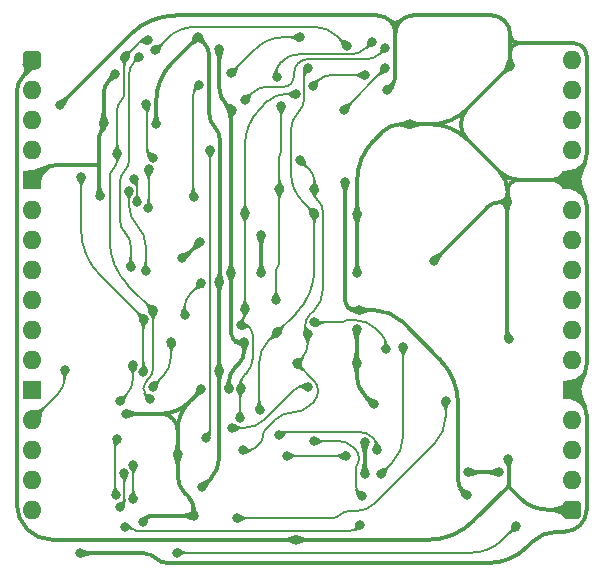
<source format=gbl>
%TF.GenerationSoftware,KiCad,Pcbnew,9.0.7-9.0.7~ubuntu24.04.1*%
%TF.CreationDate,2026-01-21T08:49:43+02:00*%
%TF.ProjectId,Main Memory Full Abort,4d61696e-204d-4656-9d6f-72792046756c,V0*%
%TF.SameCoordinates,Original*%
%TF.FileFunction,Copper,L2,Bot*%
%TF.FilePolarity,Positive*%
%FSLAX46Y46*%
G04 Gerber Fmt 4.6, Leading zero omitted, Abs format (unit mm)*
G04 Created by KiCad (PCBNEW 9.0.7-9.0.7~ubuntu24.04.1) date 2026-01-21 08:49:43*
%MOMM*%
%LPD*%
G01*
G04 APERTURE LIST*
G04 Aperture macros list*
%AMRoundRect*
0 Rectangle with rounded corners*
0 $1 Rounding radius*
0 $2 $3 $4 $5 $6 $7 $8 $9 X,Y pos of 4 corners*
0 Add a 4 corners polygon primitive as box body*
4,1,4,$2,$3,$4,$5,$6,$7,$8,$9,$2,$3,0*
0 Add four circle primitives for the rounded corners*
1,1,$1+$1,$2,$3*
1,1,$1+$1,$4,$5*
1,1,$1+$1,$6,$7*
1,1,$1+$1,$8,$9*
0 Add four rect primitives between the rounded corners*
20,1,$1+$1,$2,$3,$4,$5,0*
20,1,$1+$1,$4,$5,$6,$7,0*
20,1,$1+$1,$6,$7,$8,$9,0*
20,1,$1+$1,$8,$9,$2,$3,0*%
G04 Aperture macros list end*
%TA.AperFunction,ComponentPad*%
%ADD10O,1.600000X1.600000*%
%TD*%
%TA.AperFunction,ComponentPad*%
%ADD11R,1.600000X1.600000*%
%TD*%
%TA.AperFunction,ComponentPad*%
%ADD12RoundRect,0.400000X0.400000X0.400000X-0.400000X0.400000X-0.400000X-0.400000X0.400000X-0.400000X0*%
%TD*%
%TA.AperFunction,ComponentPad*%
%ADD13RoundRect,0.400000X-0.400000X-0.400000X0.400000X-0.400000X0.400000X0.400000X-0.400000X0.400000X0*%
%TD*%
%TA.AperFunction,ViaPad*%
%ADD14C,0.800000*%
%TD*%
%TA.AperFunction,Conductor*%
%ADD15C,0.380000*%
%TD*%
%TA.AperFunction,Conductor*%
%ADD16C,0.200000*%
%TD*%
G04 APERTURE END LIST*
D10*
%TO.P,J3,16,Pin_16*%
%TO.N,unconnected-(J3-Pin_16-Pad16)*%
X45720000Y0D03*
%TO.P,J3,15,Pin_15*%
%TO.N,unconnected-(J3-Pin_15-Pad15)*%
X45720000Y-2540000D03*
%TO.P,J3,14,Pin_14*%
%TO.N,unconnected-(J3-Pin_14-Pad14)*%
X45720000Y-5080000D03*
%TO.P,J3,13,Pin_13*%
%TO.N,unconnected-(J3-Pin_13-Pad13)*%
X45720000Y-7620000D03*
D11*
%TO.P,J3,12,Pin_12*%
%TO.N,GND*%
X45720000Y-10160000D03*
D10*
%TO.P,J3,11,Pin_11*%
%TO.N,unconnected-(J3-Pin_11-Pad11)*%
X45720000Y-12700000D03*
%TO.P,J3,10,Pin_10*%
%TO.N,unconnected-(J3-Pin_10-Pad10)*%
X45720000Y-15240000D03*
%TO.P,J3,9,Pin_9*%
%TO.N,unconnected-(J3-Pin_9-Pad9)*%
X45720000Y-17780000D03*
%TO.P,J3,8,Pin_8*%
%TO.N,unconnected-(J3-Pin_8-Pad8)*%
X45720000Y-20320000D03*
%TO.P,J3,7,Pin_7*%
%TO.N,unconnected-(J3-Pin_7-Pad7)*%
X45720000Y-22860000D03*
%TO.P,J3,6,Pin_6*%
%TO.N,unconnected-(J3-Pin_6-Pad6)*%
X45720000Y-25400000D03*
D11*
%TO.P,J3,5,Pin_5*%
%TO.N,GND*%
X45720000Y-27940000D03*
D10*
%TO.P,J3,4,Pin_4*%
%TO.N,~{Set Contention}*%
X45720000Y-30480000D03*
%TO.P,J3,3,Pin_3*%
%TO.N,unconnected-(J3-Pin_3-Pad3)*%
X45720000Y-33020000D03*
%TO.P,J3,2,Pin_2*%
%TO.N,unconnected-(J3-Pin_2-Pad2)*%
X45720000Y-35560000D03*
D12*
%TO.P,J3,1,Pin_1*%
%TO.N,5V*%
X45720000Y-38100000D03*
%TD*%
D10*
%TO.P,J1,16,Pin_16*%
%TO.N,unconnected-(J1-Pin_16-Pad16)*%
X0Y-38100000D03*
%TO.P,J1,15,Pin_15*%
%TO.N,unconnected-(J1-Pin_15-Pad15)*%
X0Y-35560000D03*
%TO.P,J1,14,Pin_14*%
%TO.N,unconnected-(J1-Pin_14-Pad14)*%
X0Y-33020000D03*
%TO.P,J1,13,Pin_13*%
%TO.N,~{Main}7*%
X0Y-30480000D03*
D11*
%TO.P,J1,12,Pin_12*%
%TO.N,GND*%
X0Y-27940000D03*
D10*
%TO.P,J1,11,Pin_11*%
%TO.N,~{Main}6*%
X0Y-25400000D03*
%TO.P,J1,10,Pin_10*%
%TO.N,~{Main}5*%
X0Y-22860000D03*
%TO.P,J1,9,Pin_9*%
%TO.N,~{Main}4*%
X0Y-20320000D03*
%TO.P,J1,8,Pin_8*%
%TO.N,~{Main}3*%
X0Y-17780000D03*
%TO.P,J1,7,Pin_7*%
%TO.N,~{Main}2*%
X0Y-15240000D03*
%TO.P,J1,6,Pin_6*%
%TO.N,~{Main}1*%
X0Y-12700000D03*
D11*
%TO.P,J1,5,Pin_5*%
%TO.N,GND*%
X0Y-10160000D03*
D10*
%TO.P,J1,4,Pin_4*%
%TO.N,~{Main}0*%
X0Y-7620000D03*
%TO.P,J1,3,Pin_3*%
%TO.N,unconnected-(J1-Pin_3-Pad3)*%
X0Y-5080000D03*
%TO.P,J1,2,Pin_2*%
%TO.N,unconnected-(J1-Pin_2-Pad2)*%
X0Y-2540000D03*
D13*
%TO.P,J1,1,Pin_1*%
%TO.N,5V*%
X0Y0D03*
%TD*%
D14*
%TO.N,~{Set Contention}*%
X12271320Y-41734000D03*
X41021000Y-39497010D03*
%TO.N,/3.3V*%
X14447794Y-36167030D03*
X27686000Y-21202000D03*
X36830006Y-36830000D03*
X14092043Y1942000D03*
X26543000Y-10384000D03*
X10540988Y-5461000D03*
X15875000Y-26340000D03*
X15875000Y-18796000D03*
%TO.N,/~{Main}B3*%
X18056500Y-12970600D03*
X17745600Y-22487200D03*
X22369948Y-2903052D03*
X17653000Y-30352996D03*
X17714516Y-27822300D03*
X18056500Y-21071900D03*
%TO.N,GND*%
X39576690Y-34920014D03*
X40513000Y-508000D03*
X27559000Y-18034000D03*
X5808000Y-11557000D03*
X16867700Y-18034000D03*
X16963193Y-4251003D03*
X12752029Y-16749000D03*
X28194000Y-32385000D03*
X19431000Y-14859000D03*
X7072595Y-1203156D03*
X14242695Y-15418730D03*
X2413000Y-3810000D03*
X14351000Y-27853500D03*
X6096000Y-5334000D03*
X8000996Y-29971992D03*
X27559000Y-13081000D03*
X16715000Y-27853500D03*
X9398000Y-39116000D03*
X28194006Y-35052006D03*
X34036000Y-17018000D03*
X36957000Y-34925000D03*
X27507828Y-22808824D03*
X12359508Y-33401000D03*
X13716000Y-38608000D03*
X27507828Y-25654000D03*
X40259000Y-12065002D03*
X32004006Y-5461000D03*
X40386000Y-23622000D03*
X15891676Y889000D03*
X30099000Y-2540000D03*
X28956000Y-29174000D03*
X4063994Y-41783000D03*
X19431000Y-18034000D03*
X18001100Y-23928300D03*
%TO.N,5V*%
X22383545Y-40643400D03*
X40345113Y-33775000D03*
%TO.N,/~{Main}B0*%
X9102258Y242000D03*
X8382000Y-17526000D03*
%TO.N,~{Main}7*%
X2794000Y-26289000D03*
%TO.N,/~{Main}B1*%
X13716000Y-11588000D03*
X9651998Y-17907000D03*
X8232636Y-11071364D03*
X14208822Y-2099160D03*
%TO.N,/~{Main}B2*%
X20987600Y-10945200D03*
X21123905Y-3886409D03*
X20701000Y-20320000D03*
%TO.N,/~{Main}B4*%
X19304000Y-29624998D03*
X23368000Y-701000D03*
X23948300Y-13004700D03*
X20770800Y-23087800D03*
%TO.N,/~{Main}B7*%
X9525000Y-21970998D03*
X4191000Y-9906000D03*
X9469526Y-26411435D03*
%TO.N,/~{Main}B6*%
X10030400Y-28714000D03*
X14379145Y-18894855D03*
X12954000Y-21590000D03*
X7874000Y254000D03*
X10287000Y-21209000D03*
X9823087Y1635691D03*
X7251000Y-7940999D03*
%TO.N,Net-(IC13-Y)*%
X7238999Y-32131001D03*
X7153530Y-36863000D03*
X15101000Y-7620000D03*
X14732000Y-32004000D03*
%TO.N,Net-(IC14-Y)*%
X29591000Y-35052000D03*
X31455231Y-24298569D03*
X8603530Y-34290000D03*
X8603530Y-37211000D03*
%TO.N,Net-(IC15-Y)*%
X17400700Y-38803400D03*
X35052000Y-28871300D03*
%TO.N,/~{0+1}*%
X28829000Y1524000D03*
X20736300Y-1491700D03*
%TO.N,/~{0+4}*%
X23826622Y-2201000D03*
X28245336Y-1300999D03*
%TO.N,/~{0+2}*%
X29955240Y995700D03*
X18057800Y-3411000D03*
%TO.N,/~{0+3}*%
X26460842Y-4222477D03*
X29894000Y-731880D03*
%TO.N,/~{Main}B5*%
X17896500Y-33050000D03*
X10242716Y-8299284D03*
X22733000Y-8509000D03*
X23367998Y-23189827D03*
X22428385Y-25704615D03*
X23950200Y-10919000D03*
X9700571Y-3779996D03*
%TO.N,/~{0+7}*%
X22733000Y1905000D03*
X16891497Y-1143503D03*
%TO.N,/~{6+7}*%
X26666300Y1199000D03*
X10462495Y802827D03*
%TO.N,/~{1+6}*%
X8932636Y-12065000D03*
X8656548Y-10110737D03*
%TO.N,/~{5+7}*%
X9906000Y-9271000D03*
X9890504Y-12585000D03*
%TO.N,/~{2+6}*%
X23946739Y-22241968D03*
X29972000Y-24511000D03*
%TO.N,/~{4+6}*%
X16980805Y-31159634D03*
X23367996Y-27674000D03*
%TO.N,/~{4+7}*%
X11823031Y-23935219D03*
X10251206Y-27687477D03*
%TO.N,/~{4+5}*%
X8570739Y-25868583D03*
X7460903Y-28923903D03*
%TO.N,/~{3+7}*%
X27940000Y-36957000D03*
X23910500Y-32270000D03*
%TO.N,/~{3+4}*%
X20955000Y-31783100D03*
X29216080Y-33006536D03*
%TO.N,/~{3+5}*%
X21590000Y-33528000D03*
X26610502Y-33528000D03*
%TO.N,/(~{1+2})\u2022(~{1+3})\u2022(~{1+4})\u2022(~{1+5})\u2022(~{1+6})\u2022(~{1+7})\u2022(~{5+6})\u2022(~{5+7})*%
X7874000Y-39520624D03*
X27813000Y-39370000D03*
%TO.N,/(~{0+1})\u2022(~{0+2})\u2022(~{0+3})\u2022(~{0+4})\u2022(~{0+5})\u2022(~{0+6})\u2022(~{0+7})\u2022(~{6+7})*%
X7811529Y-34979377D03*
X7492232Y-37856875D03*
%TD*%
D15*
%TO.N,5V*%
X40380901Y-33810788D02*
G75*
G02*
X40416697Y-33897189I-86401J-86412D01*
G01*
X-379299Y-39752700D02*
G75*
G03*
X1771040Y-40643399I2150339J2150340D01*
G01*
X41340669Y-37104443D02*
G75*
G03*
X43744155Y-38100044I2403531J2403443D01*
G01*
X-634999Y-1270000D02*
G75*
G03*
X-1270001Y-2803025I1533029J-1533030D01*
G01*
X40380901Y-36144675D02*
G75*
G03*
X40309324Y-36144675I-35788J-35789D01*
G01*
X40380901Y-36073098D02*
G75*
G03*
X40380887Y-36144688I35799J-35802D01*
G01*
X0Y-317500D02*
G75*
G02*
X-224506Y-859506I-766513J0D01*
G01*
X22389690Y-40639800D02*
G75*
G03*
X22385359Y-40641614I10J-6100D01*
G01*
X40416690Y-35986697D02*
G75*
G02*
X40380903Y-36073100I-122190J-3D01*
G01*
X-1270000Y-37602359D02*
G75*
G03*
X-379299Y-39752700I3041045J2D01*
G01*
X37407992Y-39046007D02*
G75*
G02*
X33560236Y-40639810I-3847792J3847807D01*
G01*
X40309324Y-36144675D02*
X40380901Y-36073098D01*
%TO.N,GND*%
X28195136Y-32386136D02*
G75*
G02*
X28196289Y-32388878I-2736J-2764D01*
G01*
X6096000Y-5588000D02*
G75*
G02*
X5916392Y-6021603I-613200J0D01*
G01*
X10265210Y-38608000D02*
G75*
G03*
X9651997Y-38861997I-10J-867200D01*
G01*
X41913009Y-41271990D02*
G75*
G02*
X38700921Y-42602495I-3212109J3212090D01*
G01*
X40513000Y-524850D02*
G75*
G02*
X40501065Y-553594I-40700J50D01*
G01*
X15891676Y-2421809D02*
G75*
G03*
X16427432Y-3715246I1829224J9D01*
G01*
X16867700Y-23148835D02*
G75*
G03*
X17096010Y-23699990I779500J35D01*
G01*
X46990000Y-7991975D02*
G75*
G02*
X46355007Y-9525008I-2168000J-25D01*
G01*
X32312910Y3748791D02*
G75*
G03*
X31239745Y3304285I-10J-1517691D01*
G01*
X10512259Y-42192740D02*
G75*
G03*
X11501460Y-42602497I989241J989240D01*
G01*
X30795240Y-1351443D02*
G75*
G02*
X30447095Y-2191855I-1188540J43D01*
G01*
X17096000Y-23700000D02*
G75*
G03*
X17647164Y-23928315I551200J551200D01*
G01*
X5720900Y-11408310D02*
G75*
G03*
X5764453Y-11513447I148700J10D01*
G01*
X40292701Y-12007470D02*
G75*
G02*
X40275859Y-12048160I-57501J-30D01*
G01*
X10951310Y-29971992D02*
G75*
G03*
X13355249Y-28976241I-10J3399692D01*
G01*
X12359508Y-31380189D02*
G75*
G03*
X10951310Y-29971992I-1408208J-11D01*
G01*
X13355253Y-28976245D02*
G75*
G03*
X12359500Y-31380189I2403947J-2403955D01*
G01*
X30795240Y2231120D02*
G75*
G03*
X30350708Y3304259I-1517640J-20D01*
G01*
X31239755Y3304275D02*
G75*
G03*
X30795223Y2231120I1073145J-1073175D01*
G01*
X30350724Y3304275D02*
G75*
G03*
X31239756Y3304274I444516J444513D01*
G01*
X13311888Y-37060888D02*
G75*
G02*
X13716007Y-38036500I-975588J-975612D01*
G01*
X18001100Y-24617100D02*
G75*
G02*
X17514043Y-25792953I-1662900J0D01*
G01*
X31178503Y-5461000D02*
G75*
G03*
X29769288Y-6044725I-3J-1992900D01*
G01*
X44577000Y-39941500D02*
G75*
G03*
X42300585Y-40884438I0J-3219300D01*
G01*
X14351000Y-27917000D02*
G75*
G02*
X14306098Y-28025401I-153300J0D01*
G01*
X17161007Y-26145992D02*
G75*
G03*
X16715045Y-27222750I1076793J-1076708D01*
G01*
X41227948Y1397000D02*
G75*
G03*
X40513000Y682052I-48J-714900D01*
G01*
X40513000Y2111948D02*
G75*
G03*
X41227948Y1397000I714900J-48D01*
G01*
X33798853Y-5461000D02*
G75*
G03*
X36862834Y-4191837I-53J4333200D01*
G01*
X36862848Y-6730148D02*
G75*
G03*
X33798853Y-5461020I-3063948J-3063952D01*
G01*
X36862848Y-4191851D02*
G75*
G03*
X36862847Y-6730148I1269152J-1269149D01*
G01*
X46449154Y-39402846D02*
G75*
G02*
X45148728Y-39941514I-1300454J1300446D01*
G01*
X10512259Y-42192740D02*
G75*
G03*
X9523058Y-41783017I-989159J-989160D01*
G01*
X28956000Y-6858000D02*
G75*
G03*
X27558953Y-10230656I3372600J-3372700D01*
G01*
X46987808Y-38102420D02*
G75*
G02*
X46449150Y-39402842I-1839108J20D01*
G01*
X12225754Y3748791D02*
G75*
G03*
X8378000Y2154996I6J-5441551D01*
G01*
X39623999Y-12065002D02*
G75*
G03*
X38539991Y-12514022I1J-1532998D01*
G01*
X2168025Y-8890000D02*
G75*
G03*
X634998Y-9524998I-5J-2168020D01*
G01*
X40052052Y3287843D02*
G75*
G03*
X38939226Y3748804I-1112852J-1112843D01*
G01*
X40292701Y-11095651D02*
G75*
G03*
X39631097Y-9498395I-2258861J1D01*
G01*
X41228351Y-10160001D02*
G75*
G03*
X40292701Y-11095651I-51J-935599D01*
G01*
X39631096Y-9498396D02*
G75*
G03*
X41228351Y-10160023I1597304J1597296D01*
G01*
X46353904Y-27306096D02*
G75*
G03*
X46353904Y-28573904I633896J-633904D01*
G01*
X27507828Y-26701815D02*
G75*
G03*
X28231924Y-28449904I2472172J15D01*
G01*
X16915446Y-4298749D02*
G75*
G03*
X16867708Y-4414019I115254J-115251D01*
G01*
X5908450Y-6029550D02*
G75*
G03*
X5720915Y-6482335I452750J-452750D01*
G01*
X46990000Y-25771974D02*
G75*
G02*
X46355008Y-27305008I-2168000J-26D01*
G01*
X30350724Y3304275D02*
G75*
G03*
X29277569Y3748763I-1073124J-1073175D01*
G01*
X46672500Y1079500D02*
G75*
G03*
X45905987Y1396995I-766500J-766500D01*
G01*
X28196272Y-35048137D02*
G75*
G02*
X28195121Y-35050855I-3872J37D01*
G01*
X46355000Y-10795001D02*
G75*
G02*
X46989989Y-12328026I-1533000J-1532999D01*
G01*
X46353904Y-28573904D02*
G75*
G02*
X46987812Y-30104283I-1530404J-1530396D01*
G01*
X12969133Y-16692291D02*
G75*
G02*
X12832227Y-16749023I-136933J136891D01*
G01*
X40259000Y-23405197D02*
G75*
G03*
X40322499Y-23558501I216800J-3D01*
G01*
X46672500Y1079500D02*
G75*
G02*
X46989995Y312987I-766500J-766500D01*
G01*
X36965511Y-34920014D02*
G75*
G03*
X36959492Y-34922506I-11J-8486D01*
G01*
X40052052Y3287843D02*
G75*
G02*
X40513004Y2175017I-1112852J-1112843D01*
G01*
X6584297Y-1691453D02*
G75*
G03*
X6095990Y-2870307I1178803J-1178847D01*
G01*
X12359508Y-35149323D02*
G75*
G03*
X13037757Y-36786751I2315672J3D01*
G01*
X40513000Y682052D02*
X40513000Y2111948D01*
%TO.N,/3.3V*%
X26543000Y-20346739D02*
G75*
G03*
X26793512Y-20951488I855300J39D01*
G01*
X11902856Y-247186D02*
G75*
G03*
X10541008Y-3535027I3287844J-3287814D01*
G01*
X15051676Y-4610888D02*
G75*
G03*
X15496342Y-5684394I1518124J-12D01*
G01*
X34523207Y-25336207D02*
G75*
G02*
X36117011Y-29183963I-3847807J-3847793D01*
G01*
X31344654Y-22157654D02*
G75*
G03*
X29037500Y-21201997I-2307154J-2307146D01*
G01*
X15496338Y-5684398D02*
G75*
G02*
X15940987Y-6757907I-1073538J-1073502D01*
G01*
X14571859Y1462183D02*
G75*
G02*
X15051684Y303803I-1158359J-1158383D01*
G01*
X36117000Y-35612822D02*
G75*
G03*
X36473510Y-36473490I1217200J22D01*
G01*
X15941000Y-18683330D02*
G75*
G02*
X15907991Y-18762991I-112700J30D01*
G01*
X26817018Y-20975018D02*
G75*
G03*
X27365000Y-21201989I547982J548018D01*
G01*
X15875000Y-33730636D02*
G75*
G02*
X15161397Y-35453427I-2436410J6D01*
G01*
D16*
%TO.N,/(~{0+1})\u2022(~{0+2})\u2022(~{0+3})\u2022(~{0+4})\u2022(~{0+5})\u2022(~{0+6})\u2022(~{0+7})\u2022(~{6+7})*%
X7832529Y-35000377D02*
G75*
G02*
X7853537Y-35051077I-50729J-50723D01*
G01*
X7853530Y-37240100D02*
G75*
G02*
X7672892Y-37676237I-616830J0D01*
G01*
%TO.N,/(~{1+2})\u2022(~{1+3})\u2022(~{1+4})\u2022(~{1+5})\u2022(~{1+6})\u2022(~{1+7})\u2022(~{5+6})\u2022(~{5+7})*%
X8451312Y-39693312D02*
G75*
G03*
X8868217Y-39865986I416888J416912D01*
G01*
X27565000Y-39618000D02*
G75*
G02*
X26966275Y-39865990I-598700J598700D01*
G01*
X8421680Y-39663680D02*
G75*
G03*
X8076312Y-39520631I-345380J-345420D01*
G01*
%TO.N,/~{3+4}*%
X21404139Y-31520000D02*
G75*
G03*
X21086538Y-31651538I-39J-449100D01*
G01*
X28802870Y-31933209D02*
G75*
G03*
X27805294Y-31520008I-997570J-997591D01*
G01*
X28982693Y-32113032D02*
G75*
G02*
X29216082Y-32676477I-563493J-563468D01*
G01*
%TO.N,/~{3+7}*%
X27582389Y-34216623D02*
G75*
G03*
X27458517Y-34515703I299111J-299077D01*
G01*
X27706272Y-33917542D02*
G75*
G02*
X27582369Y-34216603I-422972J42D01*
G01*
X27424559Y-33014224D02*
G75*
G02*
X27706231Y-33694338I-680159J-680076D01*
G01*
X27193303Y-32782968D02*
G75*
G03*
X25954887Y-32270013I-1238403J-1238432D01*
G01*
X27458506Y-36135038D02*
G75*
G03*
X27699265Y-36716241I821994J38D01*
G01*
%TO.N,/~{4+5}*%
X8570739Y-27029294D02*
G75*
G02*
X8015830Y-28368994I-1894639J-6D01*
G01*
%TO.N,/~{4+7}*%
X11823031Y-25025435D02*
G75*
G02*
X11052130Y-26886550I-2632021J5D01*
G01*
%TO.N,/~{4+6}*%
X19721156Y-30443843D02*
G75*
G02*
X17993085Y-31159631I-1728056J1728043D01*
G01*
X22929498Y-27674000D02*
G75*
G03*
X22180942Y-27984071I2J-1058600D01*
G01*
%TO.N,/~{2+6}*%
X29068492Y-22718492D02*
G75*
G03*
X27475912Y-22058823I-1592592J-1592608D01*
G01*
X26672502Y-22058824D02*
G75*
G03*
X26451421Y-22150389I-2J-312676D01*
G01*
X29657691Y-23307691D02*
G75*
G02*
X29972005Y-24066500I-758791J-758809D01*
G01*
X26451428Y-22150396D02*
G75*
G02*
X26230353Y-22241929I-221028J221096D01*
G01*
%TO.N,/~{5+7}*%
X9906000Y-12558546D02*
G75*
G02*
X9898238Y-12577238I-26500J46D01*
G01*
%TO.N,/~{1+6}*%
X8794592Y-10248781D02*
G75*
G02*
X8932665Y-10582048I-333292J-333319D01*
G01*
%TO.N,/~{6+7}*%
X13841154Y2782000D02*
G75*
G03*
X11452082Y1792412I6J-3378670D01*
G01*
X25874800Y1990500D02*
G75*
G03*
X23963949Y2782021I-1910900J-1910900D01*
G01*
%TO.N,/~{0+7}*%
X21336500Y1905000D02*
G75*
G03*
X18952514Y917536I0J-3371500D01*
G01*
%TO.N,/~{Main}B5*%
X23367998Y-24100595D02*
G75*
G02*
X22898189Y-25234806I-1603998J-5D01*
G01*
X23526227Y-21630599D02*
G75*
G03*
X23170562Y-22489328I858773J-858701D01*
G01*
X23528481Y-9304481D02*
G75*
G02*
X23950211Y-10322600I-1018081J-1018119D01*
G01*
X23170531Y-22852729D02*
G75*
G03*
X23269285Y-23091072I337069J29D01*
G01*
X23599202Y-29232797D02*
G75*
G02*
X22121215Y-29845007I-1478002J1477997D01*
G01*
X19834207Y-31266222D02*
G75*
G03*
X19581219Y-31877000I610793J-610778D01*
G01*
X24300100Y-11981100D02*
G75*
G02*
X24649986Y-12825833I-844700J-844700D01*
G01*
X19073414Y-32742585D02*
G75*
G02*
X18331250Y-33050029I-742214J742185D01*
G01*
X22121215Y-29845000D02*
G75*
G03*
X20643218Y-30457193I-15J-2090200D01*
G01*
X19581215Y-31877000D02*
G75*
G02*
X19328232Y-32487787I-863815J0D01*
G01*
X9745784Y-3825209D02*
G75*
G02*
X9791014Y-3934364I-109184J-109191D01*
G01*
X9790998Y-7528153D02*
G75*
G03*
X10016855Y-8073427I771122J-7D01*
G01*
X24650000Y-19460685D02*
G75*
G02*
X23910270Y-21246567I-2525600J-15D01*
G01*
X24257000Y-28054115D02*
G75*
G02*
X23888665Y-28943308I-1257500J15D01*
G01*
X23888678Y-27164908D02*
G75*
G02*
X24256997Y-28054115I-889178J-889192D01*
G01*
X23950200Y-11275100D02*
G75*
G03*
X24202000Y-11883000I859700J0D01*
G01*
%TO.N,/~{0+3}*%
X29894000Y-760599D02*
G75*
G02*
X29873685Y-809619I-69300J-1D01*
G01*
%TO.N,/~{0+2}*%
X21980500Y-2022500D02*
G75*
G02*
X21390224Y-2267010I-590300J590300D01*
G01*
X22567000Y-293000D02*
G75*
G03*
X22224955Y-1118661I825600J-825700D01*
G01*
X20010730Y-2267000D02*
G75*
G03*
X18629791Y-2838991I-30J-1952900D01*
G01*
X23392661Y48999D02*
G75*
G03*
X22567012Y-293012I39J-1167699D01*
G01*
X22225000Y-1432224D02*
G75*
G02*
X21980493Y-2022493I-834800J24D01*
G01*
X29481890Y522350D02*
G75*
G02*
X28339122Y48979I-1142790J1142750D01*
G01*
%TO.N,/~{0+4}*%
X25363019Y-1300999D02*
G75*
G03*
X24276612Y-1750989I-19J-1536401D01*
G01*
%TO.N,/~{0+1}*%
X28291500Y986500D02*
G75*
G02*
X26993860Y449016I-1297600J1297600D01*
G01*
X22526542Y449000D02*
G75*
G03*
X21260637Y-75337I-42J-1790200D01*
G01*
X21051669Y-284330D02*
G75*
G03*
X20736288Y-1045700I761331J-761370D01*
G01*
%TO.N,Net-(IC15-Y)*%
X26127800Y-38515200D02*
G75*
G02*
X25432023Y-38803410I-695800J695800D01*
G01*
X29093869Y-37527529D02*
G75*
G02*
X27405200Y-38227010I-1688669J1688629D01*
G01*
X26823576Y-38227000D02*
G75*
G03*
X26127807Y-38515207I24J-984000D01*
G01*
X35052000Y-30220350D02*
G75*
G02*
X34098079Y-32523324I-3256900J0D01*
G01*
%TO.N,Net-(IC14-Y)*%
X31455231Y-31869558D02*
G75*
G02*
X30523113Y-34119882I-3182451J8D01*
G01*
%TO.N,Net-(IC13-Y)*%
X7061527Y-36705941D02*
G75*
G03*
X7107546Y-36816980I157073J41D01*
G01*
X7150263Y-32219737D02*
G75*
G03*
X7061505Y-32433964I214237J-214263D01*
G01*
X15101000Y-31374077D02*
G75*
G02*
X14916507Y-31819507I-629900J-23D01*
G01*
%TO.N,/~{Main}B6*%
X9687389Y-27245050D02*
G75*
G03*
X9454196Y-27808020I562911J-562950D01*
G01*
X6604000Y-15272036D02*
G75*
G03*
X8197790Y-19119794I5441550J-4D01*
G01*
X7556500Y-3480500D02*
G75*
G03*
X7251017Y-4218042I737500J-737500D01*
G01*
X9454200Y-27808020D02*
G75*
G03*
X9687391Y-28370987I796200J20D01*
G01*
X10287000Y-26056561D02*
G75*
G02*
X9870600Y-27061840I-1421680J1D01*
G01*
X7251000Y-8420501D02*
G75*
G02*
X6927499Y-9201499I-1104500J1D01*
G01*
X6927500Y-9201500D02*
G75*
G03*
X6603999Y-9982498I781000J-781000D01*
G01*
X13403012Y-19870987D02*
G75*
G03*
X12953992Y-20955000I1083988J-1084013D01*
G01*
X9539389Y1635691D02*
G75*
G03*
X9055095Y1435077I11J-684891D01*
G01*
X7862000Y-2742957D02*
G75*
G02*
X7556503Y-3480503I-1043050J-3D01*
G01*
X7868000Y248000D02*
G75*
G03*
X7861994Y233514I14500J-14500D01*
G01*
%TO.N,/~{Main}B7*%
X4191000Y-14383034D02*
G75*
G03*
X5784794Y-18230788I5441550J4D01*
G01*
X9497263Y-21998735D02*
G75*
G03*
X9469517Y-22065698I66937J-66965D01*
G01*
%TO.N,/~{Main}B4*%
X23235000Y-834000D02*
G75*
G03*
X23101996Y-1155090I321100J-321100D01*
G01*
X22535950Y-4515050D02*
G75*
G03*
X21969906Y-5881615I1366550J-1366550D01*
G01*
X23102000Y-3148484D02*
G75*
G02*
X22535955Y-4515055I-1932600J-16D01*
G01*
X23948300Y-17663468D02*
G75*
G02*
X22359553Y-21499053I-5424340J-2D01*
G01*
X19274800Y-29575150D02*
G75*
G03*
X19289385Y-29610413I49800J-50D01*
G01*
X21969900Y-9627359D02*
G75*
G03*
X22959100Y-12015500I3377340J-1D01*
G01*
X20022800Y-23835800D02*
G75*
G03*
X19274813Y-25641631I1805800J-1805800D01*
G01*
%TO.N,/~{Main}B2*%
X20844300Y-17481700D02*
G75*
G03*
X20700982Y-17827656I346000J-346000D01*
G01*
X21123905Y-7777617D02*
G75*
G02*
X21055747Y-7942147I-232705J17D01*
G01*
X20987600Y-17135743D02*
G75*
G02*
X20844287Y-17481687I-489300J43D01*
G01*
X21055752Y-7942152D02*
G75*
G03*
X20987594Y-8106687I164548J-164548D01*
G01*
%TO.N,/~{Main}B1*%
X13946407Y-2361574D02*
G75*
G03*
X13683982Y-2995099I633493J-633526D01*
G01*
X8232636Y-12308995D02*
G75*
G03*
X8942323Y-14022311I2422964J-5D01*
G01*
X13683993Y-11533360D02*
G75*
G03*
X13699983Y-11572009I54607J-40D01*
G01*
X8942317Y-14022317D02*
G75*
G02*
X9651997Y-15735638I-1713327J-1713323D01*
G01*
%TO.N,~{Main}7*%
X2794000Y-26987500D02*
G75*
G02*
X2300085Y-28179914I-1686338J5D01*
G01*
%TO.N,/~{Main}B0*%
X7872318Y-9399682D02*
G75*
G03*
X7482608Y-10340457I940782J-940818D01*
G01*
X8682129Y-178129D02*
G75*
G03*
X8262004Y-1192410I1014271J-1014271D01*
G01*
X7482636Y-13577689D02*
G75*
G03*
X7932322Y-14663314I1535264J-11D01*
G01*
X7932318Y-14663318D02*
G75*
G02*
X8382003Y-15748946I-1085628J-1085632D01*
G01*
X8262000Y-8458906D02*
G75*
G02*
X7872324Y-9399688I-1330500J6D01*
G01*
%TO.N,/~{Main}B3*%
X18008960Y-26695039D02*
G75*
G03*
X17714506Y-27405892I710840J-710861D01*
G01*
X17683758Y-27853058D02*
G75*
G03*
X17653006Y-27927314I74242J-74242D01*
G01*
X17901050Y-21872450D02*
G75*
G03*
X17745616Y-22247739I375250J-375250D01*
G01*
X18499500Y-22690500D02*
G75*
G02*
X18702796Y-23181309I-490800J-490800D01*
G01*
X18702800Y-25302377D02*
G75*
G02*
X18208668Y-26495352I-1687100J-23D01*
G01*
X19324223Y-4170775D02*
G75*
G03*
X18056527Y-7231332I3060577J-3060525D01*
G01*
X18056500Y-21497160D02*
G75*
G02*
X17901082Y-21872482I-530800J-40D01*
G01*
X21480948Y-2903052D02*
G75*
G03*
X19963304Y-3531643I-48J-2146248D01*
G01*
X18490866Y-22681866D02*
G75*
G03*
X18020900Y-22487190I-469966J-469934D01*
G01*
%TO.N,~{Set Contention}*%
X39902505Y-40615505D02*
G75*
G02*
X37202219Y-41734008I-2700305J2700305D01*
G01*
D15*
%TO.N,GND*%
X27559000Y-18034000D02*
X27559000Y-13081000D01*
X16963193Y-4251003D02*
X16915446Y-4298749D01*
X16867700Y-4414019D02*
X16867700Y-18034000D01*
X16867700Y-23148835D02*
X16867700Y-18034000D01*
X17647164Y-23928300D02*
X18001100Y-23928300D01*
X19431000Y-18034000D02*
X19431000Y-14859000D01*
%TO.N,/3.3V*%
X15908000Y-18763000D02*
X15875000Y-18796000D01*
X15941000Y-6757907D02*
X15941000Y-18683330D01*
X15051676Y-4610888D02*
X15051676Y303803D01*
X14571859Y1462183D02*
X14092043Y1942000D01*
X15875000Y-26340000D02*
X15875000Y-18796000D01*
D16*
%TO.N,~{Set Contention}*%
X37202219Y-41734000D02*
X12271320Y-41734000D01*
X39902505Y-40615505D02*
X41021000Y-39497010D01*
D15*
%TO.N,/3.3V*%
X27686000Y-21202000D02*
X29037500Y-21202000D01*
X26543000Y-20346739D02*
X26543000Y-10384000D01*
X27686000Y-21202000D02*
X27365000Y-21202000D01*
X10540988Y-3535027D02*
X10540988Y-5461000D01*
X36473503Y-36473497D02*
X36830006Y-36830000D01*
X14447794Y-36167030D02*
X15161397Y-35453427D01*
X15875000Y-26340000D02*
X15875000Y-33730636D01*
X34523207Y-25336207D02*
X31344654Y-22157654D01*
X11902856Y-247186D02*
X14092043Y1942000D01*
X36117000Y-29183963D02*
X36117000Y-35612822D01*
X26793500Y-20951500D02*
X26817018Y-20975018D01*
D16*
%TO.N,/~{Main}B3*%
X18056500Y-12970600D02*
X18056500Y-21071900D01*
X18008960Y-26695039D02*
X18208658Y-26495342D01*
X18056500Y-21071900D02*
X18056500Y-21497160D01*
X17683758Y-27853058D02*
X17714516Y-27822300D01*
X17653000Y-27927314D02*
X17653000Y-30352996D01*
X17745600Y-22247739D02*
X17745600Y-22487200D01*
X18499500Y-22690500D02*
X18490866Y-22681866D01*
X22369948Y-2903052D02*
X21480948Y-2903052D01*
X18020900Y-22487200D02*
X17745600Y-22487200D01*
X18702800Y-23181309D02*
X18702800Y-25302377D01*
X19324223Y-4170775D02*
X19963330Y-3531669D01*
X17714516Y-27405892D02*
X17714516Y-27822300D01*
X18056500Y-12970600D02*
X18056500Y-7231332D01*
D15*
%TO.N,GND*%
X10951310Y-29971992D02*
X8000996Y-29971992D01*
X38539984Y-12514015D02*
X34036000Y-17018000D01*
X13355253Y-28976245D02*
X14306098Y-28025401D01*
X16715000Y-27222750D02*
X16715000Y-27853500D01*
X46353904Y-27306096D02*
X46355000Y-27305000D01*
X13716000Y-38036500D02*
X13716000Y-38608000D01*
X46355000Y-9525001D02*
X45720000Y-10160001D01*
X40259000Y-12065002D02*
X40259000Y-23405197D01*
X39576690Y-34920014D02*
X36965511Y-34920014D01*
X36957000Y-34925000D02*
X36959493Y-34922507D01*
X40513000Y-524850D02*
X40513000Y-508000D01*
X27507828Y-25654000D02*
X27507828Y-22808824D01*
X30447120Y-2191880D02*
X30099000Y-2540000D01*
X15891676Y-2421809D02*
X15891676Y889000D01*
X41228351Y-10160001D02*
X45720000Y-10160001D01*
X9523058Y-41783000D02*
X4063994Y-41783000D01*
X32004006Y-5461000D02*
X33798853Y-5461000D01*
X5764450Y-11513450D02*
X5808000Y-11557000D01*
X41227948Y1397000D02*
X45905987Y1397000D01*
X28956000Y-29174000D02*
X28231914Y-28449914D01*
X40513000Y682052D02*
X40513000Y-508000D01*
X46987808Y-38102420D02*
X46987808Y-30104283D01*
X32312910Y3748791D02*
X38939226Y3748791D01*
X27507828Y-25654000D02*
X27507828Y-26701815D01*
X6096000Y-5588000D02*
X6096000Y-5334000D01*
X635000Y-9525000D02*
X0Y-10160000D01*
X40386000Y-23622000D02*
X40322500Y-23558500D01*
X39623999Y-12065002D02*
X40259000Y-12065002D01*
X40292701Y-12007470D02*
X40292701Y-11095651D01*
X16963193Y-4251003D02*
X16427434Y-3715244D01*
X13311888Y-37060888D02*
X13037754Y-36786754D01*
X6096000Y-5334000D02*
X6096000Y-2870307D01*
X12225754Y3748791D02*
X29277569Y3748791D01*
X8377998Y2154998D02*
X2413000Y-3810000D01*
X41913009Y-41271990D02*
X42300573Y-40884426D01*
X5720900Y-11408310D02*
X5720900Y-6482335D01*
X46990000Y-25771974D02*
X46990000Y-12328026D01*
X46355000Y-10795001D02*
X45720000Y-10160001D01*
X36862848Y-6730148D02*
X39631096Y-9498396D01*
X40501085Y-553614D02*
X36862848Y-4191851D01*
X12359508Y-31380189D02*
X12359508Y-33401000D01*
X2168025Y-8890000D02*
X5720900Y-8890000D01*
X7072595Y-1203156D02*
X6584297Y-1691453D01*
X9652000Y-38862000D02*
X9398000Y-39116000D01*
X14242695Y-15418730D02*
X12969133Y-16692291D01*
X29769281Y-6044718D02*
X28956000Y-6858000D01*
X5916394Y-6021605D02*
X5908450Y-6029550D01*
X40275850Y-12048151D02*
X40259000Y-12065002D01*
X28194006Y-35052006D02*
X28195139Y-35050873D01*
X46990000Y-7991975D02*
X46990000Y312987D01*
X12359508Y-33401000D02*
X12359508Y-35149323D01*
X27559000Y-10230656D02*
X27559000Y-13081000D01*
X28196272Y-32388878D02*
X28196272Y-35048137D01*
X38700921Y-42602481D02*
X11501460Y-42602481D01*
X18001100Y-24617100D02*
X18001100Y-23928300D01*
X17514044Y-25792954D02*
X17161007Y-26145992D01*
X28195136Y-32386136D02*
X28194000Y-32385000D01*
X40513000Y2111948D02*
X40513000Y2175017D01*
X32004006Y-5461000D02*
X31178503Y-5461000D01*
X10265210Y-38608000D02*
X13716000Y-38608000D01*
X12752029Y-16749000D02*
X12832227Y-16749000D01*
X44577000Y-39941500D02*
X45148728Y-39941500D01*
X30795240Y-1351443D02*
X30795240Y2231120D01*
X14351000Y-27917000D02*
X14351000Y-27853500D01*
%TO.N,5V*%
X1771040Y-40643400D02*
X22383545Y-40643400D01*
X40416690Y-33897189D02*
X40416690Y-35986697D01*
X41340669Y-37104443D02*
X40380901Y-36144675D01*
X22389690Y-40639800D02*
X33560236Y-40639800D01*
X43744155Y-38100000D02*
X45720000Y-38100000D01*
X-634999Y-1270000D02*
X-224506Y-859506D01*
X-1270000Y-2803025D02*
X-1270000Y-37602359D01*
X40380901Y-33810788D02*
X40345113Y-33775000D01*
X22385345Y-40641600D02*
X22383545Y-40643400D01*
X0Y-317500D02*
X0Y0D01*
X40309324Y-36144675D02*
X37407992Y-39046007D01*
D16*
%TO.N,/~{Main}B0*%
X7482636Y-10340457D02*
X7482636Y-13577689D01*
X8382000Y-15748946D02*
X8382000Y-17526000D01*
X8262000Y-1192410D02*
X8262000Y-8458906D01*
X9102258Y242000D02*
X8682129Y-178129D01*
%TO.N,~{Main}7*%
X2300085Y-28179914D02*
X0Y-30480000D01*
X2794000Y-26987500D02*
X2794000Y-26289000D01*
%TO.N,/~{Main}B1*%
X13946407Y-2361574D02*
X14208822Y-2099160D01*
X13683993Y-2995099D02*
X13683993Y-11533360D01*
X13699996Y-11571996D02*
X13716000Y-11588000D01*
X8232636Y-12308995D02*
X8232636Y-11071364D01*
X9651998Y-17907000D02*
X9651998Y-15735638D01*
%TO.N,/~{Main}B2*%
X21123905Y-7777617D02*
X21123905Y-3886409D01*
X20987600Y-17135743D02*
X20987600Y-10945200D01*
X20987600Y-10945200D02*
X20987600Y-8106687D01*
X20701000Y-17827656D02*
X20701000Y-20320000D01*
%TO.N,/~{Main}B4*%
X23235000Y-834000D02*
X23368000Y-701000D01*
X23102000Y-1155090D02*
X23102000Y-3148484D01*
X19274800Y-29575150D02*
X19274800Y-25641631D01*
X21969900Y-5881615D02*
X21969900Y-9627359D01*
X20770800Y-23087800D02*
X22359550Y-21499050D01*
X20770800Y-23087800D02*
X20022800Y-23835800D01*
X23948300Y-13004700D02*
X22959100Y-12015500D01*
X19304000Y-29624998D02*
X19289400Y-29610398D01*
X23948300Y-17663468D02*
X23948300Y-13004700D01*
%TO.N,/~{Main}B7*%
X4191000Y-14383034D02*
X4191000Y-9906000D01*
X9469526Y-22065698D02*
X9469526Y-26411435D01*
X5784792Y-18230790D02*
X9525000Y-21970998D01*
X9497263Y-21998735D02*
X9525000Y-21970998D01*
%TO.N,/~{Main}B6*%
X7251000Y-4218042D02*
X7251000Y-7940999D01*
X7874000Y254000D02*
X7868000Y248000D01*
X8197792Y-19119792D02*
X10287000Y-21209000D01*
X9823087Y1635691D02*
X9539389Y1635691D01*
X14379145Y-18894855D02*
X13403012Y-19870987D01*
X6604000Y-15272036D02*
X6604000Y-9982498D01*
X9687389Y-27245050D02*
X9870600Y-27061840D01*
X10287000Y-26056561D02*
X10287000Y-21209000D01*
X9055086Y1435086D02*
X7874000Y254000D01*
X7862000Y-2742957D02*
X7862000Y233514D01*
X7251000Y-8420501D02*
X7251000Y-7940999D01*
X10030400Y-28714000D02*
X9687389Y-28370989D01*
X12954000Y-21590000D02*
X12954000Y-20955000D01*
%TO.N,Net-(IC13-Y)*%
X7150263Y-32219737D02*
X7238999Y-32131001D01*
X15101000Y-7620000D02*
X15101000Y-31374077D01*
X7107528Y-36816998D02*
X7153530Y-36863000D01*
X14732000Y-32004000D02*
X14916500Y-31819500D01*
X7061527Y-36705941D02*
X7061527Y-32433964D01*
%TO.N,Net-(IC14-Y)*%
X31455231Y-31869558D02*
X31455231Y-24298569D01*
X30523115Y-34119884D02*
X29591000Y-35052000D01*
X8603530Y-37211000D02*
X8603530Y-34290000D01*
%TO.N,Net-(IC15-Y)*%
X29093869Y-37527529D02*
X34098077Y-32523322D01*
X27405200Y-38227000D02*
X26823576Y-38227000D01*
X35052000Y-28871300D02*
X35052000Y-30220350D01*
X25432023Y-38803400D02*
X17400700Y-38803400D01*
%TO.N,/~{0+1}*%
X21260649Y-75349D02*
X21051669Y-284330D01*
X28291500Y986500D02*
X28829000Y1524000D01*
X20736300Y-1491700D02*
X20736300Y-1045700D01*
X26993860Y448999D02*
X22526542Y449000D01*
%TO.N,/~{0+4}*%
X24276622Y-1750999D02*
X23826622Y-2201000D01*
X25363019Y-1300999D02*
X28245336Y-1300999D01*
%TO.N,/~{0+2}*%
X22225000Y-1118661D02*
X22225000Y-1432224D01*
X21390224Y-2267000D02*
X20010730Y-2267000D01*
X18629800Y-2839000D02*
X18057800Y-3411000D01*
X23392661Y48999D02*
X28339122Y48999D01*
X29955240Y995700D02*
X29481890Y522350D01*
%TO.N,/~{0+3}*%
X26460842Y-4222477D02*
X29873692Y-809626D01*
X29894000Y-760599D02*
X29894000Y-731880D01*
%TO.N,/~{Main}B5*%
X23599202Y-29232797D02*
X23888678Y-28943321D01*
X23269264Y-23091093D02*
X23367998Y-23189827D01*
X23170531Y-22489328D02*
X23170531Y-22852729D01*
X19073414Y-32742585D02*
X19328222Y-32487777D01*
X24300100Y-11981100D02*
X24202000Y-11883000D01*
X19834207Y-31266222D02*
X20643227Y-30457202D01*
X9790998Y-3934364D02*
X9790998Y-7528153D01*
X22733000Y-8509000D02*
X23528481Y-9304481D01*
X23367998Y-24100595D02*
X23367998Y-23189827D01*
X10242716Y-8299284D02*
X10016857Y-8073425D01*
X24650000Y-12825833D02*
X24650000Y-19460685D01*
X23950200Y-10919000D02*
X23950200Y-11275100D01*
X23950200Y-10322600D02*
X23950200Y-10919000D01*
X22428385Y-25704615D02*
X22898191Y-25234808D01*
X9745784Y-3825209D02*
X9700571Y-3779996D01*
X23526227Y-21630599D02*
X23910265Y-21246562D01*
X22428385Y-25704615D02*
X23888678Y-27164908D01*
X17896500Y-33050000D02*
X18331250Y-33050000D01*
%TO.N,/~{0+7}*%
X22733000Y1905000D02*
X21336500Y1905000D01*
X16891497Y-1143503D02*
X18952525Y917525D01*
%TO.N,/~{6+7}*%
X10462495Y802827D02*
X11452081Y1792413D01*
X13841154Y2782000D02*
X23963949Y2782000D01*
X26666300Y1199000D02*
X25874800Y1990500D01*
%TO.N,/~{1+6}*%
X8932636Y-12065000D02*
X8932636Y-10582048D01*
X8794592Y-10248781D02*
X8656548Y-10110737D01*
%TO.N,/~{5+7}*%
X9890504Y-12585000D02*
X9898252Y-12577252D01*
X9906000Y-9271000D02*
X9906000Y-12558546D01*
%TO.N,/~{2+6}*%
X29068492Y-22718492D02*
X29657691Y-23307691D01*
X27475912Y-22058824D02*
X26672502Y-22058824D01*
X29972000Y-24066500D02*
X29972000Y-24511000D01*
X23946739Y-22241968D02*
X26230353Y-22241968D01*
%TO.N,/~{4+6}*%
X19721156Y-30443843D02*
X22180935Y-27984064D01*
X16980805Y-31159634D02*
X17993085Y-31159634D01*
X23367996Y-27674000D02*
X22929498Y-27674000D01*
%TO.N,/~{4+7}*%
X11823031Y-23935219D02*
X11823031Y-25025435D01*
X10251206Y-27687477D02*
X11052131Y-26886551D01*
%TO.N,/~{4+5}*%
X7460903Y-28923903D02*
X8015821Y-28368985D01*
X8570739Y-25868583D02*
X8570739Y-27029294D01*
%TO.N,/~{3+7}*%
X23910500Y-32270000D02*
X25954887Y-32270000D01*
X27458506Y-34515703D02*
X27458506Y-36135038D01*
X27424559Y-33014224D02*
X27193303Y-32782968D01*
X27940000Y-36957000D02*
X27699253Y-36716253D01*
X27706272Y-33917542D02*
X27706272Y-33694338D01*
%TO.N,/~{3+4}*%
X21086550Y-31651550D02*
X20955000Y-31783100D01*
X21404139Y-31520000D02*
X27805294Y-31520000D01*
X29216080Y-32676477D02*
X29216080Y-33006536D01*
X28802870Y-31933209D02*
X28982693Y-32113032D01*
%TO.N,/~{3+5}*%
X21590000Y-33528000D02*
X26610502Y-33528000D01*
%TO.N,/(~{1+2})\u2022(~{1+3})\u2022(~{1+4})\u2022(~{1+5})\u2022(~{1+6})\u2022(~{1+7})\u2022(~{5+6})\u2022(~{5+7})*%
X7874000Y-39520624D02*
X8076312Y-39520624D01*
X8868217Y-39866000D02*
X26966275Y-39866000D01*
X27813000Y-39370000D02*
X27565000Y-39618000D01*
X8451312Y-39693312D02*
X8421680Y-39663680D01*
%TO.N,/(~{0+1})\u2022(~{0+2})\u2022(~{0+3})\u2022(~{0+4})\u2022(~{0+5})\u2022(~{0+6})\u2022(~{0+7})\u2022(~{6+7})*%
X7811529Y-34979377D02*
X7832529Y-35000377D01*
X7672881Y-37676226D02*
X7492232Y-37856875D01*
X7853530Y-35051077D02*
X7853530Y-37240100D01*
%TD*%
%TA.AperFunction,Conductor*%
%TO.N,5V*%
G36*
X6395Y-8086D02*
G01*
X314126Y-483826D01*
X495520Y-764254D01*
X497136Y-773062D01*
X492051Y-780433D01*
X487712Y-782134D01*
X358302Y-804769D01*
X358288Y-804773D01*
X249559Y-845200D01*
X249557Y-845201D01*
X138845Y-900303D01*
X138826Y-900313D01*
X138826Y-900314D01*
X-10483Y-992394D01*
X-154277Y-1097023D01*
X-348618Y-1259886D01*
X-492380Y-1396493D01*
X-500738Y-1399707D01*
X-508712Y-1396284D01*
X-761597Y-1143400D01*
X-765024Y-1135127D01*
X-762118Y-1127410D01*
X-742303Y-1104831D01*
X-742301Y-1104828D01*
X-742298Y-1104825D01*
X-667123Y-976116D01*
X-623375Y-833004D01*
X-623374Y-833003D01*
X-623374Y-833000D01*
X-616071Y-700009D01*
X-616071Y-700008D01*
X-642709Y-583685D01*
X-642710Y-583683D01*
X-702610Y-483826D01*
X-702611Y-483825D01*
X-746130Y-439857D01*
X-746138Y-439850D01*
X-784676Y-411337D01*
X-789288Y-403662D01*
X-787122Y-394973D01*
X-782953Y-391469D01*
X-752564Y-376261D01*
X-8660Y-3980D01*
X270Y-3343D01*
X6395Y-8086D01*
G37*
%TD.AperFunction*%
%TD*%
%TA.AperFunction,Conductor*%
%TO.N,GND*%
G36*
X6100714Y-5335985D02*
G01*
X6100751Y-5336010D01*
X6419351Y-5550023D01*
X6424308Y-5557481D01*
X6422854Y-5565764D01*
X6335545Y-5710977D01*
X6278902Y-5827850D01*
X6268607Y-5850281D01*
X6268232Y-5851027D01*
X6193029Y-5988123D01*
X6192053Y-5989618D01*
X6131949Y-6067952D01*
X6131235Y-6068797D01*
X6051070Y-6155006D01*
X6042927Y-6158731D01*
X6034535Y-6155607D01*
X6034229Y-6155313D01*
X5781249Y-5902365D01*
X5777822Y-5894092D01*
X5780143Y-5887097D01*
X5830599Y-5819463D01*
X5843710Y-5752614D01*
X5843709Y-5752609D01*
X5825872Y-5688154D01*
X5825870Y-5688151D01*
X5825870Y-5688149D01*
X5789526Y-5619553D01*
X5744689Y-5535019D01*
X5743928Y-5533242D01*
X5707855Y-5424592D01*
X5708500Y-5415663D01*
X5715272Y-5409804D01*
X5716654Y-5409437D01*
X6091929Y-5334250D01*
X6100714Y-5335985D01*
G37*
%TD.AperFunction*%
%TD*%
%TA.AperFunction,Conductor*%
%TO.N,GND*%
G36*
X9982529Y-38458669D02*
G01*
X9987821Y-38465894D01*
X9987930Y-38466387D01*
X10057672Y-38817022D01*
X10055925Y-38825804D01*
X10049937Y-38830390D01*
X9950771Y-38863847D01*
X9887172Y-38918385D01*
X9852893Y-38988869D01*
X9852891Y-38988874D01*
X9832002Y-39073283D01*
X9831941Y-39073522D01*
X9794601Y-39211825D01*
X9793734Y-39214079D01*
X9736551Y-39326504D01*
X9729745Y-39332325D01*
X9720818Y-39331629D01*
X9719639Y-39330940D01*
X9401078Y-39118896D01*
X9396090Y-39111459D01*
X9322105Y-38734593D01*
X9323874Y-38725817D01*
X9330748Y-38720990D01*
X9435211Y-38694880D01*
X9522987Y-38661913D01*
X9652753Y-38589046D01*
X9668932Y-38578788D01*
X9669623Y-38578384D01*
X9798943Y-38509147D01*
X9800557Y-38508434D01*
X9880786Y-38480046D01*
X9881890Y-38479717D01*
X9973681Y-38457303D01*
X9982529Y-38458669D01*
G37*
%TD.AperFunction*%
%TD*%
%TA.AperFunction,Conductor*%
%TO.N,GND*%
G36*
X46710123Y-8611798D02*
G01*
X47054934Y-8704186D01*
X47062037Y-8709637D01*
X47063206Y-8718515D01*
X47062197Y-8721052D01*
X47052352Y-8739258D01*
X46860234Y-9138354D01*
X46700363Y-9546022D01*
X46592412Y-9905067D01*
X46534933Y-10200628D01*
X46520974Y-10419404D01*
X46517028Y-10427442D01*
X46508553Y-10430335D01*
X46505512Y-10429729D01*
X45724339Y-10162537D01*
X45717620Y-10156617D01*
X45717611Y-10156600D01*
X45336550Y-9375993D01*
X45336000Y-9367055D01*
X45341931Y-9360346D01*
X45346516Y-9359174D01*
X45449981Y-9354367D01*
X45467083Y-9352021D01*
X45577284Y-9336905D01*
X45577287Y-9336904D01*
X45577304Y-9336902D01*
X45703115Y-9308669D01*
X45836142Y-9267340D01*
X45965048Y-9216079D01*
X46094762Y-9152980D01*
X46217149Y-9081990D01*
X46331150Y-9004424D01*
X46434908Y-8922103D01*
X46598528Y-8758499D01*
X46697499Y-8616411D01*
X46705039Y-8611583D01*
X46710123Y-8611798D01*
G37*
%TD.AperFunction*%
%TD*%
%TA.AperFunction,Conductor*%
%TO.N,GND*%
G36*
X17919517Y-23540724D02*
G01*
X17925310Y-23547553D01*
X17925642Y-23548828D01*
X18000971Y-23924074D01*
X17999240Y-23932860D01*
X17999212Y-23932901D01*
X17785111Y-24251599D01*
X17777653Y-24256556D01*
X17769314Y-24255068D01*
X17677293Y-24199040D01*
X17677290Y-24199038D01*
X17677284Y-24199035D01*
X17677273Y-24199029D01*
X17592706Y-24158403D01*
X17592698Y-24158400D01*
X17451906Y-24112508D01*
X17451868Y-24112476D01*
X17451863Y-24112493D01*
X17304943Y-24063958D01*
X17303476Y-24063361D01*
X17222909Y-24023993D01*
X17221942Y-24023463D01*
X17135243Y-23970450D01*
X17129973Y-23963210D01*
X17131365Y-23954364D01*
X17131606Y-23953987D01*
X17330235Y-23656726D01*
X17337680Y-23651753D01*
X17345203Y-23652767D01*
X17438675Y-23699606D01*
X17522151Y-23707582D01*
X17522151Y-23707581D01*
X17522152Y-23707582D01*
X17522152Y-23707581D01*
X17596505Y-23684347D01*
X17671840Y-23642179D01*
X17785563Y-23580368D01*
X17787558Y-23579515D01*
X17910593Y-23539992D01*
X17919517Y-23540724D01*
G37*
%TD.AperFunction*%
%TD*%
%TA.AperFunction,Conductor*%
%TO.N,GND*%
G36*
X1454831Y-8822452D02*
G01*
X1455732Y-8824784D01*
X1548122Y-9169594D01*
X1546953Y-9178472D01*
X1543184Y-9182440D01*
X1451009Y-9242178D01*
X1364448Y-9313948D01*
X1278697Y-9399283D01*
X1194465Y-9497849D01*
X1114246Y-9607393D01*
X977041Y-9843837D01*
X977041Y-9843838D01*
X877644Y-10088015D01*
X877643Y-10088017D01*
X819012Y-10326230D01*
X819012Y-10326231D01*
X801438Y-10534233D01*
X797327Y-10542188D01*
X788795Y-10544906D01*
X784647Y-10543762D01*
X3399Y-10162388D01*
X-2530Y-10155680D01*
X-190066Y-9607393D01*
X-269485Y-9375198D01*
X-268920Y-9366262D01*
X-262201Y-9360342D01*
X-258626Y-9359714D01*
X-184806Y-9358403D01*
X-31186Y-9343805D01*
X129990Y-9316049D01*
X334294Y-9266836D01*
X541026Y-9204322D01*
X790561Y-9114805D01*
X891854Y-9073088D01*
X1027206Y-9017346D01*
X1141612Y-8964491D01*
X1258232Y-8910614D01*
X1439072Y-8817411D01*
X1447995Y-8816668D01*
X1454831Y-8822452D01*
G37*
%TD.AperFunction*%
%TD*%
%TA.AperFunction,Conductor*%
%TO.N,GND*%
G36*
X46710122Y-26391798D02*
G01*
X47054934Y-26484186D01*
X47062037Y-26489637D01*
X47063206Y-26498515D01*
X47062197Y-26501052D01*
X47052355Y-26519252D01*
X46860236Y-26918350D01*
X46700365Y-27326019D01*
X46592413Y-27685066D01*
X46534933Y-27980627D01*
X46520974Y-28199403D01*
X46517028Y-28207441D01*
X46508553Y-28210334D01*
X46505512Y-28209728D01*
X45724339Y-27942537D01*
X45717620Y-27936617D01*
X45717611Y-27936600D01*
X45594822Y-27685066D01*
X45336549Y-27155992D01*
X45336000Y-27147056D01*
X45341931Y-27140347D01*
X45346521Y-27139174D01*
X45346658Y-27139167D01*
X45449982Y-27134367D01*
X45467086Y-27132020D01*
X45577286Y-27116905D01*
X45577289Y-27116904D01*
X45577306Y-27116902D01*
X45703117Y-27088669D01*
X45836144Y-27047340D01*
X45965050Y-26996078D01*
X46094763Y-26932979D01*
X46217150Y-26861989D01*
X46331150Y-26784424D01*
X46434909Y-26702102D01*
X46598528Y-26538499D01*
X46697498Y-26396411D01*
X46705038Y-26391583D01*
X46710122Y-26391798D01*
G37*
%TD.AperFunction*%
%TD*%
%TA.AperFunction,Conductor*%
%TO.N,GND*%
G36*
X46513737Y-9891081D02*
G01*
X46519657Y-9897800D01*
X46520285Y-9901378D01*
X46521596Y-9975196D01*
X46536195Y-10128823D01*
X46536195Y-10128826D01*
X46563947Y-10289981D01*
X46563950Y-10289996D01*
X46613167Y-10494320D01*
X46675676Y-10701032D01*
X46765198Y-10950582D01*
X46765203Y-10950593D01*
X46862651Y-11187215D01*
X46969379Y-11418233D01*
X47062581Y-11599074D01*
X47063325Y-11607998D01*
X47057541Y-11614834D01*
X47055209Y-11615735D01*
X46710398Y-11708122D01*
X46701520Y-11706953D01*
X46697552Y-11703184D01*
X46637814Y-11611009D01*
X46617308Y-11586277D01*
X46566050Y-11524453D01*
X46480708Y-11438695D01*
X46382147Y-11354467D01*
X46272607Y-11274249D01*
X46272604Y-11274247D01*
X46272601Y-11274245D01*
X46036158Y-11137041D01*
X45791981Y-11037644D01*
X45791979Y-11037643D01*
X45553767Y-10979012D01*
X45345764Y-10961438D01*
X45337809Y-10957327D01*
X45335091Y-10948795D01*
X45336234Y-10944650D01*
X45717612Y-10163397D01*
X45724317Y-10157469D01*
X46504802Y-9890516D01*
X46513737Y-9891081D01*
G37*
%TD.AperFunction*%
%TD*%
%TA.AperFunction,Conductor*%
%TO.N,GND*%
G36*
X46513725Y-27671384D02*
G01*
X46519643Y-27678105D01*
X46520269Y-27681692D01*
X46521476Y-27753790D01*
X46521478Y-27753815D01*
X46535830Y-27907198D01*
X46535832Y-27907217D01*
X46563333Y-28068190D01*
X46563338Y-28068210D01*
X46612250Y-28272371D01*
X46612255Y-28272389D01*
X46674489Y-28479062D01*
X46763795Y-28728887D01*
X46763802Y-28728905D01*
X46861110Y-28965921D01*
X46967962Y-29197883D01*
X47061285Y-29379472D01*
X47062019Y-29388397D01*
X47056227Y-29395226D01*
X47053907Y-29396121D01*
X46709089Y-29488516D01*
X46700211Y-29487348D01*
X46696237Y-29483570D01*
X46636339Y-29390978D01*
X46636338Y-29390976D01*
X46601322Y-29348695D01*
X46564654Y-29304418D01*
X46562684Y-29302436D01*
X46479391Y-29218648D01*
X46437027Y-29182408D01*
X46380940Y-29134429D01*
X46380936Y-29134426D01*
X46380934Y-29134425D01*
X46310021Y-29082445D01*
X46271511Y-29054216D01*
X46271495Y-29054206D01*
X46035296Y-28917022D01*
X46035290Y-28917019D01*
X45791343Y-28817639D01*
X45791339Y-28817638D01*
X45553312Y-28759013D01*
X45553306Y-28759012D01*
X45553300Y-28759011D01*
X45345432Y-28741439D01*
X45337477Y-28737328D01*
X45334760Y-28728795D01*
X45335904Y-28724650D01*
X45717610Y-27943397D01*
X45724316Y-27937471D01*
X46504788Y-27670816D01*
X46513725Y-27671384D01*
G37*
%TD.AperFunction*%
%TD*%
%TA.AperFunction,Conductor*%
%TO.N,/3.3V*%
G36*
X27604458Y-20814384D02*
G01*
X27610215Y-20821243D01*
X27610528Y-20822460D01*
X27685871Y-21197774D01*
X27684140Y-21206560D01*
X27684112Y-21206601D01*
X27469830Y-21525569D01*
X27462372Y-21530526D01*
X27454330Y-21529213D01*
X27278458Y-21429092D01*
X27140159Y-21376998D01*
X27009433Y-21328264D01*
X27008268Y-21327756D01*
X26922624Y-21284734D01*
X26921738Y-21284240D01*
X26826850Y-21225771D01*
X26821605Y-21218513D01*
X26823027Y-21209672D01*
X26823226Y-21209361D01*
X27021859Y-20912073D01*
X27029303Y-20907099D01*
X27036882Y-20908141D01*
X27130424Y-20955639D01*
X27214116Y-20965454D01*
X27214120Y-20965453D01*
X27214122Y-20965453D01*
X27289034Y-20944833D01*
X27289033Y-20944833D01*
X27289038Y-20944832D01*
X27365531Y-20905718D01*
X27466468Y-20854484D01*
X27468234Y-20853763D01*
X27595539Y-20813605D01*
X27604458Y-20814384D01*
G37*
%TD.AperFunction*%
%TD*%
%TA.AperFunction,Conductor*%
%TO.N,/(~{0+1})\u2022(~{0+2})\u2022(~{0+3})\u2022(~{0+4})\u2022(~{0+5})\u2022(~{0+6})\u2022(~{0+7})\u2022(~{6+7})*%
G36*
X7950109Y-37184544D02*
G01*
X7953536Y-37192811D01*
X7953565Y-37246604D01*
X7953561Y-37246907D01*
X7945165Y-37577355D01*
X7945004Y-37579017D01*
X7886556Y-37923076D01*
X7881792Y-37930659D01*
X7873062Y-37932652D01*
X7872767Y-37932598D01*
X7497013Y-37858813D01*
X7489555Y-37853856D01*
X7489530Y-37853819D01*
X7305917Y-37578197D01*
X7276941Y-37534701D01*
X7275207Y-37525917D01*
X7280192Y-37518478D01*
X7280852Y-37518069D01*
X7337808Y-37485425D01*
X7339089Y-37484793D01*
X7404635Y-37457440D01*
X7405930Y-37456989D01*
X7529737Y-37421881D01*
X7615124Y-37398560D01*
X7689155Y-37360452D01*
X7714937Y-37333648D01*
X7734603Y-37298593D01*
X7748664Y-37247365D01*
X7752734Y-37191960D01*
X7756758Y-37183960D01*
X7764403Y-37181117D01*
X7941836Y-37181117D01*
X7950109Y-37184544D01*
G37*
%TD.AperFunction*%
%TD*%
%TA.AperFunction,Conductor*%
%TO.N,/(~{1+2})\u2022(~{1+3})\u2022(~{1+4})\u2022(~{1+5})\u2022(~{1+6})\u2022(~{1+7})\u2022(~{5+6})\u2022(~{5+7})*%
G36*
X27490187Y-39154390D02*
G01*
X27491459Y-39155125D01*
X27662659Y-39269081D01*
X27809921Y-39367103D01*
X27814909Y-39374540D01*
X27814919Y-39374589D01*
X27888846Y-39751163D01*
X27887077Y-39759941D01*
X27879953Y-39764827D01*
X27686082Y-39808800D01*
X27547775Y-39848891D01*
X27512424Y-39859685D01*
X27512159Y-39859762D01*
X27386821Y-39894822D01*
X27386214Y-39894975D01*
X27216100Y-39932888D01*
X27207280Y-39931343D01*
X27202135Y-39924013D01*
X27202080Y-39923750D01*
X27196344Y-39894910D01*
X27167536Y-39750066D01*
X27169283Y-39741286D01*
X27175965Y-39736490D01*
X27229707Y-39722016D01*
X27279042Y-39699144D01*
X27315591Y-39671081D01*
X27341536Y-39638186D01*
X27370347Y-39559347D01*
X27382938Y-39465513D01*
X27389984Y-39403206D01*
X27390196Y-39401954D01*
X27398041Y-39367103D01*
X27419798Y-39270452D01*
X27420730Y-39267826D01*
X27474503Y-39159657D01*
X27481254Y-39153776D01*
X27490187Y-39154390D01*
G37*
%TD.AperFunction*%
%TD*%
%TA.AperFunction,Conductor*%
%TO.N,/(~{1+2})\u2022(~{1+3})\u2022(~{1+4})\u2022(~{1+5})\u2022(~{1+6})\u2022(~{1+7})\u2022(~{5+6})\u2022(~{5+7})*%
G36*
X8213241Y-39307072D02*
G01*
X8304534Y-39426119D01*
X8387914Y-39501677D01*
X8387925Y-39501687D01*
X8387924Y-39501687D01*
X8472791Y-39578211D01*
X8512871Y-39614350D01*
X8516720Y-39622435D01*
X8513725Y-39630874D01*
X8513309Y-39631312D01*
X8387578Y-39757043D01*
X8379305Y-39760470D01*
X8372546Y-39758320D01*
X8317123Y-39719091D01*
X8317122Y-39719090D01*
X8317121Y-39719090D01*
X8265989Y-39716252D01*
X8262797Y-39716075D01*
X8262796Y-39716075D01*
X8212273Y-39743122D01*
X8160210Y-39788378D01*
X8139269Y-39807554D01*
X8138414Y-39808264D01*
X8049311Y-39875503D01*
X8046418Y-39877101D01*
X7964947Y-39908035D01*
X7955996Y-39907768D01*
X7949856Y-39901250D01*
X7949324Y-39899402D01*
X7874835Y-39527613D01*
X7876570Y-39518828D01*
X7879829Y-39515572D01*
X8197482Y-39304447D01*
X8206268Y-39302722D01*
X8213241Y-39307072D01*
G37*
%TD.AperFunction*%
%TD*%
%TA.AperFunction,Conductor*%
%TO.N,/~{3+4}*%
G36*
X21273743Y-31426464D02*
G01*
X21273747Y-31426463D01*
X21273748Y-31426464D01*
X21280245Y-31426424D01*
X21448598Y-31425395D01*
X21654797Y-31420296D01*
X21663151Y-31423517D01*
X21666781Y-31431703D01*
X21666785Y-31431992D01*
X21666785Y-31609654D01*
X21663358Y-31617927D01*
X21656518Y-31621266D01*
X21566029Y-31632430D01*
X21550394Y-31634360D01*
X21550393Y-31634360D01*
X21550390Y-31634361D01*
X21475377Y-31675345D01*
X21475376Y-31675346D01*
X21425332Y-31739822D01*
X21383883Y-31824631D01*
X21367736Y-31859898D01*
X21367344Y-31860676D01*
X21293731Y-31994185D01*
X21286735Y-31999775D01*
X21277836Y-31998782D01*
X21276998Y-31998273D01*
X20960533Y-31787452D01*
X20955548Y-31780013D01*
X20955550Y-31775404D01*
X21030841Y-31401676D01*
X21035835Y-31394245D01*
X21044026Y-31392415D01*
X21273743Y-31426464D01*
G37*
%TD.AperFunction*%
%TD*%
%TA.AperFunction,Conductor*%
%TO.N,/~{3+4}*%
G36*
X29172911Y-32193663D02*
G01*
X29173055Y-32193883D01*
X29357646Y-32484042D01*
X29542542Y-32774680D01*
X29544091Y-32783500D01*
X29539194Y-32790672D01*
X29220681Y-33004648D01*
X29211903Y-33006417D01*
X29211854Y-33006407D01*
X28836223Y-32931000D01*
X28828786Y-32926012D01*
X28827055Y-32917226D01*
X28827276Y-32916315D01*
X28849385Y-32839585D01*
X28850043Y-32837845D01*
X28884926Y-32764023D01*
X28885848Y-32762419D01*
X28968335Y-32642163D01*
X28968448Y-32642001D01*
X29018755Y-32572275D01*
X29054626Y-32492588D01*
X29059200Y-32452623D01*
X29053987Y-32409052D01*
X29035083Y-32355632D01*
X29005757Y-32304372D01*
X29004625Y-32295491D01*
X29009412Y-32288838D01*
X29156685Y-32190434D01*
X29165466Y-32188688D01*
X29172911Y-32193663D01*
G37*
%TD.AperFunction*%
%TD*%
%TA.AperFunction,Conductor*%
%TO.N,/~{3+7}*%
G36*
X27578044Y-36309167D02*
G01*
X27582844Y-36315862D01*
X27597212Y-36369390D01*
X27597214Y-36369396D01*
X27619868Y-36418722D01*
X27619869Y-36418724D01*
X27647629Y-36455438D01*
X27680149Y-36481702D01*
X27719121Y-36496613D01*
X27758088Y-36511522D01*
X27758093Y-36511524D01*
X27850947Y-36525490D01*
X27905128Y-36532367D01*
X27906282Y-36532573D01*
X28038798Y-36563189D01*
X28041376Y-36564116D01*
X28150367Y-36618494D01*
X28156239Y-36625253D01*
X28155612Y-36634185D01*
X28154883Y-36635445D01*
X27942896Y-36953921D01*
X27935459Y-36958909D01*
X27935410Y-36958919D01*
X27558727Y-37032868D01*
X27549949Y-37031099D01*
X27545089Y-37024087D01*
X27529632Y-36958919D01*
X27465765Y-36689640D01*
X27386651Y-36356113D01*
X27388076Y-36347275D01*
X27395335Y-36342031D01*
X27395737Y-36341943D01*
X27569262Y-36307420D01*
X27578044Y-36309167D01*
G37*
%TD.AperFunction*%
%TD*%
%TA.AperFunction,Conductor*%
%TO.N,/~{1+6}*%
G36*
X8664241Y-10111286D02*
G01*
X9038077Y-10186600D01*
X9045510Y-10191594D01*
X9047356Y-10199671D01*
X9017602Y-10415104D01*
X9017601Y-10415106D01*
X9022759Y-10575727D01*
X9032135Y-10803629D01*
X9029051Y-10812036D01*
X9020926Y-10815800D01*
X9020445Y-10815810D01*
X8842937Y-10815810D01*
X8834664Y-10812383D01*
X8831331Y-10805592D01*
X8818009Y-10701245D01*
X8800392Y-10660510D01*
X8776497Y-10628125D01*
X8711652Y-10580361D01*
X8627026Y-10541864D01*
X8574939Y-10519518D01*
X8573975Y-10519051D01*
X8445584Y-10449432D01*
X8439945Y-10442476D01*
X8440876Y-10433570D01*
X8441416Y-10432671D01*
X8652196Y-10116268D01*
X8659634Y-10111285D01*
X8664241Y-10111286D01*
G37*
%TD.AperFunction*%
%TD*%
%TA.AperFunction,Conductor*%
%TO.N,/~{Main}B5*%
G36*
X9900293Y-7643267D02*
G01*
X9904848Y-7649164D01*
X9940709Y-7752642D01*
X9967858Y-7789708D01*
X9967859Y-7789709D01*
X9967860Y-7789710D01*
X9999630Y-7816621D01*
X10075793Y-7848469D01*
X10134046Y-7859178D01*
X10166710Y-7865184D01*
X10166713Y-7865184D01*
X10166716Y-7865185D01*
X10204155Y-7871032D01*
X10205095Y-7871220D01*
X10339847Y-7904129D01*
X10342321Y-7905040D01*
X10453139Y-7960760D01*
X10458990Y-7967537D01*
X10458335Y-7976468D01*
X10457622Y-7977695D01*
X10245612Y-8296205D01*
X10238175Y-8301193D01*
X10238126Y-8301203D01*
X9861759Y-8375090D01*
X9852981Y-8373321D01*
X9848049Y-8365987D01*
X9834601Y-8301203D01*
X9777881Y-8027956D01*
X9707750Y-7690098D01*
X9709424Y-7681303D01*
X9716826Y-7676266D01*
X9891512Y-7641520D01*
X9900293Y-7643267D01*
G37*
%TD.AperFunction*%
%TD*%
%TA.AperFunction,Conductor*%
%TO.N,/~{Main}B5*%
G36*
X24329958Y-10994515D02*
G01*
X24337395Y-10999503D01*
X24339126Y-11008289D01*
X24338872Y-11009313D01*
X24315106Y-11089444D01*
X24314351Y-11091355D01*
X24276240Y-11167481D01*
X24275181Y-11169206D01*
X24184037Y-11292294D01*
X24183876Y-11292506D01*
X24125986Y-11367070D01*
X24089390Y-11444601D01*
X24084483Y-11483991D01*
X24084482Y-11483996D01*
X24089375Y-11527028D01*
X24089377Y-11527038D01*
X24107914Y-11579906D01*
X24136808Y-11630505D01*
X24137935Y-11639389D01*
X24133148Y-11646035D01*
X23985954Y-11744387D01*
X23977171Y-11746134D01*
X23969726Y-11741159D01*
X23969532Y-11740860D01*
X23864878Y-11573415D01*
X23864484Y-11572733D01*
X23840036Y-11527034D01*
X23796768Y-11446157D01*
X23772994Y-11400083D01*
X23712154Y-11290508D01*
X23623704Y-11150848D01*
X23622173Y-11142026D01*
X23627064Y-11134877D01*
X23945599Y-10920886D01*
X23954374Y-10919118D01*
X24329958Y-10994515D01*
G37*
%TD.AperFunction*%
%TD*%
%TA.AperFunction,Conductor*%
%TO.N,Net-(IC13-Y)*%
G36*
X15197493Y-31334343D02*
G01*
X15200920Y-31342616D01*
X15200920Y-31342696D01*
X15199504Y-31549733D01*
X15199486Y-31550300D01*
X15191201Y-31699858D01*
X15191048Y-31701205D01*
X15130898Y-32048933D01*
X15130844Y-32049223D01*
X15126591Y-32070590D01*
X15121615Y-32078035D01*
X15112862Y-32079787D01*
X14736781Y-32005938D01*
X14729323Y-32000981D01*
X14729298Y-32000944D01*
X14516729Y-31681855D01*
X14514994Y-31673070D01*
X14519979Y-31665631D01*
X14520660Y-31665210D01*
X14578895Y-31632043D01*
X14580248Y-31631385D01*
X14647174Y-31604056D01*
X14648536Y-31603595D01*
X14775220Y-31569322D01*
X14862918Y-31546512D01*
X14936688Y-31509216D01*
X14962433Y-31482680D01*
X14982079Y-31447871D01*
X14996135Y-31396893D01*
X14998651Y-31362770D01*
X15000201Y-31341756D01*
X15004227Y-31333757D01*
X15011869Y-31330916D01*
X15189220Y-31330916D01*
X15197493Y-31334343D01*
G37*
%TD.AperFunction*%
%TD*%
%TA.AperFunction,Conductor*%
%TO.N,/~{Main}B6*%
G36*
X9607271Y1958732D02*
G01*
X9821093Y1640425D01*
X9822862Y1631647D01*
X9822853Y1631602D01*
X9747542Y1255808D01*
X9742556Y1248369D01*
X9733771Y1246635D01*
X9732884Y1246849D01*
X9663302Y1266711D01*
X9661678Y1267309D01*
X9591556Y1299279D01*
X9590118Y1300062D01*
X9471862Y1375795D01*
X9391995Y1428305D01*
X9315770Y1456616D01*
X9291392Y1457022D01*
X9279205Y1457225D01*
X9279204Y1457224D01*
X9279203Y1457225D01*
X9240766Y1447691D01*
X9240765Y1447690D01*
X9240763Y1447690D01*
X9204420Y1428305D01*
X9194476Y1423001D01*
X9152083Y1388247D01*
X9143512Y1385652D01*
X9136192Y1389227D01*
X9014164Y1517412D01*
X9010943Y1525766D01*
X9014572Y1533952D01*
X9014903Y1534255D01*
X9226570Y1720809D01*
X9227755Y1721726D01*
X9406481Y1842497D01*
X9406676Y1842626D01*
X9591203Y1962031D01*
X9600010Y1963648D01*
X9607271Y1958732D01*
G37*
%TD.AperFunction*%
%TD*%
%TA.AperFunction,Conductor*%
%TO.N,/~{Main}B4*%
G36*
X23369091Y-703276D02*
G01*
X23372352Y-706533D01*
X23583334Y-1023240D01*
X23585069Y-1032025D01*
X23580084Y-1039464D01*
X23579481Y-1039840D01*
X23493745Y-1089726D01*
X23492822Y-1090209D01*
X23406884Y-1130440D01*
X23406838Y-1130462D01*
X23345664Y-1158779D01*
X23267510Y-1210510D01*
X23241126Y-1241982D01*
X23241124Y-1241986D01*
X23221169Y-1281435D01*
X23221165Y-1281446D01*
X23206895Y-1338358D01*
X23203475Y-1389394D01*
X23202807Y-1399375D01*
X23202732Y-1400487D01*
X23198759Y-1408513D01*
X23191058Y-1411405D01*
X23014034Y-1411405D01*
X23005761Y-1407978D01*
X23002334Y-1399705D01*
X23002339Y-1399375D01*
X23008326Y-1187142D01*
X23008326Y-1187136D01*
X23011984Y-1059977D01*
X23011983Y-1059972D01*
X23011984Y-1059964D01*
X23003405Y-943511D01*
X22977569Y-790210D01*
X22979573Y-781484D01*
X22986792Y-776798D01*
X23360305Y-701550D01*
X23369091Y-703276D01*
G37*
%TD.AperFunction*%
%TD*%
%TA.AperFunction,Conductor*%
%TO.N,/~{Main}B1*%
G36*
X14188183Y-2094109D02*
G01*
X14204417Y-2097297D01*
X14211875Y-2102254D01*
X14211905Y-2102298D01*
X14424060Y-2421240D01*
X14425788Y-2430026D01*
X14420798Y-2437462D01*
X14420044Y-2437923D01*
X14345231Y-2479905D01*
X14343578Y-2480670D01*
X14264717Y-2509953D01*
X14262858Y-2510474D01*
X14119713Y-2538064D01*
X14119256Y-2538142D01*
X14058112Y-2547427D01*
X13964115Y-2576492D01*
X13964111Y-2576494D01*
X13925609Y-2600834D01*
X13925597Y-2600843D01*
X13889458Y-2635497D01*
X13853250Y-2686775D01*
X13824370Y-2745678D01*
X13817651Y-2751597D01*
X13809387Y-2751336D01*
X13645185Y-2683317D01*
X13638854Y-2676985D01*
X13638698Y-2668427D01*
X13736662Y-2405297D01*
X13785756Y-2181506D01*
X13814295Y-2032664D01*
X13819218Y-2025186D01*
X13827987Y-2023378D01*
X14188183Y-2094109D01*
G37*
%TD.AperFunction*%
%TD*%
%TA.AperFunction,Conductor*%
%TO.N,/~{Main}B3*%
G36*
X17872094Y-21777539D02*
G01*
X17954821Y-21825288D01*
X18026588Y-21866712D01*
X18032040Y-21873815D01*
X18031476Y-21881493D01*
X17993555Y-21969097D01*
X17993554Y-21969101D01*
X17987911Y-22046565D01*
X17987911Y-22046568D01*
X18008472Y-22114226D01*
X18008474Y-22114231D01*
X18045029Y-22181982D01*
X18045063Y-22182046D01*
X18094566Y-22275156D01*
X18095372Y-22277062D01*
X18133896Y-22396688D01*
X18133170Y-22405613D01*
X18126345Y-22411411D01*
X18125063Y-22411745D01*
X17749881Y-22487105D01*
X17741095Y-22485374D01*
X17741053Y-22485346D01*
X17431009Y-22277062D01*
X17423142Y-22271777D01*
X17418186Y-22264320D01*
X17419955Y-22255542D01*
X17420217Y-22255169D01*
X17475623Y-22179789D01*
X17476365Y-22178880D01*
X17532491Y-22116974D01*
X17533599Y-22115905D01*
X17635558Y-22029785D01*
X17635919Y-22029494D01*
X17650779Y-22018086D01*
X17754377Y-21924789D01*
X17806284Y-21859882D01*
X17856384Y-21781376D01*
X17863722Y-21776247D01*
X17872094Y-21777539D01*
G37*
%TD.AperFunction*%
%TD*%
%TA.AperFunction,Conductor*%
%TO.N,/~{Main}B3*%
G36*
X17977496Y-22160926D02*
G01*
X18139466Y-22266716D01*
X18268859Y-22352237D01*
X18269668Y-22352824D01*
X18393673Y-22451084D01*
X18394484Y-22451789D01*
X18430858Y-22486493D01*
X18554114Y-22604091D01*
X18557734Y-22612280D01*
X18554502Y-22620632D01*
X18554310Y-22620828D01*
X18429067Y-22746071D01*
X18420794Y-22749498D01*
X18413125Y-22746634D01*
X18412476Y-22746071D01*
X18403266Y-22738077D01*
X18373808Y-22712509D01*
X18373802Y-22712505D01*
X18373801Y-22712504D01*
X18330022Y-22686902D01*
X18330018Y-22686901D01*
X18330015Y-22686899D01*
X18289071Y-22675015D01*
X18289068Y-22675014D01*
X18257800Y-22674906D01*
X18249985Y-22674880D01*
X18249984Y-22674880D01*
X18249981Y-22674880D01*
X18249981Y-22674881D01*
X18173609Y-22702037D01*
X18173604Y-22702039D01*
X18093387Y-22752614D01*
X18093136Y-22752768D01*
X17953201Y-22836150D01*
X17950903Y-22837201D01*
X17836198Y-22875337D01*
X17827266Y-22874696D01*
X17821405Y-22867926D01*
X17821035Y-22866533D01*
X17785045Y-22686902D01*
X17745850Y-22491269D01*
X17747585Y-22482485D01*
X17747610Y-22482448D01*
X17768678Y-22451084D01*
X17961389Y-22164197D01*
X17968845Y-22159242D01*
X17977496Y-22160926D01*
G37*
%TD.AperFunction*%
%TD*%
%TA.AperFunction,Conductor*%
%TO.N,GND*%
G36*
X27938961Y-13156547D02*
G01*
X27946394Y-13161541D01*
X27948120Y-13170328D01*
X27947917Y-13171170D01*
X27898264Y-13348578D01*
X27897671Y-13350215D01*
X27840056Y-13478602D01*
X27839931Y-13478872D01*
X27811519Y-13538111D01*
X27811512Y-13538129D01*
X27766821Y-13672380D01*
X27753727Y-13761146D01*
X27749472Y-13862107D01*
X27745699Y-13870228D01*
X27737782Y-13873314D01*
X27380091Y-13873314D01*
X27371818Y-13869887D01*
X27368408Y-13862238D01*
X27361716Y-13736998D01*
X27341994Y-13634629D01*
X27313027Y-13552961D01*
X27278038Y-13478811D01*
X27277973Y-13478670D01*
X27277942Y-13478602D01*
X27222564Y-13356057D01*
X27221968Y-13354424D01*
X27170126Y-13171195D01*
X27171171Y-13162302D01*
X27178199Y-13156752D01*
X27179060Y-13156542D01*
X27556692Y-13080465D01*
X27561308Y-13080465D01*
X27938961Y-13156547D01*
G37*
%TD.AperFunction*%
%TD*%
%TA.AperFunction,Conductor*%
%TO.N,GND*%
G36*
X27746182Y-17245113D02*
G01*
X27749592Y-17252762D01*
X27756283Y-17378001D01*
X27767481Y-17436121D01*
X27776006Y-17480371D01*
X27776007Y-17480373D01*
X27804973Y-17562038D01*
X27804973Y-17562040D01*
X27839945Y-17636153D01*
X27840026Y-17636328D01*
X27895434Y-17758941D01*
X27896030Y-17760574D01*
X27947873Y-17943804D01*
X27946828Y-17952697D01*
X27939800Y-17958247D01*
X27938926Y-17958459D01*
X27561311Y-18034534D01*
X27556689Y-18034534D01*
X27179038Y-17958452D01*
X27171605Y-17953458D01*
X27169879Y-17944671D01*
X27170082Y-17943829D01*
X27219735Y-17766419D01*
X27220325Y-17764788D01*
X27277974Y-17636328D01*
X27278041Y-17636182D01*
X27306485Y-17576876D01*
X27351179Y-17442614D01*
X27364272Y-17353856D01*
X27368528Y-17252893D01*
X27372301Y-17244772D01*
X27380218Y-17241686D01*
X27737909Y-17241686D01*
X27746182Y-17245113D01*
G37*
%TD.AperFunction*%
%TD*%
%TA.AperFunction,Conductor*%
%TO.N,GND*%
G36*
X17054882Y-17245113D02*
G01*
X17058292Y-17252762D01*
X17064983Y-17378001D01*
X17076181Y-17436121D01*
X17084706Y-17480371D01*
X17084707Y-17480373D01*
X17113673Y-17562038D01*
X17113673Y-17562040D01*
X17148645Y-17636153D01*
X17148726Y-17636328D01*
X17204134Y-17758941D01*
X17204730Y-17760574D01*
X17256573Y-17943804D01*
X17255528Y-17952697D01*
X17248500Y-17958247D01*
X17247626Y-17958459D01*
X16870011Y-18034534D01*
X16865389Y-18034534D01*
X16487738Y-17958452D01*
X16480305Y-17953458D01*
X16478579Y-17944671D01*
X16478782Y-17943829D01*
X16528435Y-17766419D01*
X16529025Y-17764788D01*
X16586674Y-17636328D01*
X16586741Y-17636182D01*
X16615185Y-17576876D01*
X16659879Y-17442614D01*
X16672972Y-17353856D01*
X16677228Y-17252893D01*
X16681001Y-17244772D01*
X16688918Y-17241686D01*
X17046609Y-17241686D01*
X17054882Y-17245113D01*
G37*
%TD.AperFunction*%
%TD*%
%TA.AperFunction,Conductor*%
%TO.N,GND*%
G36*
X16967198Y-4252692D02*
G01*
X16967242Y-4252721D01*
X17077428Y-4326676D01*
X17285789Y-4466524D01*
X17290749Y-4473980D01*
X17288984Y-4482759D01*
X17288797Y-4483029D01*
X17196231Y-4612916D01*
X17127530Y-4710453D01*
X17078710Y-4821370D01*
X17062826Y-4912921D01*
X17062826Y-4912922D01*
X17058167Y-5024873D01*
X17054399Y-5032996D01*
X17046477Y-5036086D01*
X16688840Y-5036086D01*
X16680567Y-5032659D01*
X16677154Y-5024959D01*
X16667163Y-4821370D01*
X16664243Y-4761861D01*
X16624626Y-4568478D01*
X16573498Y-4340707D01*
X16575030Y-4331886D01*
X16582351Y-4326730D01*
X16582519Y-4326693D01*
X16958411Y-4250966D01*
X16967198Y-4252692D01*
G37*
%TD.AperFunction*%
%TD*%
%TA.AperFunction,Conductor*%
%TO.N,GND*%
G36*
X17247661Y-18109547D02*
G01*
X17255094Y-18114541D01*
X17256820Y-18123328D01*
X17256617Y-18124170D01*
X17206964Y-18301578D01*
X17206371Y-18303215D01*
X17148756Y-18431602D01*
X17148631Y-18431872D01*
X17120219Y-18491111D01*
X17120212Y-18491129D01*
X17075521Y-18625380D01*
X17062427Y-18714146D01*
X17058172Y-18815107D01*
X17054399Y-18823228D01*
X17046482Y-18826314D01*
X16688791Y-18826314D01*
X16680518Y-18822887D01*
X16677108Y-18815238D01*
X16670416Y-18689998D01*
X16650694Y-18587629D01*
X16621727Y-18505961D01*
X16586738Y-18431811D01*
X16586673Y-18431670D01*
X16586642Y-18431602D01*
X16531264Y-18309057D01*
X16530668Y-18307424D01*
X16478826Y-18124195D01*
X16479871Y-18115302D01*
X16486899Y-18109752D01*
X16487760Y-18109542D01*
X16865392Y-18033465D01*
X16870008Y-18033465D01*
X17247661Y-18109547D01*
G37*
%TD.AperFunction*%
%TD*%
%TA.AperFunction,Conductor*%
%TO.N,GND*%
G36*
X19618182Y-17245113D02*
G01*
X19621592Y-17252762D01*
X19628283Y-17378001D01*
X19639481Y-17436121D01*
X19648006Y-17480371D01*
X19648007Y-17480373D01*
X19676973Y-17562038D01*
X19676973Y-17562040D01*
X19711945Y-17636153D01*
X19712026Y-17636328D01*
X19767434Y-17758941D01*
X19768030Y-17760574D01*
X19819873Y-17943804D01*
X19818828Y-17952697D01*
X19811800Y-17958247D01*
X19810926Y-17958459D01*
X19433311Y-18034534D01*
X19428689Y-18034534D01*
X19051038Y-17958452D01*
X19043605Y-17953458D01*
X19041879Y-17944671D01*
X19042082Y-17943829D01*
X19091735Y-17766419D01*
X19092325Y-17764788D01*
X19149974Y-17636328D01*
X19150041Y-17636182D01*
X19178485Y-17576876D01*
X19223179Y-17442614D01*
X19236272Y-17353856D01*
X19240528Y-17252893D01*
X19244301Y-17244772D01*
X19252218Y-17241686D01*
X19609909Y-17241686D01*
X19618182Y-17245113D01*
G37*
%TD.AperFunction*%
%TD*%
%TA.AperFunction,Conductor*%
%TO.N,GND*%
G36*
X19810961Y-14934547D02*
G01*
X19818394Y-14939541D01*
X19820120Y-14948328D01*
X19819917Y-14949170D01*
X19770264Y-15126578D01*
X19769671Y-15128215D01*
X19712056Y-15256602D01*
X19711931Y-15256872D01*
X19683519Y-15316111D01*
X19683512Y-15316129D01*
X19638821Y-15450380D01*
X19625727Y-15539146D01*
X19621472Y-15640107D01*
X19617699Y-15648228D01*
X19609782Y-15651314D01*
X19252091Y-15651314D01*
X19243818Y-15647887D01*
X19240408Y-15640238D01*
X19233716Y-15514998D01*
X19213994Y-15412629D01*
X19185027Y-15330961D01*
X19150038Y-15256811D01*
X19149973Y-15256670D01*
X19149942Y-15256602D01*
X19094564Y-15134057D01*
X19093968Y-15132424D01*
X19042126Y-14949195D01*
X19043171Y-14940302D01*
X19050199Y-14934752D01*
X19051060Y-14934542D01*
X19428692Y-14858465D01*
X19433308Y-14858465D01*
X19810961Y-14934547D01*
G37*
%TD.AperFunction*%
%TD*%
%TA.AperFunction,Conductor*%
%TO.N,/3.3V*%
G36*
X16127934Y-18007113D02*
G01*
X16131355Y-18015020D01*
X16135590Y-18150271D01*
X16148442Y-18259297D01*
X16193391Y-18432340D01*
X16202870Y-18462961D01*
X16203037Y-18463555D01*
X16264304Y-18706054D01*
X16263008Y-18714915D01*
X16255826Y-18720264D01*
X16255271Y-18720390D01*
X15877311Y-18796534D01*
X15872689Y-18796534D01*
X15494837Y-18720412D01*
X15487404Y-18715418D01*
X15485678Y-18706631D01*
X15485831Y-18705973D01*
X15512117Y-18605764D01*
X15512604Y-18604307D01*
X15548105Y-18517865D01*
X15548959Y-18516189D01*
X15629211Y-18385972D01*
X15687099Y-18296202D01*
X15732998Y-18177635D01*
X15746250Y-18099562D01*
X15750449Y-18014806D01*
X15754281Y-18006714D01*
X15762135Y-18003686D01*
X16119661Y-18003686D01*
X16127934Y-18007113D01*
G37*
%TD.AperFunction*%
%TD*%
%TA.AperFunction,Conductor*%
%TO.N,/3.3V*%
G36*
X14430638Y2154172D02*
G01*
X14430931Y2153708D01*
X14473851Y2082045D01*
X14474446Y2080916D01*
X14506609Y2010880D01*
X14507168Y2009410D01*
X14543512Y1890236D01*
X14543630Y1889824D01*
X14556826Y1840088D01*
X14603773Y1727768D01*
X14646239Y1665280D01*
X14646244Y1665273D01*
X14701032Y1602713D01*
X14703904Y1594232D01*
X14700368Y1586599D01*
X14443200Y1337622D01*
X14434873Y1334330D01*
X14427236Y1337331D01*
X14351248Y1405743D01*
X14277714Y1451653D01*
X14209765Y1478030D01*
X14142508Y1495123D01*
X14142313Y1495176D01*
X14016316Y1531722D01*
X14014738Y1532308D01*
X13948134Y1562698D01*
X13947000Y1563292D01*
X13880352Y1603115D01*
X13875009Y1610301D01*
X13876310Y1619160D01*
X13876610Y1619635D01*
X14090043Y1940754D01*
X14093311Y1944022D01*
X14414418Y2157440D01*
X14423205Y2159166D01*
X14430638Y2154172D01*
G37*
%TD.AperFunction*%
%TD*%
%TA.AperFunction,Conductor*%
%TO.N,/3.3V*%
G36*
X16254961Y-18871547D02*
G01*
X16262394Y-18876541D01*
X16264120Y-18885328D01*
X16263917Y-18886170D01*
X16214264Y-19063578D01*
X16213671Y-19065215D01*
X16156056Y-19193602D01*
X16155931Y-19193872D01*
X16127519Y-19253111D01*
X16127512Y-19253129D01*
X16082821Y-19387380D01*
X16069727Y-19476146D01*
X16065472Y-19577107D01*
X16061699Y-19585228D01*
X16053782Y-19588314D01*
X15696091Y-19588314D01*
X15687818Y-19584887D01*
X15684408Y-19577238D01*
X15677716Y-19451998D01*
X15657994Y-19349629D01*
X15629027Y-19267961D01*
X15594038Y-19193811D01*
X15593973Y-19193670D01*
X15593942Y-19193602D01*
X15538564Y-19071057D01*
X15537968Y-19069424D01*
X15486126Y-18886195D01*
X15487171Y-18877302D01*
X15494199Y-18871752D01*
X15495060Y-18871542D01*
X15872692Y-18795465D01*
X15877308Y-18795465D01*
X16254961Y-18871547D01*
G37*
%TD.AperFunction*%
%TD*%
%TA.AperFunction,Conductor*%
%TO.N,/3.3V*%
G36*
X16062182Y-25551113D02*
G01*
X16065592Y-25558762D01*
X16072283Y-25684001D01*
X16083481Y-25742121D01*
X16092006Y-25786371D01*
X16092007Y-25786373D01*
X16120973Y-25868038D01*
X16120973Y-25868040D01*
X16155945Y-25942153D01*
X16156026Y-25942328D01*
X16211434Y-26064941D01*
X16212030Y-26066574D01*
X16263873Y-26249804D01*
X16262828Y-26258697D01*
X16255800Y-26264247D01*
X16254926Y-26264459D01*
X15877311Y-26340534D01*
X15872689Y-26340534D01*
X15495038Y-26264452D01*
X15487605Y-26259458D01*
X15485879Y-26250671D01*
X15486082Y-26249829D01*
X15535735Y-26072419D01*
X15536325Y-26070788D01*
X15593974Y-25942328D01*
X15594041Y-25942182D01*
X15622485Y-25882876D01*
X15667179Y-25748614D01*
X15680272Y-25659856D01*
X15684528Y-25558893D01*
X15688301Y-25550772D01*
X15696218Y-25547686D01*
X16053909Y-25547686D01*
X16062182Y-25551113D01*
G37*
%TD.AperFunction*%
%TD*%
%TA.AperFunction,Conductor*%
%TO.N,~{Set Contention}*%
G36*
X12361413Y-41344946D02*
G01*
X12463537Y-41372558D01*
X12465191Y-41373142D01*
X12552250Y-41411449D01*
X12554119Y-41412484D01*
X12622038Y-41458686D01*
X12684083Y-41500894D01*
X12781676Y-41569665D01*
X12896258Y-41615932D01*
X12971647Y-41629241D01*
X12971656Y-41629241D01*
X12971661Y-41629242D01*
X13052538Y-41633426D01*
X13060623Y-41637275D01*
X13063634Y-41645110D01*
X13063634Y-41823215D01*
X13060207Y-41831488D01*
X13052885Y-41834876D01*
X12929199Y-41844958D01*
X12829605Y-41874312D01*
X12829603Y-41874313D01*
X12752141Y-41916786D01*
X12684029Y-41967146D01*
X12633692Y-42005265D01*
X12632518Y-42006048D01*
X12512672Y-42075858D01*
X12510889Y-42076704D01*
X12439142Y-42103592D01*
X12437898Y-42103981D01*
X12380555Y-42118444D01*
X12361262Y-42123310D01*
X12352403Y-42122011D01*
X12347056Y-42114828D01*
X12346931Y-42114277D01*
X12344778Y-42103592D01*
X12270785Y-41736308D01*
X12270785Y-41731691D01*
X12346889Y-41353927D01*
X12351883Y-41346496D01*
X12360670Y-41344770D01*
X12361413Y-41344946D01*
G37*
%TD.AperFunction*%
%TD*%
%TA.AperFunction,Conductor*%
%TO.N,~{Set Contention}*%
G36*
X40698160Y-39281277D02*
G01*
X40698637Y-39281578D01*
X41019743Y-39494998D01*
X41023011Y-39498266D01*
X41236314Y-39819196D01*
X41238040Y-39827983D01*
X41233046Y-39835416D01*
X41232397Y-39835818D01*
X41140658Y-39888506D01*
X41139072Y-39889264D01*
X41050430Y-39923736D01*
X41048376Y-39924326D01*
X40894026Y-39953695D01*
X40893836Y-39953729D01*
X40776329Y-39974087D01*
X40776325Y-39974088D01*
X40662594Y-40022392D01*
X40662590Y-40022394D01*
X40662589Y-40022395D01*
X40599869Y-40066291D01*
X40539711Y-40120531D01*
X40531271Y-40123525D01*
X40523603Y-40120114D01*
X40397665Y-39994176D01*
X40394238Y-39985903D01*
X40397019Y-39978330D01*
X40477350Y-39883743D01*
X40527015Y-39792563D01*
X40551758Y-39707751D01*
X40564301Y-39624047D01*
X40572950Y-39561423D01*
X40573227Y-39560042D01*
X40608611Y-39425926D01*
X40609265Y-39424090D01*
X40640992Y-39354331D01*
X40641594Y-39353182D01*
X40682118Y-39285321D01*
X40689300Y-39279977D01*
X40698160Y-39281277D01*
G37*
%TD.AperFunction*%
%TD*%
%TA.AperFunction,Conductor*%
%TO.N,/3.3V*%
G36*
X27776168Y-20813081D02*
G01*
X27953581Y-20862735D01*
X27955214Y-20863327D01*
X28083636Y-20920958D01*
X28083844Y-20921054D01*
X28143123Y-20949485D01*
X28187699Y-20964323D01*
X28277380Y-20994178D01*
X28277383Y-20994178D01*
X28277385Y-20994179D01*
X28366144Y-21007272D01*
X28467108Y-21011527D01*
X28475228Y-21015300D01*
X28478314Y-21023217D01*
X28478314Y-21380908D01*
X28474887Y-21389181D01*
X28467238Y-21392591D01*
X28341998Y-21399283D01*
X28270007Y-21413153D01*
X28239628Y-21419006D01*
X28239625Y-21419006D01*
X28239625Y-21419007D01*
X28157960Y-21447973D01*
X28157958Y-21447973D01*
X28083844Y-21482945D01*
X28083669Y-21483026D01*
X27961058Y-21538434D01*
X27959425Y-21539030D01*
X27776195Y-21590873D01*
X27767302Y-21589828D01*
X27761752Y-21582800D01*
X27761540Y-21581926D01*
X27752898Y-21539030D01*
X27685465Y-21204308D01*
X27685465Y-21199691D01*
X27761547Y-20822036D01*
X27766541Y-20814605D01*
X27775328Y-20812879D01*
X27776168Y-20813081D01*
G37*
%TD.AperFunction*%
%TD*%
%TA.AperFunction,Conductor*%
%TO.N,/3.3V*%
G36*
X26922961Y-10459547D02*
G01*
X26930394Y-10464541D01*
X26932120Y-10473328D01*
X26931917Y-10474170D01*
X26882264Y-10651578D01*
X26881671Y-10653215D01*
X26824056Y-10781602D01*
X26823931Y-10781872D01*
X26795519Y-10841111D01*
X26795512Y-10841129D01*
X26750821Y-10975380D01*
X26737727Y-11064146D01*
X26733472Y-11165107D01*
X26729699Y-11173228D01*
X26721782Y-11176314D01*
X26364091Y-11176314D01*
X26355818Y-11172887D01*
X26352408Y-11165238D01*
X26345716Y-11039998D01*
X26325994Y-10937629D01*
X26297027Y-10855961D01*
X26262038Y-10781811D01*
X26261973Y-10781670D01*
X26261942Y-10781602D01*
X26206564Y-10659057D01*
X26205968Y-10657424D01*
X26154126Y-10474195D01*
X26155171Y-10465302D01*
X26162199Y-10459752D01*
X26163060Y-10459542D01*
X26540692Y-10383465D01*
X26545308Y-10383465D01*
X26922961Y-10459547D01*
G37*
%TD.AperFunction*%
%TD*%
%TA.AperFunction,Conductor*%
%TO.N,/3.3V*%
G36*
X10728170Y-4672113D02*
G01*
X10731580Y-4679762D01*
X10738271Y-4805001D01*
X10749469Y-4863121D01*
X10757994Y-4907371D01*
X10757995Y-4907373D01*
X10786961Y-4989038D01*
X10786961Y-4989040D01*
X10821933Y-5063153D01*
X10822014Y-5063328D01*
X10877422Y-5185941D01*
X10878018Y-5187574D01*
X10929861Y-5370804D01*
X10928816Y-5379697D01*
X10921788Y-5385247D01*
X10920914Y-5385459D01*
X10543299Y-5461534D01*
X10538677Y-5461534D01*
X10161026Y-5385452D01*
X10153593Y-5380458D01*
X10151867Y-5371671D01*
X10152070Y-5370829D01*
X10201723Y-5193419D01*
X10202313Y-5191788D01*
X10259962Y-5063328D01*
X10260029Y-5063182D01*
X10288473Y-5003876D01*
X10333167Y-4869614D01*
X10346260Y-4780856D01*
X10350516Y-4679893D01*
X10354289Y-4671772D01*
X10362206Y-4668686D01*
X10719897Y-4668686D01*
X10728170Y-4672113D01*
G37*
%TD.AperFunction*%
%TD*%
%TA.AperFunction,Conductor*%
%TO.N,/3.3V*%
G36*
X36469532Y-36172556D02*
G01*
X36532199Y-36269809D01*
X36532201Y-36269812D01*
X36603066Y-36331684D01*
X36603067Y-36331684D01*
X36603068Y-36331685D01*
X36678861Y-36364721D01*
X36678865Y-36364721D01*
X36678868Y-36364723D01*
X36761842Y-36384307D01*
X36762210Y-36384399D01*
X36913520Y-36425353D01*
X36915874Y-36426274D01*
X37040698Y-36491394D01*
X37046448Y-36498259D01*
X37045659Y-36507179D01*
X37045028Y-36508246D01*
X36831763Y-36828929D01*
X36828497Y-36832194D01*
X36507526Y-37045510D01*
X36498739Y-37047235D01*
X36491306Y-37042242D01*
X36491075Y-37041880D01*
X36347434Y-36807540D01*
X36346830Y-36806423D01*
X36261883Y-36626575D01*
X36261876Y-36626560D01*
X36130053Y-36346446D01*
X36129631Y-36337501D01*
X36135325Y-36331040D01*
X36454386Y-36168467D01*
X36463312Y-36167766D01*
X36469532Y-36172556D01*
G37*
%TD.AperFunction*%
%TD*%
%TA.AperFunction,Conductor*%
%TO.N,/3.3V*%
G36*
X14881625Y-35480360D02*
G01*
X15134551Y-35733286D01*
X15137978Y-35741559D01*
X15134981Y-35749379D01*
X15051156Y-35842667D01*
X14992717Y-35928996D01*
X14955446Y-36007239D01*
X14927760Y-36084398D01*
X14927694Y-36084578D01*
X14880185Y-36210427D01*
X14879452Y-36212003D01*
X14786547Y-36378227D01*
X14779519Y-36383777D01*
X14770626Y-36382732D01*
X14769858Y-36382263D01*
X14449050Y-36169041D01*
X14445782Y-36165773D01*
X14340409Y-36007232D01*
X14232539Y-35844934D01*
X14230814Y-35836149D01*
X14235808Y-35828716D01*
X14236535Y-35828269D01*
X14397110Y-35737922D01*
X14398674Y-35737190D01*
X14530244Y-35687129D01*
X14530473Y-35687045D01*
X14592473Y-35665240D01*
X14719014Y-35601905D01*
X14791034Y-35548402D01*
X14865436Y-35480018D01*
X14873845Y-35476943D01*
X14881625Y-35480360D01*
G37*
%TD.AperFunction*%
%TD*%
%TA.AperFunction,Conductor*%
%TO.N,/3.3V*%
G36*
X16254961Y-26415547D02*
G01*
X16262394Y-26420541D01*
X16264120Y-26429328D01*
X16263917Y-26430170D01*
X16214264Y-26607578D01*
X16213671Y-26609215D01*
X16156056Y-26737602D01*
X16155931Y-26737872D01*
X16127519Y-26797111D01*
X16127512Y-26797129D01*
X16082821Y-26931380D01*
X16069727Y-27020146D01*
X16065472Y-27121107D01*
X16061699Y-27129228D01*
X16053782Y-27132314D01*
X15696091Y-27132314D01*
X15687818Y-27128887D01*
X15684408Y-27121238D01*
X15677716Y-26995998D01*
X15657994Y-26893629D01*
X15629027Y-26811961D01*
X15594038Y-26737811D01*
X15593973Y-26737670D01*
X15593942Y-26737602D01*
X15538564Y-26615057D01*
X15537968Y-26613424D01*
X15486126Y-26430195D01*
X15487171Y-26421302D01*
X15494199Y-26415752D01*
X15495060Y-26415542D01*
X15872692Y-26339465D01*
X15877308Y-26339465D01*
X16254961Y-26415547D01*
G37*
%TD.AperFunction*%
%TD*%
%TA.AperFunction,Conductor*%
%TO.N,/3.3V*%
G36*
X13769210Y2157702D02*
G01*
X13769978Y2157233D01*
X14090786Y1944011D01*
X14094054Y1940743D01*
X14307296Y1619906D01*
X14309022Y1611119D01*
X14304028Y1603686D01*
X14303289Y1603233D01*
X14148427Y1516100D01*
X14142732Y1512896D01*
X14141157Y1512158D01*
X14022007Y1466823D01*
X14009616Y1462109D01*
X14009337Y1462007D01*
X13947363Y1440211D01*
X13820822Y1376876D01*
X13763532Y1334316D01*
X13748803Y1323374D01*
X13748788Y1323361D01*
X13674401Y1254990D01*
X13665991Y1251914D01*
X13658212Y1255330D01*
X13405284Y1508257D01*
X13401858Y1516529D01*
X13404855Y1524349D01*
X13488676Y1617634D01*
X13488677Y1617635D01*
X13488681Y1617640D01*
X13547121Y1703971D01*
X13584386Y1782201D01*
X13612079Y1859380D01*
X13612141Y1859547D01*
X13659650Y1985397D01*
X13660383Y1986973D01*
X13688497Y2037274D01*
X13753289Y2153197D01*
X13760317Y2158747D01*
X13769210Y2157702D01*
G37*
%TD.AperFunction*%
%TD*%
%TA.AperFunction,Conductor*%
%TO.N,/~{Main}B3*%
G36*
X18436570Y-13046169D02*
G01*
X18444003Y-13051163D01*
X18445729Y-13059950D01*
X18445553Y-13060693D01*
X18417942Y-13162813D01*
X18417357Y-13164471D01*
X18379050Y-13251530D01*
X18378015Y-13253399D01*
X18289662Y-13383279D01*
X18289552Y-13383437D01*
X18220835Y-13480953D01*
X18174568Y-13595537D01*
X18161258Y-13670932D01*
X18161257Y-13670941D01*
X18157074Y-13751818D01*
X18153225Y-13759903D01*
X18145390Y-13762914D01*
X17967285Y-13762914D01*
X17959012Y-13759487D01*
X17955624Y-13752165D01*
X17949002Y-13670932D01*
X17945542Y-13628480D01*
X17916188Y-13528887D01*
X17916186Y-13528883D01*
X17873713Y-13451421D01*
X17823386Y-13383352D01*
X17814776Y-13371983D01*
X17785224Y-13332959D01*
X17784450Y-13331797D01*
X17737695Y-13251530D01*
X17714640Y-13211950D01*
X17713795Y-13210168D01*
X17686907Y-13138422D01*
X17686518Y-13137178D01*
X17667188Y-13060539D01*
X17668488Y-13051683D01*
X17675671Y-13046336D01*
X17676213Y-13046212D01*
X18054192Y-12970065D01*
X18058808Y-12970065D01*
X18436570Y-13046169D01*
G37*
%TD.AperFunction*%
%TD*%
%TA.AperFunction,Conductor*%
%TO.N,/~{Main}B3*%
G36*
X18153988Y-20283013D02*
G01*
X18157376Y-20290335D01*
X18167458Y-20414020D01*
X18196812Y-20513614D01*
X18196813Y-20513616D01*
X18239285Y-20591078D01*
X18289613Y-20659147D01*
X18289668Y-20659219D01*
X18327772Y-20709535D01*
X18328549Y-20710701D01*
X18398358Y-20830547D01*
X18399204Y-20832330D01*
X18426092Y-20904077D01*
X18426481Y-20905321D01*
X18445811Y-20981956D01*
X18444511Y-20990816D01*
X18437328Y-20996163D01*
X18436777Y-20996288D01*
X18058811Y-21072434D01*
X18054189Y-21072434D01*
X17676429Y-20996330D01*
X17668996Y-20991336D01*
X17667270Y-20982549D01*
X17667446Y-20981806D01*
X17688297Y-20904689D01*
X17695059Y-20879678D01*
X17695639Y-20878035D01*
X17733951Y-20790962D01*
X17734980Y-20789103D01*
X17823387Y-20659147D01*
X17823417Y-20659103D01*
X17892165Y-20561544D01*
X17938432Y-20446962D01*
X17951741Y-20371573D01*
X17955926Y-20290682D01*
X17959775Y-20282597D01*
X17967610Y-20279586D01*
X18145715Y-20279586D01*
X18153988Y-20283013D01*
G37*
%TD.AperFunction*%
%TD*%
%TA.AperFunction,Conductor*%
%TO.N,/~{Main}B3*%
G36*
X18061193Y-21073865D02*
G01*
X18061233Y-21073892D01*
X18379871Y-21287937D01*
X18384828Y-21295395D01*
X18383388Y-21303655D01*
X18296628Y-21448693D01*
X18241589Y-21564704D01*
X18241418Y-21565049D01*
X18164449Y-21714375D01*
X18163516Y-21715890D01*
X18106628Y-21794232D01*
X18105935Y-21795096D01*
X18029559Y-21881685D01*
X18021517Y-21885623D01*
X18013046Y-21882720D01*
X18012729Y-21882431D01*
X17989343Y-21860227D01*
X17884348Y-21760542D01*
X17880709Y-21752361D01*
X17883328Y-21744676D01*
X17915380Y-21705274D01*
X17937734Y-21661967D01*
X17945602Y-21622182D01*
X17941031Y-21584937D01*
X17941030Y-21584935D01*
X17941030Y-21584934D01*
X17902765Y-21514143D01*
X17839365Y-21441799D01*
X17779541Y-21375097D01*
X17778582Y-21373873D01*
X17705962Y-21267286D01*
X17704596Y-21264587D01*
X17668666Y-21162646D01*
X17669148Y-21153707D01*
X17675812Y-21147724D01*
X17677396Y-21147288D01*
X18052411Y-21072132D01*
X18061193Y-21073865D01*
G37*
%TD.AperFunction*%
%TD*%
%TA.AperFunction,Conductor*%
%TO.N,/~{Main}B3*%
G36*
X17718521Y-27823989D02*
G01*
X17718565Y-27824018D01*
X18036935Y-28037703D01*
X18041895Y-28045159D01*
X18040130Y-28053938D01*
X18039823Y-28054374D01*
X17968184Y-28151267D01*
X17967628Y-28151961D01*
X17899238Y-28231092D01*
X17818957Y-28329657D01*
X17792336Y-28377494D01*
X17792334Y-28377497D01*
X17772260Y-28433602D01*
X17757909Y-28512734D01*
X17757907Y-28512752D01*
X17753537Y-28603477D01*
X17749717Y-28611576D01*
X17741851Y-28614614D01*
X17563990Y-28614614D01*
X17555717Y-28611187D01*
X17552313Y-28603645D01*
X17544552Y-28479650D01*
X17521788Y-28378535D01*
X17488584Y-28298436D01*
X17448900Y-28226681D01*
X17448723Y-28226348D01*
X17410767Y-28151961D01*
X17375838Y-28083505D01*
X17375219Y-28082056D01*
X17365372Y-28053938D01*
X17347170Y-28001959D01*
X17346848Y-28000878D01*
X17325106Y-27912183D01*
X17326465Y-27903331D01*
X17333684Y-27898033D01*
X17334153Y-27897928D01*
X17709734Y-27822263D01*
X17718521Y-27823989D01*
G37*
%TD.AperFunction*%
%TD*%
%TA.AperFunction,Conductor*%
%TO.N,/~{Main}B3*%
G36*
X17750488Y-29564109D02*
G01*
X17753876Y-29571431D01*
X17763958Y-29695116D01*
X17793312Y-29794710D01*
X17793313Y-29794712D01*
X17835785Y-29872174D01*
X17886113Y-29940243D01*
X17886168Y-29940315D01*
X17924272Y-29990631D01*
X17925049Y-29991797D01*
X17994858Y-30111643D01*
X17995704Y-30113426D01*
X18022592Y-30185173D01*
X18022981Y-30186417D01*
X18042311Y-30263052D01*
X18041011Y-30271912D01*
X18033828Y-30277259D01*
X18033277Y-30277384D01*
X17655311Y-30353530D01*
X17650689Y-30353530D01*
X17272929Y-30277426D01*
X17265496Y-30272432D01*
X17263770Y-30263645D01*
X17263946Y-30262902D01*
X17284797Y-30185785D01*
X17291559Y-30160774D01*
X17292139Y-30159131D01*
X17330451Y-30072058D01*
X17331480Y-30070199D01*
X17419887Y-29940243D01*
X17419917Y-29940199D01*
X17488665Y-29842640D01*
X17534932Y-29728058D01*
X17548241Y-29652669D01*
X17552426Y-29571778D01*
X17556275Y-29563693D01*
X17564110Y-29560682D01*
X17742215Y-29560682D01*
X17750488Y-29564109D01*
G37*
%TD.AperFunction*%
%TD*%
%TA.AperFunction,Conductor*%
%TO.N,/~{Main}B3*%
G36*
X22288864Y-2515040D02*
G01*
X22294211Y-2522223D01*
X22294336Y-2522774D01*
X22370482Y-2900741D01*
X22370482Y-2905363D01*
X22294378Y-3283122D01*
X22289384Y-3290555D01*
X22280597Y-3292281D01*
X22279854Y-3292105D01*
X22177734Y-3264494D01*
X22176076Y-3263909D01*
X22089017Y-3225602D01*
X22087148Y-3224567D01*
X21957239Y-3136195D01*
X21957157Y-3136138D01*
X21859592Y-3067387D01*
X21859591Y-3067386D01*
X21745010Y-3021120D01*
X21669615Y-3007810D01*
X21669606Y-3007809D01*
X21588729Y-3003625D01*
X21580644Y-2999776D01*
X21577634Y-2991941D01*
X21577634Y-2813836D01*
X21581061Y-2805563D01*
X21588382Y-2802175D01*
X21712068Y-2792094D01*
X21811661Y-2762740D01*
X21889128Y-2720265D01*
X21957184Y-2669946D01*
X22007594Y-2631771D01*
X22008736Y-2631010D01*
X22128600Y-2561190D01*
X22130372Y-2560349D01*
X22202130Y-2533457D01*
X22203359Y-2533073D01*
X22280007Y-2513740D01*
X22288864Y-2515040D01*
G37*
%TD.AperFunction*%
%TD*%
%TA.AperFunction,Conductor*%
%TO.N,/~{Main}B3*%
G36*
X17859618Y-27095311D02*
G01*
X17865948Y-27101642D01*
X17866437Y-27109160D01*
X17837339Y-27217260D01*
X17846976Y-27307003D01*
X17846977Y-27307006D01*
X17864103Y-27338894D01*
X17886324Y-27380270D01*
X17886328Y-27380275D01*
X17943692Y-27448847D01*
X17991726Y-27504606D01*
X17992663Y-27505852D01*
X18062405Y-27612813D01*
X18063698Y-27615487D01*
X18102619Y-27731691D01*
X18101997Y-27740624D01*
X18095241Y-27746501D01*
X18093831Y-27746877D01*
X17718915Y-27822261D01*
X17710129Y-27820533D01*
X17710085Y-27820503D01*
X17391341Y-27606395D01*
X17386384Y-27598937D01*
X17387953Y-27590467D01*
X17545784Y-27338896D01*
X17658506Y-27085197D01*
X17679861Y-27033522D01*
X17686187Y-27027187D01*
X17695140Y-27027180D01*
X17859618Y-27095311D01*
G37*
%TD.AperFunction*%
%TD*%
%TA.AperFunction,Conductor*%
%TO.N,/~{Main}B3*%
G36*
X18153988Y-12181713D02*
G01*
X18157376Y-12189035D01*
X18167458Y-12312720D01*
X18196812Y-12412314D01*
X18196813Y-12412316D01*
X18239285Y-12489778D01*
X18289613Y-12557847D01*
X18289668Y-12557919D01*
X18327772Y-12608235D01*
X18328549Y-12609401D01*
X18398358Y-12729247D01*
X18399204Y-12731030D01*
X18426092Y-12802777D01*
X18426481Y-12804021D01*
X18445811Y-12880656D01*
X18444511Y-12889516D01*
X18437328Y-12894863D01*
X18436777Y-12894988D01*
X18058811Y-12971134D01*
X18054189Y-12971134D01*
X17676429Y-12895030D01*
X17668996Y-12890036D01*
X17667270Y-12881249D01*
X17667446Y-12880506D01*
X17688297Y-12803389D01*
X17695059Y-12778378D01*
X17695639Y-12776735D01*
X17733951Y-12689662D01*
X17734980Y-12687803D01*
X17823387Y-12557847D01*
X17823417Y-12557803D01*
X17892165Y-12460244D01*
X17938432Y-12345662D01*
X17951741Y-12270273D01*
X17955926Y-12189382D01*
X17959775Y-12181297D01*
X17967610Y-12178286D01*
X18145715Y-12178286D01*
X18153988Y-12181713D01*
G37*
%TD.AperFunction*%
%TD*%
%TA.AperFunction,Conductor*%
%TO.N,GND*%
G36*
X8091164Y-29583073D02*
G01*
X8268577Y-29632727D01*
X8270210Y-29633319D01*
X8398632Y-29690950D01*
X8398840Y-29691046D01*
X8458119Y-29719477D01*
X8502695Y-29734315D01*
X8592376Y-29764170D01*
X8592379Y-29764170D01*
X8592381Y-29764171D01*
X8681140Y-29777264D01*
X8782104Y-29781519D01*
X8790224Y-29785292D01*
X8793310Y-29793209D01*
X8793310Y-30150900D01*
X8789883Y-30159173D01*
X8782234Y-30162583D01*
X8656994Y-30169275D01*
X8585003Y-30183145D01*
X8554624Y-30188998D01*
X8554621Y-30188998D01*
X8554621Y-30188999D01*
X8472956Y-30217965D01*
X8472954Y-30217965D01*
X8398840Y-30252937D01*
X8398665Y-30253018D01*
X8276054Y-30308426D01*
X8274421Y-30309022D01*
X8091191Y-30360865D01*
X8082298Y-30359820D01*
X8076748Y-30352792D01*
X8076536Y-30351918D01*
X8067894Y-30309022D01*
X8000461Y-29974300D01*
X8000461Y-29969683D01*
X8076543Y-29592028D01*
X8081537Y-29584597D01*
X8090324Y-29582871D01*
X8091164Y-29583073D01*
G37*
%TD.AperFunction*%
%TD*%
%TA.AperFunction,Conductor*%
%TO.N,GND*%
G36*
X34469831Y-16331330D02*
G01*
X34722756Y-16584256D01*
X34726183Y-16592529D01*
X34723186Y-16600349D01*
X34639364Y-16693634D01*
X34580922Y-16779967D01*
X34543651Y-16858210D01*
X34515965Y-16935369D01*
X34515899Y-16935549D01*
X34468391Y-17061398D01*
X34467658Y-17062974D01*
X34374753Y-17229197D01*
X34367725Y-17234747D01*
X34358832Y-17233702D01*
X34358064Y-17233233D01*
X34037256Y-17020011D01*
X34033988Y-17016743D01*
X33876617Y-16779967D01*
X33820745Y-16695904D01*
X33819020Y-16687119D01*
X33824014Y-16679686D01*
X33824741Y-16679239D01*
X33985316Y-16588892D01*
X33986880Y-16588160D01*
X34118450Y-16538099D01*
X34118679Y-16538015D01*
X34180679Y-16516210D01*
X34307220Y-16452875D01*
X34379240Y-16399372D01*
X34453642Y-16330988D01*
X34462051Y-16327913D01*
X34469831Y-16331330D01*
G37*
%TD.AperFunction*%
%TD*%
%TA.AperFunction,Conductor*%
%TO.N,GND*%
G36*
X14028160Y-27637767D02*
G01*
X14028623Y-27638059D01*
X14230643Y-27772329D01*
X14349743Y-27851488D01*
X14353011Y-27854756D01*
X14566569Y-28176069D01*
X14568295Y-28184856D01*
X14563301Y-28192289D01*
X14563028Y-28192465D01*
X14354048Y-28323147D01*
X14218632Y-28408546D01*
X14120320Y-28486787D01*
X14120316Y-28486791D01*
X14000311Y-28600332D01*
X13991946Y-28603529D01*
X13983997Y-28600106D01*
X13730966Y-28347075D01*
X13727539Y-28338802D01*
X13730317Y-28331233D01*
X13737187Y-28323135D01*
X13810020Y-28237283D01*
X13859190Y-28146610D01*
X13883523Y-28062233D01*
X13895689Y-27978953D01*
X13904129Y-27916193D01*
X13904405Y-27914800D01*
X13939239Y-27781498D01*
X13939898Y-27779638D01*
X13971330Y-27710317D01*
X13971939Y-27709156D01*
X14012119Y-27641818D01*
X14019300Y-27636470D01*
X14028160Y-27637767D01*
G37*
%TD.AperFunction*%
%TD*%
%TA.AperFunction,Conductor*%
%TO.N,GND*%
G36*
X16894149Y-27131104D02*
G01*
X16901784Y-27135783D01*
X16903989Y-27143495D01*
X16895940Y-27255981D01*
X16895941Y-27255986D01*
X16910444Y-27348168D01*
X16941834Y-27421708D01*
X16951168Y-27436715D01*
X16983557Y-27488787D01*
X16983780Y-27489160D01*
X17059098Y-27620933D01*
X17060115Y-27623273D01*
X17103475Y-27763086D01*
X17102652Y-27772003D01*
X17095766Y-27777727D01*
X17094609Y-27778022D01*
X16717152Y-27854022D01*
X16712532Y-27854021D01*
X16334764Y-27777897D01*
X16327331Y-27772904D01*
X16325606Y-27764117D01*
X16325733Y-27763554D01*
X16374471Y-27573106D01*
X16374878Y-27571829D01*
X16426630Y-27436716D01*
X16426630Y-27436715D01*
X16460554Y-27348170D01*
X16475315Y-27309644D01*
X16503430Y-27208401D01*
X16527294Y-27084465D01*
X16532222Y-27076992D01*
X16540612Y-27075124D01*
X16894149Y-27131104D01*
G37*
%TD.AperFunction*%
%TD*%
%TA.AperFunction,Conductor*%
%TO.N,GND*%
G36*
X13899966Y-37902108D02*
G01*
X13904470Y-37908862D01*
X13948757Y-38094706D01*
X13948758Y-38094709D01*
X14004179Y-38222940D01*
X14051638Y-38328532D01*
X14052057Y-38329603D01*
X14080813Y-38415220D01*
X14081101Y-38416223D01*
X14105491Y-38518168D01*
X14104083Y-38527011D01*
X14096834Y-38532269D01*
X14096423Y-38532359D01*
X13718467Y-38608521D01*
X13713847Y-38608522D01*
X13335952Y-38532433D01*
X13328518Y-38527440D01*
X13326791Y-38518654D01*
X13326962Y-38517928D01*
X13347089Y-38443999D01*
X13347658Y-38442390D01*
X13377094Y-38375319D01*
X13378033Y-38373595D01*
X13445895Y-38270795D01*
X13499104Y-38191705D01*
X13530408Y-38097829D01*
X13534027Y-38034928D01*
X13527687Y-37968718D01*
X13530310Y-37960158D01*
X13537503Y-37956049D01*
X13891260Y-37900018D01*
X13899966Y-37902108D01*
G37*
%TD.AperFunction*%
%TD*%
%TA.AperFunction,Conductor*%
%TO.N,GND*%
G36*
X40446333Y-22853394D02*
G01*
X40449733Y-22860881D01*
X40458103Y-22985429D01*
X40484782Y-23080961D01*
X40484783Y-23080962D01*
X40484784Y-23080966D01*
X40528088Y-23155669D01*
X40586977Y-23228536D01*
X40587154Y-23228760D01*
X40710985Y-23389880D01*
X40713309Y-23398528D01*
X40708838Y-23406287D01*
X40708228Y-23406725D01*
X40390049Y-23620281D01*
X40381270Y-23622046D01*
X40381218Y-23622036D01*
X40005140Y-23546271D01*
X39997707Y-23541277D01*
X39995978Y-23532507D01*
X40010142Y-23461724D01*
X40050399Y-23228659D01*
X40059386Y-23176632D01*
X40068666Y-22861323D01*
X40072335Y-22853154D01*
X40080361Y-22849967D01*
X40438060Y-22849967D01*
X40446333Y-22853394D01*
G37*
%TD.AperFunction*%
%TD*%
%TA.AperFunction,Conductor*%
%TO.N,GND*%
G36*
X40638961Y-12140549D02*
G01*
X40646394Y-12145543D01*
X40648120Y-12154330D01*
X40647917Y-12155172D01*
X40598264Y-12332580D01*
X40597671Y-12334217D01*
X40540056Y-12462604D01*
X40539931Y-12462874D01*
X40511519Y-12522113D01*
X40511512Y-12522131D01*
X40466821Y-12656382D01*
X40453727Y-12745148D01*
X40449472Y-12846109D01*
X40445699Y-12854230D01*
X40437782Y-12857316D01*
X40080091Y-12857316D01*
X40071818Y-12853889D01*
X40068408Y-12846240D01*
X40061716Y-12721000D01*
X40041994Y-12618631D01*
X40013027Y-12536963D01*
X39978038Y-12462813D01*
X39977973Y-12462672D01*
X39977942Y-12462604D01*
X39922564Y-12340059D01*
X39921968Y-12338426D01*
X39870126Y-12155197D01*
X39871171Y-12146304D01*
X39878199Y-12140754D01*
X39879060Y-12140544D01*
X40256692Y-12064467D01*
X40261308Y-12064467D01*
X40638961Y-12140549D01*
G37*
%TD.AperFunction*%
%TD*%
%TA.AperFunction,Conductor*%
%TO.N,GND*%
G36*
X37047131Y-34536027D02*
G01*
X37223541Y-34584766D01*
X37225086Y-34585313D01*
X37353232Y-34641262D01*
X37353468Y-34641369D01*
X37409640Y-34667602D01*
X37545542Y-34712203D01*
X37635397Y-34725288D01*
X37738100Y-34729548D01*
X37746223Y-34733315D01*
X37749314Y-34741238D01*
X37749314Y-35098940D01*
X37745887Y-35107213D01*
X37738257Y-35110622D01*
X37613311Y-35117501D01*
X37613305Y-35117501D01*
X37511207Y-35137752D01*
X37511199Y-35137754D01*
X37511198Y-35137755D01*
X37469368Y-35153025D01*
X37429834Y-35167458D01*
X37356136Y-35203263D01*
X37355932Y-35203359D01*
X37229391Y-35261846D01*
X37227685Y-35262479D01*
X37047209Y-35313849D01*
X37038314Y-35312818D01*
X37032753Y-35305799D01*
X37032536Y-35304907D01*
X36956465Y-34927308D01*
X36956465Y-34922691D01*
X37032556Y-34544995D01*
X37037549Y-34537564D01*
X37046336Y-34535838D01*
X37047131Y-34536027D01*
G37*
%TD.AperFunction*%
%TD*%
%TA.AperFunction,Conductor*%
%TO.N,GND*%
G36*
X39495387Y-34532185D02*
G01*
X39500937Y-34539213D01*
X39501149Y-34540087D01*
X39577224Y-34917703D01*
X39577224Y-34922325D01*
X39501142Y-35299975D01*
X39496148Y-35307408D01*
X39487361Y-35309134D01*
X39486519Y-35308931D01*
X39309110Y-35259278D01*
X39307473Y-35258685D01*
X39179085Y-35201070D01*
X39178815Y-35200945D01*
X39119576Y-35172533D01*
X39119571Y-35172531D01*
X39119567Y-35172529D01*
X39119563Y-35172527D01*
X39119559Y-35172526D01*
X38985309Y-35127835D01*
X38896543Y-35114741D01*
X38795583Y-35110486D01*
X38787462Y-35106713D01*
X38784376Y-35098796D01*
X38784376Y-34741105D01*
X38787803Y-34732832D01*
X38795451Y-34729422D01*
X38920691Y-34722730D01*
X39023060Y-34703008D01*
X39104728Y-34674041D01*
X39178940Y-34639023D01*
X39301635Y-34583576D01*
X39303259Y-34582983D01*
X39486495Y-34531140D01*
X39495387Y-34532185D01*
G37*
%TD.AperFunction*%
%TD*%
%TA.AperFunction,Conductor*%
%TO.N,GND*%
G36*
X27887789Y-22884371D02*
G01*
X27895222Y-22889365D01*
X27896948Y-22898152D01*
X27896745Y-22898994D01*
X27847092Y-23076402D01*
X27846499Y-23078039D01*
X27788884Y-23206426D01*
X27788759Y-23206696D01*
X27760347Y-23265935D01*
X27760340Y-23265953D01*
X27715649Y-23400204D01*
X27702555Y-23488970D01*
X27698300Y-23589931D01*
X27694527Y-23598052D01*
X27686610Y-23601138D01*
X27328919Y-23601138D01*
X27320646Y-23597711D01*
X27317236Y-23590062D01*
X27310544Y-23464822D01*
X27290822Y-23362453D01*
X27261855Y-23280785D01*
X27226866Y-23206635D01*
X27226801Y-23206494D01*
X27226770Y-23206426D01*
X27171392Y-23083881D01*
X27170796Y-23082248D01*
X27118954Y-22899019D01*
X27119999Y-22890126D01*
X27127027Y-22884576D01*
X27127888Y-22884366D01*
X27505520Y-22808289D01*
X27510136Y-22808289D01*
X27887789Y-22884371D01*
G37*
%TD.AperFunction*%
%TD*%
%TA.AperFunction,Conductor*%
%TO.N,GND*%
G36*
X27695010Y-24865113D02*
G01*
X27698420Y-24872762D01*
X27705111Y-24998001D01*
X27716309Y-25056121D01*
X27724834Y-25100371D01*
X27724835Y-25100373D01*
X27753801Y-25182038D01*
X27753801Y-25182040D01*
X27788773Y-25256153D01*
X27788854Y-25256328D01*
X27844262Y-25378941D01*
X27844858Y-25380574D01*
X27896701Y-25563804D01*
X27895656Y-25572697D01*
X27888628Y-25578247D01*
X27887754Y-25578459D01*
X27510139Y-25654534D01*
X27505517Y-25654534D01*
X27127866Y-25578452D01*
X27120433Y-25573458D01*
X27118707Y-25564671D01*
X27118910Y-25563829D01*
X27168563Y-25386419D01*
X27169153Y-25384788D01*
X27226802Y-25256328D01*
X27226869Y-25256182D01*
X27255313Y-25196876D01*
X27300007Y-25062614D01*
X27313100Y-24973856D01*
X27317356Y-24872893D01*
X27321129Y-24864772D01*
X27329046Y-24861686D01*
X27686737Y-24861686D01*
X27695010Y-24865113D01*
G37*
%TD.AperFunction*%
%TD*%
%TA.AperFunction,Conductor*%
%TO.N,GND*%
G36*
X30462416Y-1892297D02*
G01*
X30781133Y-2054705D01*
X30786948Y-2061515D01*
X30786435Y-2070053D01*
X30655615Y-2352081D01*
X30597500Y-2482263D01*
X30597115Y-2483045D01*
X30533170Y-2601687D01*
X30532757Y-2602393D01*
X30437986Y-2752119D01*
X30430666Y-2757277D01*
X30421843Y-2755748D01*
X30421624Y-2755606D01*
X30100507Y-2542193D01*
X30097241Y-2538928D01*
X29883681Y-2217801D01*
X29881953Y-2209014D01*
X29886944Y-2201580D01*
X29887582Y-2201184D01*
X29957055Y-2161159D01*
X29958448Y-2160477D01*
X30030923Y-2130906D01*
X30032550Y-2130380D01*
X30161681Y-2098868D01*
X30162140Y-2098768D01*
X30187685Y-2093783D01*
X30290090Y-2063683D01*
X30331318Y-2040248D01*
X30371079Y-2006454D01*
X30412167Y-1956041D01*
X30447020Y-1896788D01*
X30454168Y-1891396D01*
X30462416Y-1892297D01*
G37*
%TD.AperFunction*%
%TD*%
%TA.AperFunction,Conductor*%
%TO.N,GND*%
G36*
X16271637Y813452D02*
G01*
X16279070Y808458D01*
X16280796Y799671D01*
X16280593Y798829D01*
X16230940Y621420D01*
X16230347Y619783D01*
X16172732Y491395D01*
X16172607Y491125D01*
X16144195Y431886D01*
X16144188Y431869D01*
X16099497Y297619D01*
X16086403Y208853D01*
X16082148Y107893D01*
X16078375Y99772D01*
X16070458Y96686D01*
X15712767Y96686D01*
X15704494Y100113D01*
X15701084Y107762D01*
X15694392Y233000D01*
X15694392Y233001D01*
X15674670Y335370D01*
X15645703Y417038D01*
X15610685Y491250D01*
X15555238Y613945D01*
X15554644Y615574D01*
X15502802Y798804D01*
X15503847Y807697D01*
X15510875Y813247D01*
X15511749Y813459D01*
X15889365Y889534D01*
X15893987Y889534D01*
X16271637Y813452D01*
G37*
%TD.AperFunction*%
%TD*%
%TA.AperFunction,Conductor*%
%TO.N,GND*%
G36*
X44936388Y-9376368D02*
G01*
X44942934Y-9382905D01*
X45712711Y-10151722D01*
X45716143Y-10159993D01*
X45712721Y-10168268D01*
X45712711Y-10168278D01*
X44939036Y-10940987D01*
X44930761Y-10944409D01*
X44922490Y-10940977D01*
X44919075Y-10933111D01*
X44918977Y-10930244D01*
X44908684Y-10862354D01*
X44888194Y-10798564D01*
X44854073Y-10731363D01*
X44809844Y-10669480D01*
X44800033Y-10659183D01*
X44747177Y-10603705D01*
X44675283Y-10545371D01*
X44582880Y-10486656D01*
X44582878Y-10486655D01*
X44582875Y-10486653D01*
X44485328Y-10438272D01*
X44447792Y-10423964D01*
X44379798Y-10398047D01*
X44379793Y-10398045D01*
X44379789Y-10398044D01*
X44360296Y-10392655D01*
X44277934Y-10369886D01*
X44130238Y-10351290D01*
X44122458Y-10346857D01*
X44120000Y-10339682D01*
X44120000Y-9980566D01*
X44123427Y-9972293D01*
X44130509Y-9968927D01*
X44241300Y-9957612D01*
X44241305Y-9957610D01*
X44241308Y-9957610D01*
X44436772Y-9901675D01*
X44436772Y-9901674D01*
X44436774Y-9901674D01*
X44613492Y-9815501D01*
X44750478Y-9713250D01*
X44845295Y-9602498D01*
X44901133Y-9485343D01*
X44916552Y-9382904D01*
X44921172Y-9375235D01*
X44929864Y-9373077D01*
X44936388Y-9376368D01*
G37*
%TD.AperFunction*%
%TD*%
%TA.AperFunction,Conductor*%
%TO.N,GND*%
G36*
X4154162Y-41394081D02*
G01*
X4331575Y-41443735D01*
X4333208Y-41444327D01*
X4461630Y-41501958D01*
X4461838Y-41502054D01*
X4521117Y-41530485D01*
X4565693Y-41545323D01*
X4655374Y-41575178D01*
X4655377Y-41575178D01*
X4655379Y-41575179D01*
X4744138Y-41588272D01*
X4845102Y-41592527D01*
X4853222Y-41596300D01*
X4856308Y-41604217D01*
X4856308Y-41961908D01*
X4852881Y-41970181D01*
X4845232Y-41973591D01*
X4719992Y-41980283D01*
X4648001Y-41994153D01*
X4617622Y-42000006D01*
X4617619Y-42000006D01*
X4617619Y-42000007D01*
X4535954Y-42028973D01*
X4535952Y-42028973D01*
X4461838Y-42063945D01*
X4461663Y-42064026D01*
X4339052Y-42119434D01*
X4337419Y-42120030D01*
X4154189Y-42171873D01*
X4145296Y-42170828D01*
X4139746Y-42163800D01*
X4139534Y-42162926D01*
X4130892Y-42120030D01*
X4063459Y-41785308D01*
X4063459Y-41780691D01*
X4139541Y-41403036D01*
X4144535Y-41395605D01*
X4153322Y-41393879D01*
X4154162Y-41394081D01*
G37*
%TD.AperFunction*%
%TD*%
%TA.AperFunction,Conductor*%
%TO.N,GND*%
G36*
X32094174Y-5072081D02*
G01*
X32271587Y-5121735D01*
X32273220Y-5122327D01*
X32401642Y-5179958D01*
X32401850Y-5180054D01*
X32461129Y-5208485D01*
X32505705Y-5223323D01*
X32595386Y-5253178D01*
X32595389Y-5253178D01*
X32595391Y-5253179D01*
X32684150Y-5266272D01*
X32785114Y-5270527D01*
X32793234Y-5274300D01*
X32796320Y-5282217D01*
X32796320Y-5639908D01*
X32792893Y-5648181D01*
X32785244Y-5651591D01*
X32660004Y-5658283D01*
X32588013Y-5672153D01*
X32557634Y-5678006D01*
X32557631Y-5678006D01*
X32557631Y-5678007D01*
X32475966Y-5706973D01*
X32475964Y-5706973D01*
X32401850Y-5741945D01*
X32401675Y-5742026D01*
X32279064Y-5797434D01*
X32277431Y-5798030D01*
X32094201Y-5849873D01*
X32085308Y-5848828D01*
X32079758Y-5841800D01*
X32079546Y-5840926D01*
X32070904Y-5798030D01*
X32003471Y-5463308D01*
X32003471Y-5458691D01*
X32079553Y-5081036D01*
X32084547Y-5073605D01*
X32093334Y-5071879D01*
X32094174Y-5072081D01*
G37*
%TD.AperFunction*%
%TD*%
%TA.AperFunction,Conductor*%
%TO.N,GND*%
G36*
X28538349Y-28486812D02*
G01*
X28538828Y-28487242D01*
X28631640Y-28570638D01*
X28717971Y-28629078D01*
X28796201Y-28666343D01*
X28873366Y-28694031D01*
X28873547Y-28694098D01*
X28999397Y-28741607D01*
X29000973Y-28742340D01*
X29051274Y-28770454D01*
X29167197Y-28835246D01*
X29172747Y-28842274D01*
X29171702Y-28851167D01*
X29171233Y-28851935D01*
X28958011Y-29172743D01*
X28954743Y-29176011D01*
X28633906Y-29389253D01*
X28625119Y-29390979D01*
X28617686Y-29385985D01*
X28617233Y-29385246D01*
X28526896Y-29224689D01*
X28526158Y-29223113D01*
X28476108Y-29091572D01*
X28476006Y-29091293D01*
X28454210Y-29029320D01*
X28390875Y-28902779D01*
X28345286Y-28841412D01*
X28337373Y-28830760D01*
X28337360Y-28830745D01*
X28268989Y-28756358D01*
X28265913Y-28747948D01*
X28269329Y-28740169D01*
X28522257Y-28487241D01*
X28530529Y-28483815D01*
X28538349Y-28486812D01*
G37*
%TD.AperFunction*%
%TD*%
%TA.AperFunction,Conductor*%
%TO.N,GND*%
G36*
X40700182Y280887D02*
G01*
X40703592Y273238D01*
X40710283Y147998D01*
X40730007Y45626D01*
X40758973Y-36038D01*
X40758973Y-36040D01*
X40793945Y-110153D01*
X40794026Y-110328D01*
X40849434Y-232941D01*
X40850030Y-234574D01*
X40901873Y-417804D01*
X40900828Y-426697D01*
X40893800Y-432247D01*
X40892926Y-432459D01*
X40515311Y-508534D01*
X40510689Y-508534D01*
X40133038Y-432452D01*
X40125605Y-427458D01*
X40123879Y-418671D01*
X40124082Y-417829D01*
X40173735Y-240419D01*
X40174325Y-238788D01*
X40231974Y-110328D01*
X40232041Y-110182D01*
X40260485Y-50876D01*
X40292610Y45629D01*
X40305178Y83381D01*
X40318272Y172147D01*
X40322528Y273107D01*
X40326301Y281228D01*
X40334218Y284314D01*
X40691909Y284314D01*
X40700182Y280887D01*
G37*
%TD.AperFunction*%
%TD*%
%TA.AperFunction,Conductor*%
%TO.N,GND*%
G36*
X27887789Y-25729547D02*
G01*
X27895222Y-25734541D01*
X27896948Y-25743328D01*
X27896745Y-25744170D01*
X27847092Y-25921578D01*
X27846499Y-25923215D01*
X27788884Y-26051602D01*
X27788759Y-26051872D01*
X27760347Y-26111111D01*
X27760340Y-26111129D01*
X27715649Y-26245380D01*
X27702555Y-26334146D01*
X27698300Y-26435107D01*
X27694527Y-26443228D01*
X27686610Y-26446314D01*
X27328919Y-26446314D01*
X27320646Y-26442887D01*
X27317236Y-26435238D01*
X27310544Y-26309998D01*
X27290822Y-26207629D01*
X27261855Y-26125961D01*
X27226866Y-26051811D01*
X27226801Y-26051670D01*
X27226770Y-26051602D01*
X27171392Y-25929057D01*
X27170796Y-25927424D01*
X27118954Y-25744195D01*
X27119999Y-25735302D01*
X27127027Y-25729752D01*
X27127888Y-25729542D01*
X27505520Y-25653465D01*
X27510136Y-25653465D01*
X27887789Y-25729547D01*
G37*
%TD.AperFunction*%
%TD*%
%TA.AperFunction,Conductor*%
%TO.N,GND*%
G36*
X40178060Y-11676881D02*
G01*
X40183271Y-11684163D01*
X40183344Y-11684502D01*
X40259521Y-12062534D01*
X40259522Y-12067154D01*
X40183410Y-12445167D01*
X40178417Y-12452601D01*
X40169631Y-12454328D01*
X40168976Y-12454176D01*
X40086274Y-12432520D01*
X40084870Y-12432056D01*
X40009924Y-12401898D01*
X40008391Y-12401147D01*
X39892519Y-12333470D01*
X39892512Y-12333466D01*
X39797291Y-12277758D01*
X39690840Y-12248129D01*
X39690838Y-12248128D01*
X39690835Y-12248128D01*
X39619854Y-12245715D01*
X39544237Y-12253464D01*
X39535657Y-12250898D01*
X39531488Y-12243655D01*
X39475500Y-11890153D01*
X39477591Y-11881446D01*
X39484532Y-11876898D01*
X39694354Y-11830556D01*
X39839997Y-11776508D01*
X39943226Y-11736130D01*
X39943950Y-11735875D01*
X40044887Y-11704359D01*
X40045683Y-11704142D01*
X40169226Y-11675417D01*
X40178060Y-11676881D01*
G37*
%TD.AperFunction*%
%TD*%
%TA.AperFunction,Conductor*%
%TO.N,GND*%
G36*
X40479758Y-11276115D02*
G01*
X40483175Y-11283894D01*
X40488608Y-11412364D01*
X40488609Y-11412373D01*
X40504766Y-11517120D01*
X40504768Y-11517127D01*
X40504769Y-11517131D01*
X40558507Y-11679378D01*
X40558512Y-11679390D01*
X40591951Y-11767144D01*
X40592314Y-11768263D01*
X40648062Y-11974914D01*
X40646908Y-11983794D01*
X40639813Y-11989257D01*
X40639077Y-11989431D01*
X40261311Y-12065536D01*
X40256689Y-12065536D01*
X39878711Y-11989388D01*
X39871278Y-11984394D01*
X39869552Y-11975607D01*
X39869675Y-11975067D01*
X39894121Y-11877760D01*
X39894493Y-11876563D01*
X39926173Y-11791244D01*
X39926799Y-11789849D01*
X39996044Y-11659882D01*
X39996104Y-11659772D01*
X40039457Y-11582943D01*
X40084792Y-11457803D01*
X40097962Y-11375244D01*
X40102185Y-11283847D01*
X40105991Y-11275742D01*
X40113873Y-11272688D01*
X40471485Y-11272688D01*
X40479758Y-11276115D01*
G37*
%TD.AperFunction*%
%TD*%
%TA.AperFunction,Conductor*%
%TO.N,GND*%
G36*
X16571872Y-3590314D02*
G01*
X16658994Y-3669967D01*
X16658996Y-3669969D01*
X16713604Y-3706397D01*
X16741013Y-3724682D01*
X16816096Y-3758382D01*
X16890445Y-3782398D01*
X16890637Y-3782462D01*
X17018762Y-3826993D01*
X17020556Y-3827791D01*
X17174268Y-3912284D01*
X17179867Y-3919272D01*
X17178885Y-3928173D01*
X17178376Y-3929013D01*
X16965193Y-4249756D01*
X16961925Y-4253024D01*
X16641138Y-4466230D01*
X16632351Y-4467956D01*
X16624918Y-4462962D01*
X16624451Y-4462196D01*
X16537667Y-4306587D01*
X16536899Y-4304912D01*
X16517425Y-4251720D01*
X16490106Y-4177098D01*
X16489994Y-4176775D01*
X16472203Y-4123313D01*
X16472202Y-4123312D01*
X16472201Y-4123307D01*
X16413372Y-3998923D01*
X16363152Y-3928541D01*
X16298577Y-3855979D01*
X16295638Y-3847522D01*
X16299166Y-3839810D01*
X16555827Y-3590555D01*
X16564148Y-3587250D01*
X16571872Y-3590314D01*
G37*
%TD.AperFunction*%
%TD*%
%TA.AperFunction,Conductor*%
%TO.N,GND*%
G36*
X6283182Y-4545113D02*
G01*
X6286592Y-4552762D01*
X6293283Y-4678001D01*
X6304481Y-4736121D01*
X6313006Y-4780371D01*
X6313007Y-4780373D01*
X6341973Y-4862038D01*
X6341973Y-4862040D01*
X6376945Y-4936153D01*
X6377026Y-4936328D01*
X6432434Y-5058941D01*
X6433030Y-5060574D01*
X6484873Y-5243804D01*
X6483828Y-5252697D01*
X6476800Y-5258247D01*
X6475926Y-5258459D01*
X6098311Y-5334534D01*
X6093689Y-5334534D01*
X5716038Y-5258452D01*
X5708605Y-5253458D01*
X5706879Y-5244671D01*
X5707082Y-5243829D01*
X5756735Y-5066419D01*
X5757325Y-5064788D01*
X5814974Y-4936328D01*
X5815041Y-4936182D01*
X5843485Y-4876876D01*
X5888179Y-4742614D01*
X5901272Y-4653856D01*
X5905528Y-4552893D01*
X5909301Y-4544772D01*
X5917218Y-4541686D01*
X6274909Y-4541686D01*
X6283182Y-4545113D01*
G37*
%TD.AperFunction*%
%TD*%
%TA.AperFunction,Conductor*%
%TO.N,GND*%
G36*
X2846831Y-3123330D02*
G01*
X3099757Y-3376256D01*
X3103184Y-3384529D01*
X3100187Y-3392349D01*
X3016362Y-3485637D01*
X2957923Y-3571966D01*
X2920652Y-3650209D01*
X2892966Y-3727368D01*
X2892900Y-3727548D01*
X2845391Y-3853397D01*
X2844658Y-3854973D01*
X2751753Y-4021197D01*
X2744725Y-4026747D01*
X2735832Y-4025702D01*
X2735064Y-4025233D01*
X2414256Y-3812011D01*
X2410988Y-3808743D01*
X2305615Y-3650202D01*
X2197745Y-3487904D01*
X2196020Y-3479119D01*
X2201014Y-3471686D01*
X2201741Y-3471239D01*
X2362316Y-3380892D01*
X2363880Y-3380160D01*
X2495450Y-3330099D01*
X2495679Y-3330015D01*
X2557679Y-3308210D01*
X2684220Y-3244875D01*
X2756240Y-3191372D01*
X2830642Y-3122988D01*
X2839051Y-3119913D01*
X2846831Y-3123330D01*
G37*
%TD.AperFunction*%
%TD*%
%TA.AperFunction,Conductor*%
%TO.N,GND*%
G36*
X5908383Y-10771867D02*
G01*
X5911772Y-10779194D01*
X5921744Y-10902156D01*
X5921744Y-10902159D01*
X5921745Y-10902160D01*
X5921745Y-10902164D01*
X5933160Y-10941091D01*
X5950799Y-11001247D01*
X5950800Y-11001250D01*
X5950801Y-11001251D01*
X5992840Y-11078353D01*
X5992844Y-11078359D01*
X6042658Y-11146129D01*
X6079432Y-11194915D01*
X6080200Y-11196071D01*
X6149908Y-11315806D01*
X6150753Y-11317587D01*
X6177605Y-11389230D01*
X6177994Y-11390475D01*
X6197310Y-11467057D01*
X6196010Y-11475917D01*
X6188826Y-11481263D01*
X6188276Y-11481388D01*
X5810311Y-11557534D01*
X5805689Y-11557534D01*
X5427511Y-11481346D01*
X5420078Y-11476352D01*
X5418352Y-11467565D01*
X5418417Y-11467265D01*
X5475698Y-11221918D01*
X5512028Y-11063929D01*
X5526041Y-10941091D01*
X5530580Y-10779811D01*
X5534238Y-10771637D01*
X5542275Y-10768440D01*
X5900110Y-10768440D01*
X5908383Y-10771867D01*
G37*
%TD.AperFunction*%
%TD*%
%TA.AperFunction,Conductor*%
%TO.N,GND*%
G36*
X40190158Y-292261D02*
G01*
X40190537Y-292502D01*
X40409635Y-438122D01*
X40511743Y-505988D01*
X40515011Y-509256D01*
X40728364Y-830260D01*
X40730090Y-839047D01*
X40725096Y-846480D01*
X40724520Y-846840D01*
X40571052Y-936457D01*
X40569841Y-937072D01*
X40445326Y-991539D01*
X40445070Y-991648D01*
X40401879Y-1009328D01*
X40401878Y-1009328D01*
X40401873Y-1009331D01*
X40279810Y-1073688D01*
X40269355Y-1079201D01*
X40193255Y-1136824D01*
X40112209Y-1211807D01*
X40103809Y-1214910D01*
X40095990Y-1211492D01*
X39843030Y-958532D01*
X39839603Y-950259D01*
X39842539Y-942508D01*
X39897857Y-879988D01*
X39924952Y-849368D01*
X39924956Y-849363D01*
X39980827Y-762005D01*
X39980829Y-762002D01*
X39980830Y-762001D01*
X40014647Y-682210D01*
X40038133Y-603678D01*
X40038207Y-603444D01*
X40087645Y-454823D01*
X40088202Y-453450D01*
X40125540Y-376256D01*
X40126057Y-375307D01*
X40174087Y-296189D01*
X40181308Y-290897D01*
X40190158Y-292261D01*
G37*
%TD.AperFunction*%
%TD*%
%TA.AperFunction,Conductor*%
%TO.N,GND*%
G36*
X12546690Y-32612113D02*
G01*
X12550100Y-32619762D01*
X12556791Y-32745001D01*
X12567989Y-32803121D01*
X12576514Y-32847371D01*
X12576515Y-32847373D01*
X12605481Y-32929038D01*
X12605481Y-32929040D01*
X12640453Y-33003153D01*
X12640534Y-33003328D01*
X12695942Y-33125941D01*
X12696538Y-33127574D01*
X12748381Y-33310804D01*
X12747336Y-33319697D01*
X12740308Y-33325247D01*
X12739434Y-33325459D01*
X12361819Y-33401534D01*
X12357197Y-33401534D01*
X11979546Y-33325452D01*
X11972113Y-33320458D01*
X11970387Y-33311671D01*
X11970590Y-33310829D01*
X12020243Y-33133419D01*
X12020833Y-33131788D01*
X12078482Y-33003328D01*
X12078549Y-33003182D01*
X12106993Y-32943876D01*
X12151687Y-32809614D01*
X12164780Y-32720856D01*
X12169036Y-32619893D01*
X12172809Y-32611772D01*
X12180726Y-32608686D01*
X12538417Y-32608686D01*
X12546690Y-32612113D01*
G37*
%TD.AperFunction*%
%TD*%
%TA.AperFunction,Conductor*%
%TO.N,GND*%
G36*
X6749754Y-987420D02*
G01*
X6750196Y-987700D01*
X7071326Y-1201133D01*
X7074594Y-1204401D01*
X7155559Y-1326216D01*
X7251848Y-1471087D01*
X7288020Y-1525508D01*
X7289746Y-1534295D01*
X7284752Y-1541728D01*
X7284265Y-1542035D01*
X7212628Y-1584725D01*
X7211456Y-1585336D01*
X7140982Y-1617174D01*
X7139474Y-1617734D01*
X7018963Y-1653272D01*
X7018608Y-1653371D01*
X6957207Y-1669393D01*
X6957205Y-1669394D01*
X6848607Y-1717194D01*
X6788349Y-1760634D01*
X6728938Y-1816026D01*
X6720550Y-1819161D01*
X6712821Y-1815874D01*
X6455693Y-1566954D01*
X6452133Y-1558738D01*
X6454942Y-1550941D01*
X6523305Y-1471089D01*
X6570185Y-1395224D01*
X6570186Y-1395223D01*
X6598330Y-1326232D01*
X6598336Y-1326216D01*
X6617640Y-1258678D01*
X6617714Y-1258436D01*
X6656547Y-1135784D01*
X6657105Y-1134355D01*
X6689952Y-1064198D01*
X6690515Y-1063143D01*
X6733697Y-991408D01*
X6740899Y-986089D01*
X6749754Y-987420D01*
G37*
%TD.AperFunction*%
%TD*%
%TA.AperFunction,Conductor*%
%TO.N,GND*%
G36*
X13919862Y-15203027D02*
G01*
X13920630Y-15203496D01*
X14241438Y-15416718D01*
X14244706Y-15419986D01*
X14457948Y-15740823D01*
X14459674Y-15749610D01*
X14454680Y-15757043D01*
X14453941Y-15757496D01*
X14293385Y-15847832D01*
X14291809Y-15848570D01*
X14160269Y-15898619D01*
X14159990Y-15898721D01*
X14098022Y-15920516D01*
X14098020Y-15920516D01*
X14098014Y-15920519D01*
X13971474Y-15983854D01*
X13899455Y-16037355D01*
X13899440Y-16037368D01*
X13825053Y-16105739D01*
X13816643Y-16108815D01*
X13808863Y-16105398D01*
X13555937Y-15852473D01*
X13552510Y-15844200D01*
X13555507Y-15836380D01*
X13639331Y-15743092D01*
X13639330Y-15743092D01*
X13639333Y-15743090D01*
X13697774Y-15656759D01*
X13735039Y-15578528D01*
X13762752Y-15501291D01*
X13810303Y-15375327D01*
X13811035Y-15373755D01*
X13903942Y-15207530D01*
X13910969Y-15201982D01*
X13919862Y-15203027D01*
G37*
%TD.AperFunction*%
%TD*%
%TA.AperFunction,Conductor*%
%TO.N,GND*%
G36*
X13255673Y-16152869D02*
G01*
X13508498Y-16405693D01*
X13511925Y-16413966D01*
X13508805Y-16421921D01*
X13314593Y-16631402D01*
X13184064Y-16819580D01*
X13091072Y-16961383D01*
X13083669Y-16966422D01*
X13074872Y-16964751D01*
X13074812Y-16964711D01*
X12755384Y-16752407D01*
X12750391Y-16744975D01*
X12676361Y-16368723D01*
X12678126Y-16359946D01*
X12685582Y-16354986D01*
X12686083Y-16354900D01*
X12871189Y-16327558D01*
X12871221Y-16327566D01*
X12871220Y-16327554D01*
X12986596Y-16310824D01*
X12986599Y-16310822D01*
X12986602Y-16310822D01*
X13041035Y-16289930D01*
X13095475Y-16269036D01*
X13165648Y-16220013D01*
X13239508Y-16152505D01*
X13247925Y-16149454D01*
X13255673Y-16152869D01*
G37*
%TD.AperFunction*%
%TD*%
%TA.AperFunction,Conductor*%
%TO.N,GND*%
G36*
X12739469Y-33476547D02*
G01*
X12746902Y-33481541D01*
X12748628Y-33490328D01*
X12748425Y-33491170D01*
X12698772Y-33668578D01*
X12698179Y-33670215D01*
X12640564Y-33798602D01*
X12640439Y-33798872D01*
X12612027Y-33858111D01*
X12612020Y-33858129D01*
X12567329Y-33992380D01*
X12554235Y-34081146D01*
X12549980Y-34182107D01*
X12546207Y-34190228D01*
X12538290Y-34193314D01*
X12180599Y-34193314D01*
X12172326Y-34189887D01*
X12168916Y-34182238D01*
X12162224Y-34056998D01*
X12142502Y-33954629D01*
X12113535Y-33872961D01*
X12078546Y-33798811D01*
X12078481Y-33798670D01*
X12078450Y-33798602D01*
X12023072Y-33676057D01*
X12022476Y-33674424D01*
X11970634Y-33491195D01*
X11971679Y-33482302D01*
X11978707Y-33476752D01*
X11979568Y-33476542D01*
X12357200Y-33400465D01*
X12361816Y-33400465D01*
X12739469Y-33476547D01*
G37*
%TD.AperFunction*%
%TD*%
%TA.AperFunction,Conductor*%
%TO.N,GND*%
G36*
X27746182Y-12292113D02*
G01*
X27749592Y-12299762D01*
X27756283Y-12425001D01*
X27767481Y-12483121D01*
X27776006Y-12527371D01*
X27776007Y-12527373D01*
X27804973Y-12609038D01*
X27804973Y-12609040D01*
X27839945Y-12683153D01*
X27840026Y-12683328D01*
X27895434Y-12805941D01*
X27896030Y-12807574D01*
X27947873Y-12990804D01*
X27946828Y-12999697D01*
X27939800Y-13005247D01*
X27938926Y-13005459D01*
X27561311Y-13081534D01*
X27556689Y-13081534D01*
X27179038Y-13005452D01*
X27171605Y-13000458D01*
X27169879Y-12991671D01*
X27170082Y-12990829D01*
X27219735Y-12813419D01*
X27220325Y-12811788D01*
X27277974Y-12683328D01*
X27278041Y-12683182D01*
X27306485Y-12623876D01*
X27351179Y-12489614D01*
X27364272Y-12400856D01*
X27368528Y-12299893D01*
X27372301Y-12291772D01*
X27380218Y-12288686D01*
X27737909Y-12288686D01*
X27746182Y-12292113D01*
G37*
%TD.AperFunction*%
%TD*%
%TA.AperFunction,Conductor*%
%TO.N,GND*%
G36*
X28573980Y-32460551D02*
G01*
X28581413Y-32465545D01*
X28583139Y-32474332D01*
X28582941Y-32475157D01*
X28533706Y-32652110D01*
X28533130Y-32653715D01*
X28476285Y-32781972D01*
X28476162Y-32782241D01*
X28448741Y-32840107D01*
X28448738Y-32840114D01*
X28404089Y-32975105D01*
X28390999Y-33064358D01*
X28386741Y-33166103D01*
X28382971Y-33174226D01*
X28375051Y-33177314D01*
X28017355Y-33177314D01*
X28009082Y-33173887D01*
X28005672Y-33166247D01*
X27998895Y-33041145D01*
X27978931Y-32938896D01*
X27949629Y-32857367D01*
X27914267Y-32783424D01*
X27914195Y-32783271D01*
X27913602Y-32781972D01*
X27857369Y-32658814D01*
X27856763Y-32657167D01*
X27805137Y-32475200D01*
X27806176Y-32466307D01*
X27813200Y-32460752D01*
X27814065Y-32460542D01*
X28191692Y-32384465D01*
X28196308Y-32384465D01*
X28573980Y-32460551D01*
G37*
%TD.AperFunction*%
%TD*%
%TA.AperFunction,Conductor*%
%TO.N,GND*%
G36*
X28383445Y-34263119D02*
G01*
X28386856Y-34270776D01*
X28393463Y-34396163D01*
X28412943Y-34498653D01*
X28412944Y-34498655D01*
X28441577Y-34580465D01*
X28475647Y-34653647D01*
X28476172Y-34654775D01*
X28476246Y-34654936D01*
X28530248Y-34775688D01*
X28530827Y-34777288D01*
X28582891Y-34961816D01*
X28581840Y-34970709D01*
X28574808Y-34976253D01*
X28573942Y-34976463D01*
X28196317Y-35052540D01*
X28191695Y-35052540D01*
X27814063Y-34976462D01*
X27806630Y-34971468D01*
X27804904Y-34962681D01*
X27805112Y-34961821D01*
X27855181Y-34783966D01*
X27855790Y-34782302D01*
X27913653Y-34654936D01*
X27914180Y-34653776D01*
X27914291Y-34653539D01*
X27943710Y-34592925D01*
X27988446Y-34459378D01*
X28001544Y-34371101D01*
X28005797Y-34270896D01*
X28009571Y-34262775D01*
X28017486Y-34259692D01*
X28375172Y-34259692D01*
X28383445Y-34263119D01*
G37*
%TD.AperFunction*%
%TD*%
%TA.AperFunction,Conductor*%
%TO.N,GND*%
G36*
X18381408Y-24003917D02*
G01*
X18388841Y-24008911D01*
X18390567Y-24017698D01*
X18390449Y-24018219D01*
X18369924Y-24100502D01*
X18369560Y-24101689D01*
X18342722Y-24175073D01*
X18342104Y-24176472D01*
X18283689Y-24288289D01*
X18283489Y-24288655D01*
X18257803Y-24333817D01*
X18211531Y-24448650D01*
X18211527Y-24448664D01*
X18197340Y-24524289D01*
X18197340Y-24524292D01*
X18191800Y-24609068D01*
X18187841Y-24617100D01*
X18179935Y-24620003D01*
X17822062Y-24614193D01*
X17813846Y-24610633D01*
X17810567Y-24603093D01*
X17805241Y-24498985D01*
X17785746Y-24412967D01*
X17756365Y-24344963D01*
X17720903Y-24284111D01*
X17720728Y-24283797D01*
X17657995Y-24167816D01*
X17657312Y-24166308D01*
X17632977Y-24100502D01*
X17631447Y-24096364D01*
X17631079Y-24095175D01*
X17611771Y-24018231D01*
X17613081Y-24009373D01*
X17620271Y-24004036D01*
X17620801Y-24003915D01*
X17998808Y-23927766D01*
X18003424Y-23927766D01*
X18381408Y-24003917D01*
G37*
%TD.AperFunction*%
%TD*%
%TA.AperFunction,Conductor*%
%TO.N,GND*%
G36*
X31922703Y-5073171D02*
G01*
X31928253Y-5080199D01*
X31928465Y-5081073D01*
X32004540Y-5458689D01*
X32004540Y-5463311D01*
X31928458Y-5840961D01*
X31923464Y-5848394D01*
X31914677Y-5850120D01*
X31913835Y-5849917D01*
X31736426Y-5800264D01*
X31734789Y-5799671D01*
X31606401Y-5742056D01*
X31606131Y-5741931D01*
X31546892Y-5713519D01*
X31546887Y-5713517D01*
X31546883Y-5713515D01*
X31546879Y-5713513D01*
X31546875Y-5713512D01*
X31412625Y-5668821D01*
X31323859Y-5655727D01*
X31222899Y-5651472D01*
X31214778Y-5647699D01*
X31211692Y-5639782D01*
X31211692Y-5282091D01*
X31215119Y-5273818D01*
X31222767Y-5270408D01*
X31348007Y-5263716D01*
X31450376Y-5243994D01*
X31532044Y-5215027D01*
X31606256Y-5180009D01*
X31728951Y-5124562D01*
X31730575Y-5123969D01*
X31913811Y-5072126D01*
X31922703Y-5073171D01*
G37*
%TD.AperFunction*%
%TD*%
%TA.AperFunction,Conductor*%
%TO.N,GND*%
G36*
X13634697Y-38220171D02*
G01*
X13640247Y-38227199D01*
X13640459Y-38228073D01*
X13716534Y-38605689D01*
X13716534Y-38610311D01*
X13640452Y-38987961D01*
X13635458Y-38995394D01*
X13626671Y-38997120D01*
X13625829Y-38996917D01*
X13448420Y-38947264D01*
X13446783Y-38946671D01*
X13318395Y-38889056D01*
X13318125Y-38888931D01*
X13258886Y-38860519D01*
X13258881Y-38860517D01*
X13258877Y-38860515D01*
X13258873Y-38860513D01*
X13258869Y-38860512D01*
X13124619Y-38815821D01*
X13035853Y-38802727D01*
X12934893Y-38798472D01*
X12926772Y-38794699D01*
X12923686Y-38786782D01*
X12923686Y-38429091D01*
X12927113Y-38420818D01*
X12934761Y-38417408D01*
X13060001Y-38410716D01*
X13162370Y-38390994D01*
X13244038Y-38362027D01*
X13318250Y-38327009D01*
X13440945Y-38271562D01*
X13442569Y-38270969D01*
X13625805Y-38219126D01*
X13634697Y-38220171D01*
G37*
%TD.AperFunction*%
%TD*%
%TA.AperFunction,Conductor*%
%TO.N,5V*%
G36*
X22302242Y-40255571D02*
G01*
X22307792Y-40262599D01*
X22308004Y-40263473D01*
X22384079Y-40641089D01*
X22384079Y-40645711D01*
X22307997Y-41023361D01*
X22303003Y-41030794D01*
X22294216Y-41032520D01*
X22293374Y-41032317D01*
X22115965Y-40982664D01*
X22114328Y-40982071D01*
X21985940Y-40924456D01*
X21985670Y-40924331D01*
X21926431Y-40895919D01*
X21926426Y-40895917D01*
X21926422Y-40895915D01*
X21926418Y-40895913D01*
X21926414Y-40895912D01*
X21792164Y-40851221D01*
X21703398Y-40838127D01*
X21602438Y-40833872D01*
X21594317Y-40830099D01*
X21591231Y-40822182D01*
X21591231Y-40464491D01*
X21594658Y-40456218D01*
X21602306Y-40452808D01*
X21727546Y-40446116D01*
X21829915Y-40426394D01*
X21911583Y-40397427D01*
X21985795Y-40362409D01*
X22108490Y-40306962D01*
X22110114Y-40306369D01*
X22293350Y-40254526D01*
X22302242Y-40255571D01*
G37*
%TD.AperFunction*%
%TD*%
%TA.AperFunction,Conductor*%
%TO.N,5V*%
G36*
X40725396Y-33850612D02*
G01*
X40732829Y-33855606D01*
X40734555Y-33864393D01*
X40734431Y-33864938D01*
X40667010Y-34132801D01*
X40667008Y-34132808D01*
X40624875Y-34299726D01*
X40624872Y-34299741D01*
X40611461Y-34412972D01*
X40607041Y-34555976D01*
X40603361Y-34564139D01*
X40595347Y-34567314D01*
X40237534Y-34567314D01*
X40229261Y-34563887D01*
X40225868Y-34556500D01*
X40225828Y-34555976D01*
X40216483Y-34432966D01*
X40189102Y-34333035D01*
X40149411Y-34254844D01*
X40102273Y-34185717D01*
X40074781Y-34146729D01*
X40074149Y-34145730D01*
X40066869Y-34132808D01*
X40004050Y-34021296D01*
X40003265Y-34019595D01*
X39976072Y-33945736D01*
X39975703Y-33944544D01*
X39955775Y-33864925D01*
X39957091Y-33856068D01*
X39964284Y-33850735D01*
X39964796Y-33850619D01*
X40342805Y-33774465D01*
X40347421Y-33774465D01*
X40725396Y-33850612D01*
G37*
%TD.AperFunction*%
%TD*%
%TA.AperFunction,Conductor*%
%TO.N,5V*%
G36*
X22473676Y-40254439D02*
G01*
X22650375Y-40303434D01*
X22651961Y-40304000D01*
X22780135Y-40360393D01*
X22780404Y-40360515D01*
X22837458Y-40387361D01*
X22972889Y-40431985D01*
X22972893Y-40431986D01*
X23062438Y-40445073D01*
X23164647Y-40449332D01*
X23172769Y-40453100D01*
X23175859Y-40461022D01*
X23175859Y-40818721D01*
X23172432Y-40826994D01*
X23164797Y-40830404D01*
X23039768Y-40837231D01*
X23039763Y-40837232D01*
X22937591Y-40857336D01*
X22856138Y-40886836D01*
X22782340Y-40922405D01*
X22782144Y-40922497D01*
X22656658Y-40980136D01*
X22654972Y-40980758D01*
X22473750Y-41032255D01*
X22464855Y-41031220D01*
X22459298Y-41024199D01*
X22459082Y-41023312D01*
X22383010Y-40645708D01*
X22383010Y-40641091D01*
X22459098Y-40263406D01*
X22464092Y-40255975D01*
X22472879Y-40254249D01*
X22473676Y-40254439D01*
G37*
%TD.AperFunction*%
%TD*%
%TA.AperFunction,Conductor*%
%TO.N,5V*%
G36*
X45174001Y-37342686D02*
G01*
X45178399Y-37346382D01*
X45716078Y-38093164D01*
X45718131Y-38101880D01*
X45716078Y-38106836D01*
X45178388Y-38853632D01*
X45170773Y-38858344D01*
X45162057Y-38856291D01*
X45158366Y-38851902D01*
X45107512Y-38747054D01*
X45094168Y-38729717D01*
X45054141Y-38677712D01*
X45054138Y-38677709D01*
X44990376Y-38614030D01*
X44904422Y-38546399D01*
X44904417Y-38546395D01*
X44809299Y-38486643D01*
X44809287Y-38486636D01*
X44691067Y-38427161D01*
X44691051Y-38427154D01*
X44568645Y-38378331D01*
X44512374Y-38360909D01*
X44438664Y-38338089D01*
X44438659Y-38338087D01*
X44438653Y-38338086D01*
X44314204Y-38309971D01*
X44314195Y-38309970D01*
X44221858Y-38300474D01*
X44130503Y-38291080D01*
X44122624Y-38286824D01*
X44120000Y-38279441D01*
X44120000Y-37921109D01*
X44123427Y-37912836D01*
X44131093Y-37909425D01*
X44204431Y-37905628D01*
X44439625Y-37861654D01*
X44671256Y-37781537D01*
X44863921Y-37680617D01*
X45008681Y-37569181D01*
X45108003Y-37452201D01*
X45158375Y-37348118D01*
X45165061Y-37342167D01*
X45174001Y-37342686D01*
G37*
%TD.AperFunction*%
%TD*%
%TA.AperFunction,Conductor*%
%TO.N,/~{Main}B0*%
G36*
X8479488Y-16737113D02*
G01*
X8482876Y-16744435D01*
X8492958Y-16868120D01*
X8522312Y-16967714D01*
X8522313Y-16967716D01*
X8564785Y-17045178D01*
X8615113Y-17113247D01*
X8615168Y-17113319D01*
X8653272Y-17163635D01*
X8654049Y-17164801D01*
X8723858Y-17284647D01*
X8724704Y-17286430D01*
X8751592Y-17358177D01*
X8751981Y-17359421D01*
X8771311Y-17436056D01*
X8770011Y-17444916D01*
X8762828Y-17450263D01*
X8762277Y-17450388D01*
X8384311Y-17526534D01*
X8379689Y-17526534D01*
X8001929Y-17450430D01*
X7994496Y-17445436D01*
X7992770Y-17436649D01*
X7992946Y-17435906D01*
X8013797Y-17358789D01*
X8020559Y-17333778D01*
X8021139Y-17332135D01*
X8059451Y-17245062D01*
X8060480Y-17243203D01*
X8148887Y-17113247D01*
X8148917Y-17113203D01*
X8217665Y-17015644D01*
X8263932Y-16901062D01*
X8277241Y-16825673D01*
X8281426Y-16744782D01*
X8285275Y-16736697D01*
X8293110Y-16733686D01*
X8471215Y-16733686D01*
X8479488Y-16737113D01*
G37*
%TD.AperFunction*%
%TD*%
%TA.AperFunction,Conductor*%
%TO.N,/~{Main}B0*%
G36*
X8721621Y317740D02*
G01*
X9095140Y244323D01*
X9102596Y239365D01*
X9104362Y235105D01*
X9177895Y-138140D01*
X9176132Y-146920D01*
X9168678Y-151881D01*
X9168001Y-151994D01*
X9070536Y-165323D01*
X9069451Y-165420D01*
X8979884Y-169252D01*
X8866772Y-178485D01*
X8866767Y-178486D01*
X8783270Y-214803D01*
X8735614Y-256204D01*
X8735607Y-256211D01*
X8691679Y-309499D01*
X8683772Y-313703D01*
X8675775Y-311523D01*
X8532010Y-207072D01*
X8527333Y-199438D01*
X8529184Y-191072D01*
X8598733Y-87833D01*
X8642484Y-1039D01*
X8666788Y80349D01*
X8684299Y176734D01*
X8707847Y308322D01*
X8712678Y315861D01*
X8721425Y317777D01*
X8721621Y317740D01*
G37*
%TD.AperFunction*%
%TD*%
%TA.AperFunction,Conductor*%
%TO.N,~{Main}7*%
G36*
X1057802Y-29296800D02*
G01*
X1183194Y-29422193D01*
X1186621Y-29430466D01*
X1183451Y-29438474D01*
X1086634Y-29541601D01*
X1086631Y-29541605D01*
X1006783Y-29641640D01*
X1006773Y-29641654D01*
X948009Y-29733565D01*
X948007Y-29733569D01*
X906642Y-29820664D01*
X906641Y-29820666D01*
X879031Y-29906175D01*
X861515Y-29993369D01*
X861513Y-29993383D01*
X842125Y-30185844D01*
X829695Y-30331496D01*
X829611Y-30332214D01*
X786426Y-30623923D01*
X781824Y-30631606D01*
X773139Y-30633784D01*
X772581Y-30633688D01*
X6979Y-30482227D01*
X-471Y-30477259D01*
X-2228Y-30473020D01*
X-30156Y-30331852D01*
X-153709Y-29707315D01*
X-151952Y-29698534D01*
X-144502Y-29693566D01*
X-144088Y-29693492D01*
X93650Y-29656212D01*
X94364Y-29656125D01*
X294127Y-29637876D01*
X520354Y-29612748D01*
X674485Y-29567165D01*
X753078Y-29528254D01*
X835773Y-29475073D01*
X936967Y-29394608D01*
X1041526Y-29296538D01*
X1049904Y-29293379D01*
X1057802Y-29296800D01*
G37*
%TD.AperFunction*%
%TD*%
%TA.AperFunction,Conductor*%
%TO.N,~{Main}7*%
G36*
X2800536Y-26292376D02*
G01*
X3008767Y-26432145D01*
X3116296Y-26504320D01*
X3121255Y-26511777D01*
X3119490Y-26520556D01*
X3119098Y-26521104D01*
X3015938Y-26657144D01*
X3015787Y-26657339D01*
X2965465Y-26720875D01*
X2965459Y-26720884D01*
X2916785Y-26815776D01*
X2900766Y-26889964D01*
X2894740Y-26978237D01*
X2890757Y-26986257D01*
X2882851Y-26989138D01*
X2704921Y-26985857D01*
X2696713Y-26982278D01*
X2693453Y-26974765D01*
X2687979Y-26869233D01*
X2687979Y-26869230D01*
X2673423Y-26815776D01*
X2665589Y-26787006D01*
X2628124Y-26722727D01*
X2576973Y-26660275D01*
X2576779Y-26660032D01*
X2469088Y-26521129D01*
X2466728Y-26512491D01*
X2471166Y-26504713D01*
X2471793Y-26504260D01*
X2787498Y-26292376D01*
X2796276Y-26290612D01*
X2800536Y-26292376D01*
G37*
%TD.AperFunction*%
%TD*%
%TA.AperFunction,Conductor*%
%TO.N,/~{Main}B1*%
G36*
X13781271Y-10799113D02*
G01*
X13784675Y-10806660D01*
X13792900Y-10939000D01*
X13792901Y-10939010D01*
X13819491Y-11040008D01*
X13819494Y-11040017D01*
X13863570Y-11119903D01*
X13863574Y-11119909D01*
X13924898Y-11199825D01*
X13924997Y-11199956D01*
X14041241Y-11355915D01*
X14043437Y-11364596D01*
X14038852Y-11372288D01*
X14038380Y-11372622D01*
X13720049Y-11586281D01*
X13711270Y-11588046D01*
X13711218Y-11588036D01*
X13335806Y-11512405D01*
X13328373Y-11507411D01*
X13326647Y-11498624D01*
X13326784Y-11498025D01*
X13352630Y-11398459D01*
X13353087Y-11397069D01*
X13387646Y-11310873D01*
X13388442Y-11309263D01*
X13465935Y-11179090D01*
X13466006Y-11178975D01*
X13520247Y-11092174D01*
X13566014Y-10972124D01*
X13579246Y-10893043D01*
X13583450Y-10806815D01*
X13587276Y-10798720D01*
X13595136Y-10795686D01*
X13772998Y-10795686D01*
X13781271Y-10799113D01*
G37*
%TD.AperFunction*%
%TD*%
%TA.AperFunction,Conductor*%
%TO.N,/~{Main}B1*%
G36*
X8612706Y-11146933D02*
G01*
X8620139Y-11151927D01*
X8621865Y-11160714D01*
X8621689Y-11161457D01*
X8594078Y-11263577D01*
X8593493Y-11265235D01*
X8555186Y-11352294D01*
X8554151Y-11354163D01*
X8465798Y-11484043D01*
X8465688Y-11484201D01*
X8396971Y-11581717D01*
X8350704Y-11696301D01*
X8337394Y-11771696D01*
X8337393Y-11771705D01*
X8333210Y-11852582D01*
X8329361Y-11860667D01*
X8321526Y-11863678D01*
X8143421Y-11863678D01*
X8135148Y-11860251D01*
X8131760Y-11852929D01*
X8125138Y-11771696D01*
X8121678Y-11729244D01*
X8092324Y-11629651D01*
X8092322Y-11629647D01*
X8049849Y-11552185D01*
X7999522Y-11484116D01*
X7990912Y-11472747D01*
X7961360Y-11433723D01*
X7960586Y-11432561D01*
X7913831Y-11352294D01*
X7890776Y-11312714D01*
X7889931Y-11310932D01*
X7863043Y-11239186D01*
X7862654Y-11237942D01*
X7843324Y-11161303D01*
X7844624Y-11152447D01*
X7851807Y-11147100D01*
X7852349Y-11146976D01*
X8230328Y-11070829D01*
X8234944Y-11070829D01*
X8612706Y-11146933D01*
G37*
%TD.AperFunction*%
%TD*%
%TA.AperFunction,Conductor*%
%TO.N,/~{Main}B1*%
G36*
X9749486Y-17118113D02*
G01*
X9752874Y-17125435D01*
X9762956Y-17249120D01*
X9792310Y-17348714D01*
X9792311Y-17348716D01*
X9834783Y-17426178D01*
X9885111Y-17494247D01*
X9885166Y-17494319D01*
X9923270Y-17544635D01*
X9924047Y-17545801D01*
X9993856Y-17665647D01*
X9994702Y-17667430D01*
X10021590Y-17739177D01*
X10021979Y-17740421D01*
X10041309Y-17817056D01*
X10040009Y-17825916D01*
X10032826Y-17831263D01*
X10032275Y-17831388D01*
X9654309Y-17907534D01*
X9649687Y-17907534D01*
X9271927Y-17831430D01*
X9264494Y-17826436D01*
X9262768Y-17817649D01*
X9262944Y-17816906D01*
X9283795Y-17739789D01*
X9290557Y-17714778D01*
X9291137Y-17713135D01*
X9329449Y-17626062D01*
X9330478Y-17624203D01*
X9418885Y-17494247D01*
X9418915Y-17494203D01*
X9487663Y-17396644D01*
X9533930Y-17282062D01*
X9547239Y-17206673D01*
X9551424Y-17125782D01*
X9555273Y-17117697D01*
X9563108Y-17114686D01*
X9741213Y-17114686D01*
X9749486Y-17118113D01*
G37*
%TD.AperFunction*%
%TD*%
%TA.AperFunction,Conductor*%
%TO.N,/~{Main}B2*%
G36*
X21503975Y-3961978D02*
G01*
X21511408Y-3966972D01*
X21513134Y-3975759D01*
X21512958Y-3976502D01*
X21485347Y-4078622D01*
X21484762Y-4080280D01*
X21446455Y-4167339D01*
X21445420Y-4169208D01*
X21357067Y-4299088D01*
X21356957Y-4299246D01*
X21288240Y-4396762D01*
X21241973Y-4511346D01*
X21228663Y-4586741D01*
X21228662Y-4586750D01*
X21224479Y-4667627D01*
X21220630Y-4675712D01*
X21212795Y-4678723D01*
X21034690Y-4678723D01*
X21026417Y-4675296D01*
X21023029Y-4667974D01*
X21016407Y-4586741D01*
X21012947Y-4544289D01*
X20983593Y-4444696D01*
X20983591Y-4444692D01*
X20941118Y-4367230D01*
X20890791Y-4299161D01*
X20882181Y-4287792D01*
X20852629Y-4248768D01*
X20851855Y-4247606D01*
X20805100Y-4167339D01*
X20782045Y-4127759D01*
X20781200Y-4125977D01*
X20754312Y-4054231D01*
X20753923Y-4052987D01*
X20734593Y-3976348D01*
X20735893Y-3967492D01*
X20743076Y-3962145D01*
X20743618Y-3962021D01*
X21121597Y-3885874D01*
X21126213Y-3885874D01*
X21503975Y-3961978D01*
G37*
%TD.AperFunction*%
%TD*%
%TA.AperFunction,Conductor*%
%TO.N,/~{Main}B2*%
G36*
X21367670Y-11020769D02*
G01*
X21375103Y-11025763D01*
X21376829Y-11034550D01*
X21376653Y-11035293D01*
X21349042Y-11137413D01*
X21348457Y-11139071D01*
X21310150Y-11226130D01*
X21309115Y-11227999D01*
X21220762Y-11357879D01*
X21220652Y-11358037D01*
X21151935Y-11455553D01*
X21105668Y-11570137D01*
X21092358Y-11645532D01*
X21092357Y-11645541D01*
X21088174Y-11726418D01*
X21084325Y-11734503D01*
X21076490Y-11737514D01*
X20898385Y-11737514D01*
X20890112Y-11734087D01*
X20886724Y-11726765D01*
X20880102Y-11645532D01*
X20876642Y-11603080D01*
X20847288Y-11503487D01*
X20847286Y-11503483D01*
X20804813Y-11426021D01*
X20754486Y-11357952D01*
X20745876Y-11346583D01*
X20716324Y-11307559D01*
X20715550Y-11306397D01*
X20668795Y-11226130D01*
X20645740Y-11186550D01*
X20644895Y-11184768D01*
X20618007Y-11113022D01*
X20617618Y-11111778D01*
X20598288Y-11035139D01*
X20599588Y-11026283D01*
X20606771Y-11020936D01*
X20607313Y-11020812D01*
X20985292Y-10944665D01*
X20989908Y-10944665D01*
X21367670Y-11020769D01*
G37*
%TD.AperFunction*%
%TD*%
%TA.AperFunction,Conductor*%
%TO.N,/~{Main}B2*%
G36*
X21085088Y-10156313D02*
G01*
X21088476Y-10163635D01*
X21098558Y-10287320D01*
X21127912Y-10386914D01*
X21127913Y-10386916D01*
X21170385Y-10464378D01*
X21220713Y-10532447D01*
X21220768Y-10532519D01*
X21258872Y-10582835D01*
X21259649Y-10584001D01*
X21329458Y-10703847D01*
X21330304Y-10705630D01*
X21357192Y-10777377D01*
X21357581Y-10778621D01*
X21376911Y-10855256D01*
X21375611Y-10864116D01*
X21368428Y-10869463D01*
X21367877Y-10869588D01*
X20989911Y-10945734D01*
X20985289Y-10945734D01*
X20607529Y-10869630D01*
X20600096Y-10864636D01*
X20598370Y-10855849D01*
X20598546Y-10855106D01*
X20619397Y-10777989D01*
X20626159Y-10752978D01*
X20626739Y-10751335D01*
X20665051Y-10664262D01*
X20666080Y-10662403D01*
X20754487Y-10532447D01*
X20754517Y-10532403D01*
X20823265Y-10434844D01*
X20869532Y-10320262D01*
X20882841Y-10244873D01*
X20887026Y-10163982D01*
X20890875Y-10155897D01*
X20898710Y-10152886D01*
X21076815Y-10152886D01*
X21085088Y-10156313D01*
G37*
%TD.AperFunction*%
%TD*%
%TA.AperFunction,Conductor*%
%TO.N,/~{Main}B2*%
G36*
X20798488Y-19531113D02*
G01*
X20801876Y-19538435D01*
X20811958Y-19662120D01*
X20841312Y-19761714D01*
X20841313Y-19761716D01*
X20883785Y-19839178D01*
X20934113Y-19907247D01*
X20934168Y-19907319D01*
X20972272Y-19957635D01*
X20973049Y-19958801D01*
X21042858Y-20078647D01*
X21043704Y-20080430D01*
X21070592Y-20152177D01*
X21070981Y-20153421D01*
X21090311Y-20230056D01*
X21089011Y-20238916D01*
X21081828Y-20244263D01*
X21081277Y-20244388D01*
X20703311Y-20320534D01*
X20698689Y-20320534D01*
X20320929Y-20244430D01*
X20313496Y-20239436D01*
X20311770Y-20230649D01*
X20311946Y-20229906D01*
X20332797Y-20152789D01*
X20339559Y-20127778D01*
X20340139Y-20126135D01*
X20378451Y-20039062D01*
X20379480Y-20037203D01*
X20467887Y-19907247D01*
X20467917Y-19907203D01*
X20536665Y-19809644D01*
X20582932Y-19695062D01*
X20596241Y-19619673D01*
X20600426Y-19538782D01*
X20604275Y-19530697D01*
X20612110Y-19527686D01*
X20790215Y-19527686D01*
X20798488Y-19531113D01*
G37*
%TD.AperFunction*%
%TD*%
%TA.AperFunction,Conductor*%
%TO.N,/~{Main}B4*%
G36*
X19372067Y-28836111D02*
G01*
X19375472Y-28843670D01*
X19383604Y-28976618D01*
X19410006Y-29078045D01*
X19410007Y-29078046D01*
X19453971Y-29158453D01*
X19481090Y-29194128D01*
X19515383Y-29239241D01*
X19515430Y-29239382D01*
X19515469Y-29239354D01*
X19629287Y-29392920D01*
X19631460Y-29401607D01*
X19626854Y-29409287D01*
X19626407Y-29409602D01*
X19308049Y-29623279D01*
X19299270Y-29625044D01*
X19299218Y-29625034D01*
X18923817Y-29549405D01*
X18916384Y-29544411D01*
X18914658Y-29535624D01*
X18914801Y-29535003D01*
X18940801Y-29435213D01*
X18941269Y-29433799D01*
X18976153Y-29347525D01*
X18976979Y-29345873D01*
X19055431Y-29215694D01*
X19055483Y-29215608D01*
X19110999Y-29127752D01*
X19156813Y-29008232D01*
X19170052Y-28929511D01*
X19174254Y-28843810D01*
X19178082Y-28835716D01*
X19185940Y-28832684D01*
X19363794Y-28832684D01*
X19372067Y-28836111D01*
G37*
%TD.AperFunction*%
%TD*%
%TA.AperFunction,Conductor*%
%TO.N,/~{Main}B4*%
G36*
X21268196Y-22464695D02*
G01*
X21394134Y-22590633D01*
X21397561Y-22598906D01*
X21394779Y-22606480D01*
X21314452Y-22701063D01*
X21264783Y-22792248D01*
X21240041Y-22877055D01*
X21227496Y-22960776D01*
X21218848Y-23023382D01*
X21218571Y-23024766D01*
X21183192Y-23158870D01*
X21182529Y-23160729D01*
X21150810Y-23230471D01*
X21150205Y-23231626D01*
X21109682Y-23299486D01*
X21102498Y-23304832D01*
X21093638Y-23303532D01*
X21093161Y-23303231D01*
X21087526Y-23299486D01*
X20983689Y-23230471D01*
X20772056Y-23089811D01*
X20768788Y-23086543D01*
X20555485Y-22765613D01*
X20553759Y-22756826D01*
X20558753Y-22749393D01*
X20559379Y-22749004D01*
X20651147Y-22696299D01*
X20652720Y-22695548D01*
X20741379Y-22661070D01*
X20743412Y-22660485D01*
X20897788Y-22631110D01*
X20897932Y-22631084D01*
X21015474Y-22610721D01*
X21129211Y-22562415D01*
X21191931Y-22518518D01*
X21252088Y-22464278D01*
X21260527Y-22461284D01*
X21268196Y-22464695D01*
G37*
%TD.AperFunction*%
%TD*%
%TA.AperFunction,Conductor*%
%TO.N,/~{Main}B4*%
G36*
X20447960Y-22872067D02*
G01*
X20448437Y-22872368D01*
X20769543Y-23085788D01*
X20772811Y-23089056D01*
X20986114Y-23409986D01*
X20987840Y-23418773D01*
X20982846Y-23426206D01*
X20982197Y-23426608D01*
X20890458Y-23479296D01*
X20888872Y-23480054D01*
X20800230Y-23514526D01*
X20798176Y-23515116D01*
X20643826Y-23544485D01*
X20643636Y-23544519D01*
X20526129Y-23564877D01*
X20526125Y-23564878D01*
X20412394Y-23613182D01*
X20412390Y-23613184D01*
X20412389Y-23613185D01*
X20349669Y-23657081D01*
X20289511Y-23711321D01*
X20281071Y-23714315D01*
X20273403Y-23710904D01*
X20147465Y-23584966D01*
X20144038Y-23576693D01*
X20146819Y-23569120D01*
X20227150Y-23474533D01*
X20276815Y-23383353D01*
X20301558Y-23298541D01*
X20314101Y-23214837D01*
X20322750Y-23152213D01*
X20323027Y-23150832D01*
X20358411Y-23016716D01*
X20359065Y-23014880D01*
X20390792Y-22945121D01*
X20391394Y-22943972D01*
X20431918Y-22876111D01*
X20439100Y-22870767D01*
X20447960Y-22872067D01*
G37*
%TD.AperFunction*%
%TD*%
%TA.AperFunction,Conductor*%
%TO.N,/~{Main}B4*%
G36*
X23466979Y-12380719D02*
G01*
X23561567Y-12461050D01*
X23652747Y-12510715D01*
X23696265Y-12523411D01*
X23737555Y-12535457D01*
X23737556Y-12535457D01*
X23737559Y-12535458D01*
X23821262Y-12548001D01*
X23883882Y-12556650D01*
X23885267Y-12556927D01*
X24019378Y-12592309D01*
X24021222Y-12592967D01*
X24085536Y-12622217D01*
X24090971Y-12624689D01*
X24092126Y-12625294D01*
X24159986Y-12665817D01*
X24165332Y-12673001D01*
X24164032Y-12681861D01*
X24163731Y-12682338D01*
X23950311Y-13003443D01*
X23947043Y-13006711D01*
X23626113Y-13220014D01*
X23617326Y-13221740D01*
X23609893Y-13216746D01*
X23609491Y-13216097D01*
X23556803Y-13124358D01*
X23556045Y-13122772D01*
X23521571Y-13034122D01*
X23520985Y-13032083D01*
X23491613Y-12877725D01*
X23491579Y-12877535D01*
X23491490Y-12877022D01*
X23471221Y-12760026D01*
X23422915Y-12646288D01*
X23379018Y-12583569D01*
X23324777Y-12523410D01*
X23321784Y-12514971D01*
X23325194Y-12507304D01*
X23451134Y-12381364D01*
X23459406Y-12377938D01*
X23466979Y-12380719D01*
G37*
%TD.AperFunction*%
%TD*%
%TA.AperFunction,Conductor*%
%TO.N,/~{Main}B4*%
G36*
X24328370Y-13080269D02*
G01*
X24335803Y-13085263D01*
X24337529Y-13094050D01*
X24337353Y-13094793D01*
X24309742Y-13196913D01*
X24309157Y-13198571D01*
X24270850Y-13285630D01*
X24269815Y-13287499D01*
X24181462Y-13417379D01*
X24181352Y-13417537D01*
X24112635Y-13515053D01*
X24066368Y-13629637D01*
X24053058Y-13705032D01*
X24053057Y-13705041D01*
X24048874Y-13785918D01*
X24045025Y-13794003D01*
X24037190Y-13797014D01*
X23859085Y-13797014D01*
X23850812Y-13793587D01*
X23847424Y-13786265D01*
X23840802Y-13705032D01*
X23837342Y-13662580D01*
X23807988Y-13562987D01*
X23807986Y-13562983D01*
X23765513Y-13485521D01*
X23715186Y-13417452D01*
X23706576Y-13406083D01*
X23677024Y-13367059D01*
X23676250Y-13365897D01*
X23629495Y-13285630D01*
X23606440Y-13246050D01*
X23605595Y-13244268D01*
X23578707Y-13172522D01*
X23578318Y-13171278D01*
X23558988Y-13094639D01*
X23560288Y-13085783D01*
X23567471Y-13080436D01*
X23568013Y-13080312D01*
X23945992Y-13004165D01*
X23950608Y-13004165D01*
X24328370Y-13080269D01*
G37*
%TD.AperFunction*%
%TD*%
%TA.AperFunction,Conductor*%
%TO.N,/~{Main}B7*%
G36*
X4571070Y-9981569D02*
G01*
X4578503Y-9986563D01*
X4580229Y-9995350D01*
X4580053Y-9996093D01*
X4552442Y-10098213D01*
X4551857Y-10099871D01*
X4513550Y-10186930D01*
X4512515Y-10188799D01*
X4424162Y-10318679D01*
X4424052Y-10318837D01*
X4355335Y-10416353D01*
X4309068Y-10530937D01*
X4295758Y-10606332D01*
X4295757Y-10606341D01*
X4291574Y-10687218D01*
X4287725Y-10695303D01*
X4279890Y-10698314D01*
X4101785Y-10698314D01*
X4093512Y-10694887D01*
X4090124Y-10687565D01*
X4083502Y-10606332D01*
X4080042Y-10563880D01*
X4050688Y-10464287D01*
X4050686Y-10464283D01*
X4008213Y-10386821D01*
X3957886Y-10318752D01*
X3949276Y-10307383D01*
X3919724Y-10268359D01*
X3918950Y-10267197D01*
X3872195Y-10186930D01*
X3849140Y-10147350D01*
X3848295Y-10145568D01*
X3821407Y-10073822D01*
X3821018Y-10072578D01*
X3801688Y-9995939D01*
X3802988Y-9987083D01*
X3810171Y-9981736D01*
X3810713Y-9981612D01*
X4188692Y-9905465D01*
X4193308Y-9905465D01*
X4571070Y-9981569D01*
G37*
%TD.AperFunction*%
%TD*%
%TA.AperFunction,Conductor*%
%TO.N,/~{Main}B7*%
G36*
X9529005Y-21972687D02*
G01*
X9529049Y-21972716D01*
X9639164Y-22046623D01*
X9847456Y-22186426D01*
X9852416Y-22193881D01*
X9850651Y-22202660D01*
X9850369Y-22203062D01*
X9781038Y-22297539D01*
X9780531Y-22298181D01*
X9714394Y-22376226D01*
X9635660Y-22474647D01*
X9635659Y-22474648D01*
X9608972Y-22522962D01*
X9608966Y-22522976D01*
X9588880Y-22579434D01*
X9588877Y-22579448D01*
X9574446Y-22659674D01*
X9574444Y-22659686D01*
X9570055Y-22752167D01*
X9566240Y-22760268D01*
X9558368Y-22763312D01*
X9380496Y-22763312D01*
X9372223Y-22759885D01*
X9368820Y-22752365D01*
X9362841Y-22659683D01*
X9360831Y-22628520D01*
X9337421Y-22527614D01*
X9337419Y-22527607D01*
X9303314Y-22447816D01*
X9302934Y-22447150D01*
X9262605Y-22376479D01*
X9262423Y-22376147D01*
X9185946Y-22229781D01*
X9185284Y-22228258D01*
X9172919Y-22193226D01*
X9157365Y-22149161D01*
X9157048Y-22148101D01*
X9135600Y-22060884D01*
X9136953Y-22052035D01*
X9144168Y-22046731D01*
X9144627Y-22046628D01*
X9520218Y-21970961D01*
X9529005Y-21972687D01*
G37*
%TD.AperFunction*%
%TD*%
%TA.AperFunction,Conductor*%
%TO.N,/~{Main}B7*%
G36*
X9567014Y-25622548D02*
G01*
X9570402Y-25629870D01*
X9580484Y-25753555D01*
X9609838Y-25853149D01*
X9609839Y-25853151D01*
X9652311Y-25930613D01*
X9702639Y-25998682D01*
X9702694Y-25998754D01*
X9740798Y-26049070D01*
X9741575Y-26050236D01*
X9811384Y-26170082D01*
X9812230Y-26171865D01*
X9839118Y-26243612D01*
X9839507Y-26244856D01*
X9858837Y-26321491D01*
X9857537Y-26330351D01*
X9850354Y-26335698D01*
X9849803Y-26335823D01*
X9471837Y-26411969D01*
X9467215Y-26411969D01*
X9089455Y-26335865D01*
X9082022Y-26330871D01*
X9080296Y-26322084D01*
X9080472Y-26321341D01*
X9101323Y-26244224D01*
X9108085Y-26219213D01*
X9108665Y-26217570D01*
X9146977Y-26130497D01*
X9148006Y-26128638D01*
X9236413Y-25998682D01*
X9236443Y-25998638D01*
X9305191Y-25901079D01*
X9351458Y-25786497D01*
X9364767Y-25711108D01*
X9368952Y-25630217D01*
X9372801Y-25622132D01*
X9380636Y-25619121D01*
X9558741Y-25619121D01*
X9567014Y-25622548D01*
G37*
%TD.AperFunction*%
%TD*%
%TA.AperFunction,Conductor*%
%TO.N,/~{Main}B7*%
G36*
X9043679Y-21347017D02*
G01*
X9138267Y-21427348D01*
X9229447Y-21477013D01*
X9272965Y-21489709D01*
X9314255Y-21501755D01*
X9314256Y-21501755D01*
X9314259Y-21501756D01*
X9397962Y-21514299D01*
X9460582Y-21522948D01*
X9461967Y-21523225D01*
X9596078Y-21558607D01*
X9597922Y-21559265D01*
X9662236Y-21588515D01*
X9667671Y-21590987D01*
X9668826Y-21591592D01*
X9736686Y-21632115D01*
X9742032Y-21639299D01*
X9740732Y-21648159D01*
X9740431Y-21648636D01*
X9527011Y-21969741D01*
X9523743Y-21973009D01*
X9202813Y-22186312D01*
X9194026Y-22188038D01*
X9186593Y-22183044D01*
X9186191Y-22182395D01*
X9133503Y-22090656D01*
X9132745Y-22089070D01*
X9098271Y-22000420D01*
X9097685Y-21998381D01*
X9068313Y-21844023D01*
X9068279Y-21843833D01*
X9068190Y-21843320D01*
X9047921Y-21726324D01*
X8999615Y-21612586D01*
X8955718Y-21549867D01*
X8901477Y-21489708D01*
X8898484Y-21481269D01*
X8901894Y-21473602D01*
X9027834Y-21347662D01*
X9036106Y-21344236D01*
X9043679Y-21347017D01*
G37*
%TD.AperFunction*%
%TD*%
%TA.AperFunction,Conductor*%
%TO.N,/~{Main}B6*%
G36*
X7348488Y-7152112D02*
G01*
X7351876Y-7159434D01*
X7361958Y-7283119D01*
X7391312Y-7382713D01*
X7391313Y-7382715D01*
X7433785Y-7460177D01*
X7484113Y-7528246D01*
X7484168Y-7528318D01*
X7522272Y-7578634D01*
X7523049Y-7579800D01*
X7592858Y-7699646D01*
X7593704Y-7701429D01*
X7620592Y-7773176D01*
X7620981Y-7774420D01*
X7640311Y-7851055D01*
X7639011Y-7859915D01*
X7631828Y-7865262D01*
X7631277Y-7865387D01*
X7253311Y-7941533D01*
X7248689Y-7941533D01*
X6870929Y-7865429D01*
X6863496Y-7860435D01*
X6861770Y-7851648D01*
X6861946Y-7850905D01*
X6882797Y-7773788D01*
X6889559Y-7748777D01*
X6890139Y-7747134D01*
X6928451Y-7660061D01*
X6929480Y-7658202D01*
X7017887Y-7528246D01*
X7017917Y-7528202D01*
X7086665Y-7430643D01*
X7132932Y-7316061D01*
X7146241Y-7240672D01*
X7150426Y-7159781D01*
X7154275Y-7151696D01*
X7162110Y-7148685D01*
X7340215Y-7148685D01*
X7348488Y-7152112D01*
G37*
%TD.AperFunction*%
%TD*%
%TA.AperFunction,Conductor*%
%TO.N,/~{Main}B6*%
G36*
X9805679Y-20585019D02*
G01*
X9900267Y-20665350D01*
X9991447Y-20715015D01*
X10034965Y-20727711D01*
X10076255Y-20739757D01*
X10076256Y-20739757D01*
X10076259Y-20739758D01*
X10159962Y-20752301D01*
X10222582Y-20760950D01*
X10223967Y-20761227D01*
X10358078Y-20796609D01*
X10359922Y-20797267D01*
X10424236Y-20826517D01*
X10429671Y-20828989D01*
X10430826Y-20829594D01*
X10498686Y-20870117D01*
X10504032Y-20877301D01*
X10502732Y-20886161D01*
X10502431Y-20886638D01*
X10289011Y-21207743D01*
X10285743Y-21211011D01*
X9964813Y-21424314D01*
X9956026Y-21426040D01*
X9948593Y-21421046D01*
X9948191Y-21420397D01*
X9895503Y-21328658D01*
X9894745Y-21327072D01*
X9860271Y-21238422D01*
X9859685Y-21236383D01*
X9830313Y-21082025D01*
X9830279Y-21081835D01*
X9830190Y-21081322D01*
X9809921Y-20964326D01*
X9761615Y-20850588D01*
X9717718Y-20787869D01*
X9663477Y-20727710D01*
X9660484Y-20719271D01*
X9663894Y-20711604D01*
X9789834Y-20585664D01*
X9798106Y-20582238D01*
X9805679Y-20585019D01*
G37*
%TD.AperFunction*%
%TD*%
%TA.AperFunction,Conductor*%
%TO.N,/~{Main}B6*%
G36*
X14056306Y-18679122D02*
G01*
X14056765Y-18679411D01*
X14165360Y-18751588D01*
X14377888Y-18892843D01*
X14381156Y-18896111D01*
X14594459Y-19217041D01*
X14596185Y-19225828D01*
X14591191Y-19233261D01*
X14590542Y-19233663D01*
X14498803Y-19286351D01*
X14497217Y-19287109D01*
X14408575Y-19321581D01*
X14406521Y-19322171D01*
X14252171Y-19351540D01*
X14251981Y-19351574D01*
X14134474Y-19371932D01*
X14134470Y-19371933D01*
X14020739Y-19420237D01*
X14020735Y-19420239D01*
X14020734Y-19420240D01*
X13958014Y-19464136D01*
X13897856Y-19518376D01*
X13889416Y-19521370D01*
X13881748Y-19517959D01*
X13755810Y-19392020D01*
X13752383Y-19383747D01*
X13755164Y-19376174D01*
X13835495Y-19281587D01*
X13885161Y-19190407D01*
X13909904Y-19105595D01*
X13922446Y-19021891D01*
X13931095Y-18959269D01*
X13931372Y-18957888D01*
X13966756Y-18823771D01*
X13967410Y-18821935D01*
X13999136Y-18752177D01*
X13999739Y-18751028D01*
X14040262Y-18683168D01*
X14047446Y-18677822D01*
X14056306Y-18679122D01*
G37*
%TD.AperFunction*%
%TD*%
%TA.AperFunction,Conductor*%
%TO.N,/~{Main}B6*%
G36*
X10667070Y-21284569D02*
G01*
X10674503Y-21289563D01*
X10676229Y-21298350D01*
X10676053Y-21299093D01*
X10648442Y-21401213D01*
X10647857Y-21402871D01*
X10609550Y-21489930D01*
X10608515Y-21491799D01*
X10520162Y-21621679D01*
X10520052Y-21621837D01*
X10451335Y-21719353D01*
X10405068Y-21833937D01*
X10391758Y-21909332D01*
X10391757Y-21909341D01*
X10387574Y-21990218D01*
X10383725Y-21998303D01*
X10375890Y-22001314D01*
X10197785Y-22001314D01*
X10189512Y-21997887D01*
X10186124Y-21990565D01*
X10179502Y-21909332D01*
X10176042Y-21866880D01*
X10146688Y-21767287D01*
X10146686Y-21767283D01*
X10104213Y-21689821D01*
X10053886Y-21621752D01*
X10045276Y-21610383D01*
X10015724Y-21571359D01*
X10014950Y-21570197D01*
X9968195Y-21489930D01*
X9945140Y-21450350D01*
X9944295Y-21448568D01*
X9917407Y-21376822D01*
X9917018Y-21375578D01*
X9897688Y-21298939D01*
X9898988Y-21290083D01*
X9906171Y-21284736D01*
X9906713Y-21284612D01*
X10284692Y-21208465D01*
X10289308Y-21208465D01*
X10667070Y-21284569D01*
G37*
%TD.AperFunction*%
%TD*%
%TA.AperFunction,Conductor*%
%TO.N,/~{Main}B6*%
G36*
X8371396Y877104D02*
G01*
X8497334Y751166D01*
X8500761Y742893D01*
X8497979Y735319D01*
X8417652Y640735D01*
X8367983Y549550D01*
X8343241Y464743D01*
X8330696Y381022D01*
X8322048Y318416D01*
X8321771Y317032D01*
X8286392Y182928D01*
X8285729Y181069D01*
X8254010Y111327D01*
X8253405Y110172D01*
X8212883Y42313D01*
X8205699Y36967D01*
X8196839Y38267D01*
X8196379Y38556D01*
X7875255Y251988D01*
X7871988Y255256D01*
X7658684Y576187D01*
X7656959Y584973D01*
X7661953Y592406D01*
X7662602Y592808D01*
X7754341Y645496D01*
X7755927Y646254D01*
X7844569Y680726D01*
X7846623Y681316D01*
X8000972Y710685D01*
X8001162Y710719D01*
X8118670Y731077D01*
X8118674Y731078D01*
X8232405Y779382D01*
X8232406Y779383D01*
X8232411Y779385D01*
X8295131Y823281D01*
X8295135Y823284D01*
X8355288Y877520D01*
X8363727Y880515D01*
X8371396Y877104D01*
G37*
%TD.AperFunction*%
%TD*%
%TA.AperFunction,Conductor*%
%TO.N,/~{Main}B6*%
G36*
X7878005Y252310D02*
G01*
X7878049Y252281D01*
X8196567Y38497D01*
X8201527Y31041D01*
X8199762Y22262D01*
X8199570Y21986D01*
X8141904Y-58427D01*
X8102114Y-113913D01*
X8031288Y-213825D01*
X8031280Y-213839D01*
X7982780Y-325164D01*
X7982779Y-325168D01*
X7982779Y-325169D01*
X7969229Y-403955D01*
X7967097Y-416349D01*
X7967097Y-416352D01*
X7962469Y-527102D01*
X7958700Y-535225D01*
X7950779Y-538314D01*
X7772824Y-538314D01*
X7764551Y-534887D01*
X7761159Y-527523D01*
X7761126Y-527102D01*
X7751531Y-403955D01*
X7723462Y-304151D01*
X7682801Y-226217D01*
X7652092Y-182457D01*
X7634544Y-157450D01*
X7616486Y-132491D01*
X7603320Y-114292D01*
X7602648Y-113250D01*
X7532638Y9522D01*
X7531842Y11228D01*
X7504752Y84342D01*
X7504384Y85528D01*
X7484671Y164070D01*
X7485981Y172926D01*
X7493171Y178264D01*
X7493708Y178386D01*
X7869218Y254036D01*
X7878005Y252310D01*
G37*
%TD.AperFunction*%
%TD*%
%TA.AperFunction,Conductor*%
%TO.N,/~{Main}B6*%
G36*
X7257711Y-7944394D02*
G01*
X7573565Y-8156496D01*
X7578522Y-8163953D01*
X7576755Y-8172732D01*
X7576546Y-8173033D01*
X7479067Y-8308783D01*
X7478908Y-8308998D01*
X7460689Y-8333185D01*
X7460660Y-8333226D01*
X7387411Y-8448520D01*
X7387406Y-8448529D01*
X7354153Y-8536789D01*
X7326443Y-8652425D01*
X7321182Y-8659671D01*
X7312782Y-8661173D01*
X7138106Y-8626427D01*
X7130661Y-8621452D01*
X7128750Y-8613759D01*
X7138987Y-8513865D01*
X7138987Y-8513864D01*
X7126755Y-8448528D01*
X7124059Y-8434126D01*
X7124058Y-8434123D01*
X7087580Y-8370396D01*
X7087574Y-8370387D01*
X7055848Y-8333226D01*
X7034342Y-8308036D01*
X7034138Y-8307790D01*
X6926367Y-8173164D01*
X6923872Y-8164564D01*
X6928189Y-8156718D01*
X6928967Y-8156147D01*
X7244675Y-7944391D01*
X7253453Y-7942630D01*
X7257711Y-7944394D01*
G37*
%TD.AperFunction*%
%TD*%
%TA.AperFunction,Conductor*%
%TO.N,/~{Main}B6*%
G36*
X9643804Y-28155015D02*
G01*
X9688703Y-28233447D01*
X9691385Y-28238131D01*
X9691385Y-28238132D01*
X9752344Y-28285520D01*
X9824186Y-28303154D01*
X9909528Y-28305939D01*
X9956901Y-28306401D01*
X9957936Y-28306458D01*
X10095646Y-28320391D01*
X10103531Y-28324634D01*
X10106108Y-28333210D01*
X10105945Y-28334299D01*
X10032302Y-28707221D01*
X10027338Y-28714673D01*
X10023078Y-28716435D01*
X9649163Y-28789860D01*
X9640385Y-28788091D01*
X9635516Y-28781042D01*
X9577611Y-28533250D01*
X9498895Y-28330039D01*
X9458450Y-28233447D01*
X9458415Y-28224492D01*
X9464721Y-28218137D01*
X9629174Y-28150019D01*
X9638127Y-28150019D01*
X9643804Y-28155015D01*
G37*
%TD.AperFunction*%
%TD*%
%TA.AperFunction,Conductor*%
%TO.N,/~{Main}B6*%
G36*
X13044238Y-20848475D02*
G01*
X13051873Y-20853154D01*
X13054079Y-20860857D01*
X13045928Y-20976006D01*
X13063735Y-21066365D01*
X13063735Y-21066366D01*
X13100124Y-21131421D01*
X13104076Y-21138487D01*
X13104079Y-21138491D01*
X13104082Y-21138495D01*
X13162669Y-21209515D01*
X13162856Y-21209747D01*
X13278825Y-21357857D01*
X13281227Y-21366484D01*
X13276826Y-21374282D01*
X13276131Y-21374786D01*
X12960364Y-21586612D01*
X12951584Y-21588375D01*
X12947324Y-21586609D01*
X12631145Y-21374307D01*
X12626187Y-21366851D01*
X12627954Y-21358072D01*
X12672327Y-21292280D01*
X12773924Y-21131421D01*
X12820641Y-21007608D01*
X12855146Y-20829958D01*
X12860087Y-20822492D01*
X12868459Y-20820635D01*
X13044238Y-20848475D01*
G37*
%TD.AperFunction*%
%TD*%
%TA.AperFunction,Conductor*%
%TO.N,Net-(IC13-Y)*%
G36*
X15481070Y-7695569D02*
G01*
X15488503Y-7700563D01*
X15490229Y-7709350D01*
X15490053Y-7710093D01*
X15462442Y-7812213D01*
X15461857Y-7813871D01*
X15423550Y-7900930D01*
X15422515Y-7902799D01*
X15334162Y-8032679D01*
X15334052Y-8032837D01*
X15265335Y-8130353D01*
X15219068Y-8244937D01*
X15205758Y-8320332D01*
X15205757Y-8320341D01*
X15201574Y-8401218D01*
X15197725Y-8409303D01*
X15189890Y-8412314D01*
X15011785Y-8412314D01*
X15003512Y-8408887D01*
X15000124Y-8401565D01*
X14993502Y-8320332D01*
X14990042Y-8277880D01*
X14960688Y-8178287D01*
X14960686Y-8178283D01*
X14918213Y-8100821D01*
X14867886Y-8032752D01*
X14859276Y-8021383D01*
X14829724Y-7982359D01*
X14828950Y-7981197D01*
X14782195Y-7900930D01*
X14759140Y-7861350D01*
X14758295Y-7859568D01*
X14731407Y-7787822D01*
X14731018Y-7786578D01*
X14711688Y-7709939D01*
X14712988Y-7701083D01*
X14720171Y-7695736D01*
X14720713Y-7695612D01*
X15098692Y-7619465D01*
X15103308Y-7619465D01*
X15481070Y-7695569D01*
G37*
%TD.AperFunction*%
%TD*%
%TA.AperFunction,Conductor*%
%TO.N,Net-(IC13-Y)*%
G36*
X7243004Y-32132690D02*
G01*
X7243048Y-32132719D01*
X7561192Y-32346252D01*
X7566152Y-32353708D01*
X7564387Y-32362487D01*
X7563925Y-32363128D01*
X7514442Y-32427069D01*
X7513359Y-32428283D01*
X7456209Y-32484033D01*
X7454881Y-32485149D01*
X7343531Y-32565421D01*
X7343146Y-32565687D01*
X7302976Y-32592270D01*
X7302972Y-32592272D01*
X7226481Y-32658166D01*
X7226478Y-32658170D01*
X7200273Y-32695968D01*
X7180182Y-32742340D01*
X7180181Y-32742344D01*
X7166358Y-32804404D01*
X7166358Y-32804405D01*
X7162209Y-32871153D01*
X7158276Y-32879198D01*
X7150532Y-32882127D01*
X6972563Y-32882127D01*
X6964290Y-32878700D01*
X6960883Y-32871110D01*
X6956985Y-32804402D01*
X6946971Y-32633031D01*
X6946970Y-32633025D01*
X6907552Y-32461912D01*
X6849527Y-32220846D01*
X6850923Y-32212001D01*
X6858164Y-32206733D01*
X6858571Y-32206642D01*
X7234217Y-32130964D01*
X7243004Y-32132690D01*
G37*
%TD.AperFunction*%
%TD*%
%TA.AperFunction,Conductor*%
%TO.N,Net-(IC13-Y)*%
G36*
X7159025Y-36079898D02*
G01*
X7162412Y-36087210D01*
X7172533Y-36210066D01*
X7172534Y-36210071D01*
X7203704Y-36303817D01*
X7203705Y-36303818D01*
X7252263Y-36374887D01*
X7315432Y-36440447D01*
X7342581Y-36467939D01*
X7372645Y-36498384D01*
X7373473Y-36499317D01*
X7478211Y-36630843D01*
X7480684Y-36639449D01*
X7476346Y-36647284D01*
X7475578Y-36647846D01*
X7157579Y-36861281D01*
X7148800Y-36863046D01*
X7148748Y-36863036D01*
X6773565Y-36787451D01*
X6766132Y-36782457D01*
X6764406Y-36773670D01*
X6764602Y-36772851D01*
X6813766Y-36597025D01*
X6814349Y-36595414D01*
X6871397Y-36468034D01*
X6871485Y-36467843D01*
X6899066Y-36410286D01*
X6943715Y-36276615D01*
X6956801Y-36188258D01*
X6961053Y-36087676D01*
X6964827Y-36079556D01*
X6972743Y-36076471D01*
X7150752Y-36076471D01*
X7159025Y-36079898D01*
G37*
%TD.AperFunction*%
%TD*%
%TA.AperFunction,Conductor*%
%TO.N,Net-(IC14-Y)*%
G36*
X31835301Y-24374138D02*
G01*
X31842734Y-24379132D01*
X31844460Y-24387919D01*
X31844284Y-24388662D01*
X31816673Y-24490782D01*
X31816088Y-24492440D01*
X31777781Y-24579499D01*
X31776746Y-24581368D01*
X31688393Y-24711248D01*
X31688283Y-24711406D01*
X31619566Y-24808922D01*
X31573299Y-24923506D01*
X31559989Y-24998901D01*
X31559988Y-24998910D01*
X31555805Y-25079787D01*
X31551956Y-25087872D01*
X31544121Y-25090883D01*
X31366016Y-25090883D01*
X31357743Y-25087456D01*
X31354355Y-25080134D01*
X31347733Y-24998901D01*
X31344273Y-24956449D01*
X31314919Y-24856856D01*
X31314917Y-24856852D01*
X31272444Y-24779390D01*
X31222117Y-24711321D01*
X31213507Y-24699952D01*
X31183955Y-24660928D01*
X31183181Y-24659766D01*
X31136426Y-24579499D01*
X31113371Y-24539919D01*
X31112526Y-24538137D01*
X31085638Y-24466391D01*
X31085249Y-24465147D01*
X31065919Y-24388508D01*
X31067219Y-24379652D01*
X31074402Y-24374305D01*
X31074944Y-24374181D01*
X31452923Y-24298034D01*
X31457539Y-24298034D01*
X31835301Y-24374138D01*
G37*
%TD.AperFunction*%
%TD*%
%TA.AperFunction,Conductor*%
%TO.N,Net-(IC14-Y)*%
G36*
X30088395Y-34428895D02*
G01*
X30214334Y-34554833D01*
X30217761Y-34563106D01*
X30214979Y-34570680D01*
X30134652Y-34665263D01*
X30084983Y-34756448D01*
X30060241Y-34841255D01*
X30047696Y-34924976D01*
X30039048Y-34987582D01*
X30038771Y-34988966D01*
X30003392Y-35123070D01*
X30002729Y-35124929D01*
X29971010Y-35194671D01*
X29970405Y-35195826D01*
X29929882Y-35263686D01*
X29922698Y-35269032D01*
X29913838Y-35267732D01*
X29913361Y-35267431D01*
X29907726Y-35263686D01*
X29803889Y-35194671D01*
X29592256Y-35054011D01*
X29588988Y-35050743D01*
X29375685Y-34729813D01*
X29373959Y-34721026D01*
X29378953Y-34713593D01*
X29379579Y-34713204D01*
X29471347Y-34660499D01*
X29472920Y-34659748D01*
X29561579Y-34625270D01*
X29563612Y-34624685D01*
X29717987Y-34595310D01*
X29718131Y-34595284D01*
X29835673Y-34574922D01*
X29949410Y-34526615D01*
X30012130Y-34482718D01*
X30072287Y-34428478D01*
X30080726Y-34425484D01*
X30088395Y-34428895D01*
G37*
%TD.AperFunction*%
%TD*%
%TA.AperFunction,Conductor*%
%TO.N,Net-(IC14-Y)*%
G36*
X8701018Y-36422113D02*
G01*
X8704406Y-36429435D01*
X8714488Y-36553120D01*
X8743842Y-36652714D01*
X8743843Y-36652716D01*
X8786315Y-36730178D01*
X8836643Y-36798247D01*
X8836698Y-36798319D01*
X8874802Y-36848635D01*
X8875579Y-36849801D01*
X8945388Y-36969647D01*
X8946234Y-36971430D01*
X8973122Y-37043177D01*
X8973511Y-37044421D01*
X8992841Y-37121056D01*
X8991541Y-37129916D01*
X8984358Y-37135263D01*
X8983807Y-37135388D01*
X8605841Y-37211534D01*
X8601219Y-37211534D01*
X8223459Y-37135430D01*
X8216026Y-37130436D01*
X8214300Y-37121649D01*
X8214476Y-37120906D01*
X8235327Y-37043789D01*
X8242089Y-37018778D01*
X8242669Y-37017135D01*
X8280981Y-36930062D01*
X8282010Y-36928203D01*
X8370417Y-36798247D01*
X8370447Y-36798203D01*
X8439195Y-36700644D01*
X8485462Y-36586062D01*
X8498771Y-36510673D01*
X8502956Y-36429782D01*
X8506805Y-36421697D01*
X8514640Y-36418686D01*
X8692745Y-36418686D01*
X8701018Y-36422113D01*
G37*
%TD.AperFunction*%
%TD*%
%TA.AperFunction,Conductor*%
%TO.N,Net-(IC14-Y)*%
G36*
X8983600Y-34365569D02*
G01*
X8991033Y-34370563D01*
X8992759Y-34379350D01*
X8992583Y-34380093D01*
X8964972Y-34482213D01*
X8964387Y-34483871D01*
X8926080Y-34570930D01*
X8925045Y-34572799D01*
X8836692Y-34702679D01*
X8836582Y-34702837D01*
X8767865Y-34800353D01*
X8721598Y-34914937D01*
X8708288Y-34990332D01*
X8708287Y-34990341D01*
X8704104Y-35071218D01*
X8700255Y-35079303D01*
X8692420Y-35082314D01*
X8514315Y-35082314D01*
X8506042Y-35078887D01*
X8502654Y-35071565D01*
X8496032Y-34990332D01*
X8492572Y-34947880D01*
X8463218Y-34848287D01*
X8463216Y-34848283D01*
X8420743Y-34770821D01*
X8370416Y-34702752D01*
X8361806Y-34691383D01*
X8332254Y-34652359D01*
X8331480Y-34651197D01*
X8284725Y-34570930D01*
X8261670Y-34531350D01*
X8260825Y-34529568D01*
X8233937Y-34457822D01*
X8233548Y-34456578D01*
X8214218Y-34379939D01*
X8215518Y-34371083D01*
X8222701Y-34365736D01*
X8223243Y-34365612D01*
X8601222Y-34289465D01*
X8605838Y-34289465D01*
X8983600Y-34365569D01*
G37*
%TD.AperFunction*%
%TD*%
%TA.AperFunction,Conductor*%
%TO.N,Net-(IC15-Y)*%
G36*
X35432070Y-28946869D02*
G01*
X35439503Y-28951863D01*
X35441229Y-28960650D01*
X35441053Y-28961393D01*
X35413442Y-29063513D01*
X35412857Y-29065171D01*
X35374550Y-29152230D01*
X35373515Y-29154099D01*
X35285162Y-29283979D01*
X35285052Y-29284137D01*
X35216335Y-29381653D01*
X35170068Y-29496237D01*
X35156758Y-29571632D01*
X35156757Y-29571641D01*
X35152574Y-29652518D01*
X35148725Y-29660603D01*
X35140890Y-29663614D01*
X34962785Y-29663614D01*
X34954512Y-29660187D01*
X34951124Y-29652865D01*
X34944502Y-29571632D01*
X34941042Y-29529180D01*
X34911688Y-29429587D01*
X34911686Y-29429583D01*
X34869213Y-29352121D01*
X34818886Y-29284052D01*
X34810276Y-29272683D01*
X34780724Y-29233659D01*
X34779950Y-29232497D01*
X34733195Y-29152230D01*
X34710140Y-29112650D01*
X34709295Y-29110868D01*
X34682407Y-29039122D01*
X34682018Y-29037878D01*
X34662688Y-28961239D01*
X34663988Y-28952383D01*
X34671171Y-28947036D01*
X34671713Y-28946912D01*
X35049692Y-28870765D01*
X35054308Y-28870765D01*
X35432070Y-28946869D01*
G37*
%TD.AperFunction*%
%TD*%
%TA.AperFunction,Conductor*%
%TO.N,Net-(IC15-Y)*%
G36*
X17490793Y-38414346D02*
G01*
X17592917Y-38441958D01*
X17594571Y-38442542D01*
X17681630Y-38480849D01*
X17683499Y-38481884D01*
X17751418Y-38528086D01*
X17813463Y-38570294D01*
X17911056Y-38639065D01*
X18025638Y-38685332D01*
X18101027Y-38698641D01*
X18101036Y-38698641D01*
X18101041Y-38698642D01*
X18181918Y-38702826D01*
X18190003Y-38706675D01*
X18193014Y-38714510D01*
X18193014Y-38892615D01*
X18189587Y-38900888D01*
X18182265Y-38904276D01*
X18058579Y-38914358D01*
X17958985Y-38943712D01*
X17958983Y-38943713D01*
X17881521Y-38986186D01*
X17813409Y-39036546D01*
X17763072Y-39074665D01*
X17761898Y-39075448D01*
X17642052Y-39145258D01*
X17640269Y-39146104D01*
X17568522Y-39172992D01*
X17567278Y-39173381D01*
X17509935Y-39187844D01*
X17490642Y-39192710D01*
X17481783Y-39191411D01*
X17476436Y-39184228D01*
X17476311Y-39183677D01*
X17474158Y-39172992D01*
X17400165Y-38805708D01*
X17400165Y-38801091D01*
X17476269Y-38423327D01*
X17481263Y-38415896D01*
X17490050Y-38414170D01*
X17490793Y-38414346D01*
G37*
%TD.AperFunction*%
%TD*%
%TA.AperFunction,Conductor*%
%TO.N,/~{0+1}*%
G36*
X28448600Y1599691D02*
G01*
X28822013Y1526210D01*
X28829469Y1521250D01*
X28831234Y1516988D01*
X28904712Y1143494D01*
X28902947Y1134715D01*
X28895490Y1129756D01*
X28895223Y1129707D01*
X28742803Y1104180D01*
X28640215Y1086989D01*
X28527554Y1046212D01*
X28527552Y1046210D01*
X28527550Y1046210D01*
X28527548Y1046208D01*
X28451998Y995346D01*
X28451996Y995344D01*
X28369352Y922009D01*
X28360891Y919082D01*
X28353173Y922633D01*
X28229695Y1050502D01*
X28226414Y1058832D01*
X28229501Y1066549D01*
X28287595Y1129697D01*
X28315459Y1159986D01*
X28367759Y1245093D01*
X28393944Y1329134D01*
X28409019Y1427488D01*
X28434785Y1590043D01*
X28439465Y1597677D01*
X28448173Y1599767D01*
X28448600Y1599691D01*
G37*
%TD.AperFunction*%
%TD*%
%TA.AperFunction,Conductor*%
%TO.N,/~{0+1}*%
G36*
X20698295Y-698516D02*
G01*
X20862695Y-766614D01*
X20869027Y-772946D01*
X20869532Y-780405D01*
X20841155Y-888072D01*
X20842353Y-935380D01*
X20852671Y-976998D01*
X20852671Y-976999D01*
X20852673Y-977002D01*
X20891738Y-1044069D01*
X20894654Y-1049074D01*
X20894658Y-1049081D01*
X20955042Y-1116029D01*
X21014057Y-1180339D01*
X21015151Y-1181729D01*
X21084627Y-1285235D01*
X21085993Y-1287998D01*
X21124339Y-1401059D01*
X21123751Y-1409995D01*
X21117017Y-1415897D01*
X21115565Y-1416287D01*
X20740699Y-1491661D01*
X20731913Y-1489933D01*
X20731869Y-1489903D01*
X20597992Y-1399975D01*
X20413018Y-1275723D01*
X20408062Y-1268266D01*
X20409562Y-1259908D01*
X20541603Y-1044073D01*
X20620508Y-860721D01*
X20682959Y-704969D01*
X20689218Y-698567D01*
X20698172Y-698465D01*
X20698295Y-698516D01*
G37*
%TD.AperFunction*%
%TD*%
%TA.AperFunction,Conductor*%
%TO.N,/~{0+4}*%
G36*
X24311335Y-1595316D02*
G01*
X24415939Y-1739295D01*
X24418029Y-1748002D01*
X24414139Y-1755011D01*
X24326547Y-1830983D01*
X24326545Y-1830986D01*
X24274985Y-1907723D01*
X24274982Y-1907730D01*
X24252326Y-1987537D01*
X24252326Y-1987541D01*
X24243366Y-2079624D01*
X24243334Y-2079914D01*
X24220466Y-2266547D01*
X24216059Y-2274342D01*
X24207430Y-2276737D01*
X24206591Y-2276603D01*
X23833516Y-2203104D01*
X23826062Y-2198143D01*
X23824299Y-2193884D01*
X23750846Y-1820185D01*
X23752613Y-1811407D01*
X23760067Y-1806449D01*
X23835422Y-1791774D01*
X23931934Y-1770052D01*
X24020847Y-1750042D01*
X24020849Y-1750041D01*
X24020859Y-1750039D01*
X24143202Y-1695119D01*
X24295327Y-1592493D01*
X24304101Y-1590708D01*
X24311335Y-1595316D01*
G37*
%TD.AperFunction*%
%TD*%
%TA.AperFunction,Conductor*%
%TO.N,/~{0+4}*%
G36*
X28164252Y-912987D02*
G01*
X28169599Y-920170D01*
X28169724Y-920721D01*
X28245870Y-1298688D01*
X28245870Y-1303310D01*
X28169766Y-1681069D01*
X28164772Y-1688502D01*
X28155985Y-1690228D01*
X28155242Y-1690052D01*
X28053122Y-1662441D01*
X28051464Y-1661856D01*
X27964405Y-1623549D01*
X27962536Y-1622514D01*
X27832627Y-1534142D01*
X27832545Y-1534085D01*
X27734980Y-1465334D01*
X27734979Y-1465333D01*
X27620398Y-1419067D01*
X27545003Y-1405757D01*
X27544994Y-1405756D01*
X27464117Y-1401572D01*
X27456032Y-1397723D01*
X27453022Y-1389888D01*
X27453022Y-1211783D01*
X27456449Y-1203510D01*
X27463770Y-1200122D01*
X27587456Y-1190041D01*
X27687049Y-1160687D01*
X27764516Y-1118212D01*
X27832572Y-1067893D01*
X27882982Y-1029718D01*
X27884124Y-1028957D01*
X28003988Y-959137D01*
X28005760Y-958296D01*
X28077518Y-931404D01*
X28078747Y-931020D01*
X28155395Y-911687D01*
X28164252Y-912987D01*
G37*
%TD.AperFunction*%
%TD*%
%TA.AperFunction,Conductor*%
%TO.N,/~{0+2}*%
G36*
X18555196Y-2787895D02*
G01*
X18681134Y-2913833D01*
X18684561Y-2922106D01*
X18681779Y-2929680D01*
X18601452Y-3024263D01*
X18551783Y-3115448D01*
X18527041Y-3200255D01*
X18514496Y-3283976D01*
X18505848Y-3346582D01*
X18505571Y-3347966D01*
X18470192Y-3482070D01*
X18469529Y-3483929D01*
X18437810Y-3553671D01*
X18437205Y-3554826D01*
X18396682Y-3622686D01*
X18389498Y-3628032D01*
X18380638Y-3626732D01*
X18380161Y-3626431D01*
X18374526Y-3622686D01*
X18270689Y-3553671D01*
X18059056Y-3413011D01*
X18055788Y-3409743D01*
X17842485Y-3088813D01*
X17840759Y-3080026D01*
X17845753Y-3072593D01*
X17846379Y-3072204D01*
X17938147Y-3019499D01*
X17939720Y-3018748D01*
X18028379Y-2984270D01*
X18030412Y-2983685D01*
X18184788Y-2954310D01*
X18184932Y-2954284D01*
X18302474Y-2933921D01*
X18416211Y-2885615D01*
X18478931Y-2841718D01*
X18539088Y-2787478D01*
X18547527Y-2784484D01*
X18555196Y-2787895D01*
G37*
%TD.AperFunction*%
%TD*%
%TA.AperFunction,Conductor*%
%TO.N,/~{0+2}*%
G36*
X29575340Y1071293D02*
G01*
X29948253Y997910D01*
X29955709Y992950D01*
X29957474Y988688D01*
X30030838Y615776D01*
X30029073Y606997D01*
X30021616Y602038D01*
X30020751Y601901D01*
X29848008Y581428D01*
X29847639Y581390D01*
X29774857Y575323D01*
X29678806Y546864D01*
X29619909Y509830D01*
X29560566Y458400D01*
X29559743Y457687D01*
X29551246Y454859D01*
X29543666Y458399D01*
X29419946Y586473D01*
X29416664Y594803D01*
X29419619Y602376D01*
X29423728Y606997D01*
X29483915Y674683D01*
X29521822Y743932D01*
X29537555Y810966D01*
X29538514Y825187D01*
X29542532Y884693D01*
X29542534Y884731D01*
X29543524Y907092D01*
X29543589Y907886D01*
X29561460Y1061169D01*
X29565822Y1068989D01*
X29574436Y1071434D01*
X29575340Y1071293D01*
G37*
%TD.AperFunction*%
%TD*%
%TA.AperFunction,Conductor*%
%TO.N,/~{0+3}*%
G36*
X26958237Y-3599372D02*
G01*
X27084176Y-3725310D01*
X27087603Y-3733583D01*
X27084821Y-3741157D01*
X27004494Y-3835740D01*
X26954825Y-3926925D01*
X26930083Y-4011732D01*
X26917538Y-4095453D01*
X26908890Y-4158059D01*
X26908613Y-4159443D01*
X26873234Y-4293547D01*
X26872571Y-4295406D01*
X26840852Y-4365148D01*
X26840247Y-4366303D01*
X26799724Y-4434163D01*
X26792540Y-4439509D01*
X26783680Y-4438209D01*
X26783203Y-4437908D01*
X26777568Y-4434163D01*
X26673731Y-4365148D01*
X26462098Y-4224488D01*
X26458830Y-4221220D01*
X26245527Y-3900290D01*
X26243801Y-3891503D01*
X26248795Y-3884070D01*
X26249421Y-3883681D01*
X26341189Y-3830976D01*
X26342762Y-3830225D01*
X26431421Y-3795747D01*
X26433454Y-3795162D01*
X26587829Y-3765787D01*
X26587973Y-3765761D01*
X26705515Y-3745399D01*
X26819252Y-3697092D01*
X26881972Y-3653195D01*
X26942129Y-3598955D01*
X26950568Y-3595961D01*
X26958237Y-3599372D01*
G37*
%TD.AperFunction*%
%TD*%
%TA.AperFunction,Conductor*%
%TO.N,/~{0+3}*%
G36*
X29513844Y-656236D02*
G01*
X29889923Y-730231D01*
X29897377Y-735190D01*
X30051270Y-966734D01*
X30109403Y-1054199D01*
X30111129Y-1062986D01*
X30106135Y-1070419D01*
X30105616Y-1070745D01*
X30017851Y-1122661D01*
X30016592Y-1123306D01*
X29932154Y-1160324D01*
X29930521Y-1160900D01*
X29785863Y-1200172D01*
X29785607Y-1200239D01*
X29691001Y-1223638D01*
X29572663Y-1277467D01*
X29572655Y-1277471D01*
X29506601Y-1324851D01*
X29506580Y-1324867D01*
X29441434Y-1384059D01*
X29433006Y-1387087D01*
X29425293Y-1383673D01*
X29299510Y-1257890D01*
X29296083Y-1249617D01*
X29298989Y-1241900D01*
X29385358Y-1143506D01*
X29436720Y-1053677D01*
X29460706Y-966734D01*
X29472168Y-868824D01*
X29472195Y-868621D01*
X29490516Y-735191D01*
X29499999Y-666123D01*
X29504519Y-658395D01*
X29513182Y-656126D01*
X29513844Y-656236D01*
G37*
%TD.AperFunction*%
%TD*%
%TA.AperFunction,Conductor*%
%TO.N,/~{Main}B5*%
G36*
X23260244Y-22490970D02*
G01*
X23268453Y-22494548D01*
X23271657Y-22501366D01*
X23283269Y-22605050D01*
X23283270Y-22605051D01*
X23322537Y-22679876D01*
X23382224Y-22730026D01*
X23456240Y-22769897D01*
X23507179Y-22796067D01*
X23508370Y-22796772D01*
X23611748Y-22866702D01*
X23613994Y-22868685D01*
X23691823Y-22957589D01*
X23694694Y-22966071D01*
X23690727Y-22974099D01*
X23689540Y-22975011D01*
X23372030Y-23188107D01*
X23363251Y-23189872D01*
X23363199Y-23189862D01*
X22987352Y-23114141D01*
X22979919Y-23109147D01*
X22978193Y-23100360D01*
X22978235Y-23100163D01*
X23007659Y-22966071D01*
X23020752Y-22906399D01*
X23044746Y-22798311D01*
X23062149Y-22672404D01*
X23070031Y-22498872D01*
X23073830Y-22490764D01*
X23081932Y-22487706D01*
X23260244Y-22490970D01*
G37*
%TD.AperFunction*%
%TD*%
%TA.AperFunction,Conductor*%
%TO.N,/~{Main}B5*%
G36*
X9705331Y-3779955D02*
G01*
X10080524Y-3855541D01*
X10087956Y-3860535D01*
X10089682Y-3869322D01*
X10089477Y-3870172D01*
X10040019Y-4046414D01*
X10039418Y-4048066D01*
X9981875Y-4175574D01*
X9981748Y-4175846D01*
X9953491Y-4234392D01*
X9908815Y-4367686D01*
X9908814Y-4367688D01*
X9895726Y-4455798D01*
X9895724Y-4455815D01*
X9891474Y-4555974D01*
X9887700Y-4564094D01*
X9879785Y-4567178D01*
X9701780Y-4567178D01*
X9693507Y-4563751D01*
X9690119Y-4556432D01*
X9689427Y-4547977D01*
X9680045Y-4433286D01*
X9649000Y-4339297D01*
X9600582Y-4267961D01*
X9600581Y-4267959D01*
X9600579Y-4267957D01*
X9600577Y-4267956D01*
X9537496Y-4202014D01*
X9481897Y-4145378D01*
X9481088Y-4144464D01*
X9375877Y-4012151D01*
X9373410Y-4003543D01*
X9377753Y-3995711D01*
X9378496Y-3995167D01*
X9696521Y-3781713D01*
X9705300Y-3779949D01*
X9705331Y-3779955D01*
G37*
%TD.AperFunction*%
%TD*%
%TA.AperFunction,Conductor*%
%TO.N,/~{Main}B5*%
G36*
X23071406Y-8296953D02*
G01*
X23071808Y-8297602D01*
X23124496Y-8389341D01*
X23125254Y-8390927D01*
X23159726Y-8479569D01*
X23160316Y-8481623D01*
X23189685Y-8635972D01*
X23189719Y-8636162D01*
X23210077Y-8753670D01*
X23210078Y-8753674D01*
X23247039Y-8840699D01*
X23258385Y-8867411D01*
X23296165Y-8921392D01*
X23302284Y-8930135D01*
X23356520Y-8990288D01*
X23359515Y-8998727D01*
X23356104Y-9006396D01*
X23230166Y-9132334D01*
X23221893Y-9135761D01*
X23214319Y-9132979D01*
X23119735Y-9052652D01*
X23119733Y-9052651D01*
X23119732Y-9052650D01*
X23028552Y-9002984D01*
X23028551Y-9002983D01*
X23028550Y-9002983D01*
X22943743Y-8978241D01*
X22874992Y-8967939D01*
X22860036Y-8965698D01*
X22860022Y-8965696D01*
X22797416Y-8957048D01*
X22796032Y-8956771D01*
X22661928Y-8921392D01*
X22660069Y-8920729D01*
X22590327Y-8889010D01*
X22589172Y-8888405D01*
X22544400Y-8861669D01*
X22521312Y-8847882D01*
X22515967Y-8840699D01*
X22517267Y-8831839D01*
X22517556Y-8831379D01*
X22730988Y-8510255D01*
X22734256Y-8506988D01*
X22775510Y-8479569D01*
X23055187Y-8293684D01*
X23063973Y-8291959D01*
X23071406Y-8296953D01*
G37*
%TD.AperFunction*%
%TD*%
%TA.AperFunction,Conductor*%
%TO.N,/~{Main}B5*%
G36*
X23748068Y-23265396D02*
G01*
X23755501Y-23270390D01*
X23757227Y-23279177D01*
X23757051Y-23279920D01*
X23729440Y-23382040D01*
X23728855Y-23383698D01*
X23690548Y-23470757D01*
X23689513Y-23472626D01*
X23601160Y-23602506D01*
X23601050Y-23602664D01*
X23532333Y-23700180D01*
X23486066Y-23814764D01*
X23472756Y-23890159D01*
X23472755Y-23890168D01*
X23468572Y-23971045D01*
X23464723Y-23979130D01*
X23456888Y-23982141D01*
X23278783Y-23982141D01*
X23270510Y-23978714D01*
X23267122Y-23971392D01*
X23260500Y-23890159D01*
X23257040Y-23847707D01*
X23227686Y-23748114D01*
X23227684Y-23748110D01*
X23185211Y-23670648D01*
X23134884Y-23602579D01*
X23126274Y-23591210D01*
X23096722Y-23552186D01*
X23095948Y-23551024D01*
X23049193Y-23470757D01*
X23026138Y-23431177D01*
X23025293Y-23429395D01*
X22998405Y-23357649D01*
X22998016Y-23356405D01*
X22978686Y-23279766D01*
X22979986Y-23270910D01*
X22987169Y-23265563D01*
X22987711Y-23265439D01*
X23365690Y-23189292D01*
X23370306Y-23189292D01*
X23748068Y-23265396D01*
G37*
%TD.AperFunction*%
%TD*%
%TA.AperFunction,Conductor*%
%TO.N,/~{Main}B5*%
G36*
X24044585Y-10197650D02*
G01*
X24049193Y-10204882D01*
X24073196Y-10328355D01*
X24073199Y-10328365D01*
X24103767Y-10421494D01*
X24144450Y-10497077D01*
X24197356Y-10573770D01*
X24200952Y-10578983D01*
X24221432Y-10608460D01*
X24276005Y-10687009D01*
X24277911Y-10695759D01*
X24273072Y-10703294D01*
X24272918Y-10703398D01*
X23956875Y-10915609D01*
X23948096Y-10917376D01*
X23943835Y-10915612D01*
X23627905Y-10703677D01*
X23622944Y-10696223D01*
X23624707Y-10687443D01*
X23625098Y-10686894D01*
X23684554Y-10608444D01*
X23685214Y-10607652D01*
X23745723Y-10541403D01*
X23819566Y-10453915D01*
X23836351Y-10421494D01*
X23839962Y-10414518D01*
X23839964Y-10414513D01*
X23852878Y-10368663D01*
X23855659Y-10328353D01*
X23857251Y-10305285D01*
X23857250Y-10305282D01*
X23857251Y-10305275D01*
X23850559Y-10236033D01*
X23853174Y-10227472D01*
X23860373Y-10223356D01*
X24035878Y-10195559D01*
X24044585Y-10197650D01*
G37*
%TD.AperFunction*%
%TD*%
%TA.AperFunction,Conductor*%
%TO.N,/~{Main}B5*%
G36*
X22913879Y-25091874D02*
G01*
X23057739Y-25196395D01*
X23062416Y-25204028D01*
X23060692Y-25212200D01*
X22994945Y-25314122D01*
X22950682Y-25408052D01*
X22950679Y-25408059D01*
X22907707Y-25568389D01*
X22899252Y-25609352D01*
X22898989Y-25610387D01*
X22855287Y-25754301D01*
X22854643Y-25755958D01*
X22817044Y-25834412D01*
X22816493Y-25835429D01*
X22767298Y-25916427D01*
X22760074Y-25921719D01*
X22751224Y-25920353D01*
X22750822Y-25920097D01*
X22431858Y-25708122D01*
X22426865Y-25700689D01*
X22352744Y-25324459D01*
X22354507Y-25315681D01*
X22361961Y-25310720D01*
X22362618Y-25310610D01*
X22546728Y-25285240D01*
X22693990Y-25261728D01*
X22741383Y-25242510D01*
X22787904Y-25212837D01*
X22843949Y-25160778D01*
X22897905Y-25093989D01*
X22905769Y-25089708D01*
X22913879Y-25091874D01*
G37*
%TD.AperFunction*%
%TD*%
%TA.AperFunction,Conductor*%
%TO.N,/~{Main}B5*%
G36*
X22766791Y-25492568D02*
G01*
X22767193Y-25493217D01*
X22819881Y-25584956D01*
X22820639Y-25586542D01*
X22855111Y-25675184D01*
X22855701Y-25677238D01*
X22885070Y-25831587D01*
X22885104Y-25831777D01*
X22905462Y-25949285D01*
X22905463Y-25949289D01*
X22942424Y-26036314D01*
X22953770Y-26063026D01*
X22991550Y-26117007D01*
X22997669Y-26125750D01*
X23051905Y-26185903D01*
X23054900Y-26194342D01*
X23051489Y-26202011D01*
X22925551Y-26327949D01*
X22917278Y-26331376D01*
X22909704Y-26328594D01*
X22815120Y-26248267D01*
X22815118Y-26248266D01*
X22815117Y-26248265D01*
X22723937Y-26198599D01*
X22723936Y-26198598D01*
X22723935Y-26198598D01*
X22639128Y-26173856D01*
X22570377Y-26163554D01*
X22555421Y-26161313D01*
X22555407Y-26161311D01*
X22492801Y-26152663D01*
X22491417Y-26152386D01*
X22357313Y-26117007D01*
X22355454Y-26116344D01*
X22285712Y-26084625D01*
X22284557Y-26084020D01*
X22239785Y-26057284D01*
X22216697Y-26043497D01*
X22211352Y-26036314D01*
X22212652Y-26027454D01*
X22212941Y-26026994D01*
X22426373Y-25705870D01*
X22429641Y-25702603D01*
X22470895Y-25675184D01*
X22750572Y-25489299D01*
X22759358Y-25487574D01*
X22766791Y-25492568D01*
G37*
%TD.AperFunction*%
%TD*%
%TA.AperFunction,Conductor*%
%TO.N,/~{Main}B5*%
G36*
X17986864Y-32661449D02*
G01*
X18070607Y-32687014D01*
X18072770Y-32687920D01*
X18148258Y-32728929D01*
X18150265Y-32730308D01*
X18266543Y-32829479D01*
X18266927Y-32829821D01*
X18320076Y-32879417D01*
X18347305Y-32896948D01*
X18396536Y-32928648D01*
X18412911Y-32933394D01*
X18436652Y-32940277D01*
X18482163Y-32943101D01*
X18538719Y-32934618D01*
X18594631Y-32915867D01*
X18603564Y-32916486D01*
X18609160Y-32922482D01*
X18677022Y-33086302D01*
X18677023Y-33095257D01*
X18670691Y-33101589D01*
X18670634Y-33101613D01*
X18554340Y-33149076D01*
X18554334Y-33149078D01*
X18478339Y-33180041D01*
X18322865Y-33253911D01*
X18128341Y-33376527D01*
X18119515Y-33378039D01*
X18112390Y-33373153D01*
X17961873Y-33149078D01*
X17898295Y-33054429D01*
X17896527Y-33045654D01*
X17971992Y-32670336D01*
X17976982Y-32662901D01*
X17985768Y-32661173D01*
X17986864Y-32661449D01*
G37*
%TD.AperFunction*%
%TD*%
%TA.AperFunction,Conductor*%
%TO.N,/~{0+7}*%
G36*
X22651916Y2293011D02*
G01*
X22657263Y2285828D01*
X22657388Y2285277D01*
X22733534Y1907311D01*
X22733534Y1902689D01*
X22657430Y1524929D01*
X22652436Y1517496D01*
X22643649Y1515770D01*
X22642913Y1515944D01*
X22540778Y1543559D01*
X22539135Y1544139D01*
X22452062Y1582451D01*
X22450203Y1583480D01*
X22320272Y1671869D01*
X22320203Y1671917D01*
X22222644Y1740665D01*
X22108062Y1786932D01*
X22032673Y1800241D01*
X22032661Y1800241D01*
X22032658Y1800242D01*
X21951782Y1804426D01*
X21943697Y1808275D01*
X21940686Y1816110D01*
X21940686Y1994215D01*
X21944113Y2002488D01*
X21951435Y2005876D01*
X22075120Y2015958D01*
X22174714Y2045312D01*
X22174716Y2045313D01*
X22252178Y2087785D01*
X22320247Y2138113D01*
X22339866Y2152971D01*
X22370635Y2176272D01*
X22371801Y2177049D01*
X22491647Y2246858D01*
X22493430Y2247704D01*
X22565177Y2274592D01*
X22566421Y2274981D01*
X22609425Y2285828D01*
X22643057Y2294310D01*
X22651916Y2293011D01*
G37*
%TD.AperFunction*%
%TD*%
%TA.AperFunction,Conductor*%
%TO.N,/~{0+7}*%
G36*
X17388893Y-520398D02*
G01*
X17514831Y-646336D01*
X17518258Y-654609D01*
X17515476Y-662183D01*
X17435149Y-756766D01*
X17385480Y-847951D01*
X17360738Y-932758D01*
X17348193Y-1016479D01*
X17339545Y-1079085D01*
X17339268Y-1080469D01*
X17303889Y-1214573D01*
X17303226Y-1216432D01*
X17271507Y-1286174D01*
X17270902Y-1287329D01*
X17230379Y-1355189D01*
X17223195Y-1360535D01*
X17214335Y-1359235D01*
X17213858Y-1358934D01*
X17208223Y-1355189D01*
X17104386Y-1286174D01*
X16892753Y-1145514D01*
X16889485Y-1142246D01*
X16676182Y-821316D01*
X16674456Y-812529D01*
X16679450Y-805096D01*
X16680076Y-804707D01*
X16771844Y-752002D01*
X16773417Y-751251D01*
X16862076Y-716773D01*
X16864109Y-716188D01*
X17018485Y-686813D01*
X17018629Y-686787D01*
X17136171Y-666424D01*
X17249908Y-618118D01*
X17312628Y-574221D01*
X17372785Y-519981D01*
X17381224Y-516987D01*
X17388893Y-520398D01*
G37*
%TD.AperFunction*%
%TD*%
%TA.AperFunction,Conductor*%
%TO.N,/~{6+7}*%
G36*
X10959891Y1425931D02*
G01*
X11085829Y1299993D01*
X11089256Y1291720D01*
X11086474Y1284146D01*
X11006147Y1189562D01*
X10956478Y1098377D01*
X10931736Y1013570D01*
X10919191Y929849D01*
X10910543Y867243D01*
X10910266Y865859D01*
X10874887Y731755D01*
X10874224Y729896D01*
X10842505Y660154D01*
X10841900Y658999D01*
X10801378Y591140D01*
X10794194Y585794D01*
X10785334Y587094D01*
X10784874Y587383D01*
X10463750Y800815D01*
X10460483Y804083D01*
X10247179Y1125014D01*
X10245454Y1133800D01*
X10250448Y1141233D01*
X10251097Y1141635D01*
X10342836Y1194323D01*
X10344422Y1195081D01*
X10433064Y1229553D01*
X10435118Y1230143D01*
X10589467Y1259512D01*
X10589657Y1259546D01*
X10707165Y1279904D01*
X10707169Y1279905D01*
X10820900Y1328209D01*
X10820901Y1328210D01*
X10820906Y1328212D01*
X10883626Y1372108D01*
X10883630Y1372111D01*
X10943783Y1426347D01*
X10952222Y1429342D01*
X10959891Y1425931D01*
G37*
%TD.AperFunction*%
%TD*%
%TA.AperFunction,Conductor*%
%TO.N,/~{6+7}*%
G36*
X26184980Y1822979D02*
G01*
X26279563Y1742652D01*
X26370748Y1692983D01*
X26455555Y1668241D01*
X26539276Y1655696D01*
X26601882Y1647048D01*
X26603266Y1646771D01*
X26737370Y1611392D01*
X26739229Y1610729D01*
X26808971Y1579010D01*
X26810126Y1578405D01*
X26877986Y1537882D01*
X26883332Y1530698D01*
X26882032Y1521838D01*
X26881731Y1521361D01*
X26668311Y1200256D01*
X26665043Y1196988D01*
X26344113Y983685D01*
X26335326Y981959D01*
X26327893Y986953D01*
X26327504Y987579D01*
X26274799Y1079347D01*
X26274048Y1080920D01*
X26239570Y1169579D01*
X26238985Y1171612D01*
X26209610Y1325988D01*
X26209579Y1326163D01*
X26189221Y1443674D01*
X26140915Y1557411D01*
X26097018Y1620131D01*
X26042778Y1680288D01*
X26039784Y1688727D01*
X26043195Y1696396D01*
X26169133Y1822334D01*
X26177406Y1825761D01*
X26184980Y1822979D01*
G37*
%TD.AperFunction*%
%TD*%
%TA.AperFunction,Conductor*%
%TO.N,/~{1+6}*%
G36*
X9030124Y-11276113D02*
G01*
X9033512Y-11283435D01*
X9043594Y-11407120D01*
X9072948Y-11506714D01*
X9072949Y-11506716D01*
X9115421Y-11584178D01*
X9165749Y-11652247D01*
X9165804Y-11652319D01*
X9203908Y-11702635D01*
X9204685Y-11703801D01*
X9274494Y-11823647D01*
X9275340Y-11825430D01*
X9302228Y-11897177D01*
X9302617Y-11898421D01*
X9321947Y-11975056D01*
X9320647Y-11983916D01*
X9313464Y-11989263D01*
X9312913Y-11989388D01*
X8934947Y-12065534D01*
X8930325Y-12065534D01*
X8552565Y-11989430D01*
X8545132Y-11984436D01*
X8543406Y-11975649D01*
X8543582Y-11974906D01*
X8564433Y-11897789D01*
X8571195Y-11872778D01*
X8571775Y-11871135D01*
X8610087Y-11784062D01*
X8611116Y-11782203D01*
X8699523Y-11652247D01*
X8699553Y-11652203D01*
X8768301Y-11554644D01*
X8814568Y-11440062D01*
X8827877Y-11364673D01*
X8832062Y-11283782D01*
X8835911Y-11275697D01*
X8843746Y-11272686D01*
X9021851Y-11272686D01*
X9030124Y-11276113D01*
G37*
%TD.AperFunction*%
%TD*%
%TA.AperFunction,Conductor*%
%TO.N,/~{5+7}*%
G36*
X10286070Y-9346569D02*
G01*
X10293503Y-9351563D01*
X10295229Y-9360350D01*
X10295053Y-9361093D01*
X10267442Y-9463213D01*
X10266857Y-9464871D01*
X10228550Y-9551930D01*
X10227515Y-9553799D01*
X10139162Y-9683679D01*
X10139052Y-9683837D01*
X10070335Y-9781353D01*
X10024068Y-9895937D01*
X10010758Y-9971332D01*
X10010757Y-9971341D01*
X10006574Y-10052218D01*
X10002725Y-10060303D01*
X9994890Y-10063314D01*
X9816785Y-10063314D01*
X9808512Y-10059887D01*
X9805124Y-10052565D01*
X9798502Y-9971332D01*
X9795042Y-9928880D01*
X9765688Y-9829287D01*
X9765686Y-9829283D01*
X9723213Y-9751821D01*
X9672886Y-9683752D01*
X9664276Y-9672383D01*
X9634724Y-9633359D01*
X9633950Y-9632197D01*
X9587195Y-9551930D01*
X9564140Y-9512350D01*
X9563295Y-9510568D01*
X9536407Y-9438822D01*
X9536018Y-9437578D01*
X9516688Y-9360939D01*
X9517988Y-9352083D01*
X9525171Y-9346736D01*
X9525713Y-9346612D01*
X9903692Y-9270465D01*
X9908308Y-9270465D01*
X10286070Y-9346569D01*
G37*
%TD.AperFunction*%
%TD*%
%TA.AperFunction,Conductor*%
%TO.N,/~{5+7}*%
G36*
X10003437Y-11796113D02*
G01*
X10006830Y-11803489D01*
X10016327Y-11927036D01*
X10044020Y-12026906D01*
X10084153Y-12104980D01*
X10084154Y-12104981D01*
X10131801Y-12173943D01*
X10160994Y-12214858D01*
X10161650Y-12215887D01*
X10231699Y-12339534D01*
X10232495Y-12341248D01*
X10259639Y-12414757D01*
X10260012Y-12415966D01*
X10279837Y-12495071D01*
X10278524Y-12503929D01*
X10271332Y-12509264D01*
X10270799Y-12509385D01*
X9895285Y-12585036D01*
X9886498Y-12583310D01*
X9886454Y-12583281D01*
X9567967Y-12369518D01*
X9563007Y-12362062D01*
X9564772Y-12353283D01*
X9564975Y-12352990D01*
X9665952Y-12213089D01*
X9737177Y-12113484D01*
X9785423Y-12002685D01*
X9800928Y-11912655D01*
X9805526Y-11803891D01*
X9809300Y-11795771D01*
X9817216Y-11792686D01*
X9995164Y-11792686D01*
X10003437Y-11796113D01*
G37*
%TD.AperFunction*%
%TD*%
%TA.AperFunction,Conductor*%
%TO.N,/~{2+6}*%
G36*
X30025442Y-23726698D02*
G01*
X30025488Y-23726811D01*
X30086123Y-23877628D01*
X30086125Y-23877628D01*
X30086127Y-23877634D01*
X30127569Y-23980380D01*
X30127571Y-23980384D01*
X30191734Y-24109942D01*
X30298519Y-24279156D01*
X30300036Y-24287981D01*
X30295148Y-24295112D01*
X29976430Y-24509203D01*
X29967652Y-24510972D01*
X29967600Y-24510961D01*
X29592328Y-24435505D01*
X29584892Y-24430515D01*
X29583164Y-24421729D01*
X29583441Y-24420628D01*
X29609348Y-24335529D01*
X29610247Y-24333375D01*
X29634770Y-24287981D01*
X29651653Y-24256726D01*
X29653011Y-24254735D01*
X29753050Y-24136535D01*
X29753340Y-24136208D01*
X29804665Y-24080624D01*
X29853495Y-24003322D01*
X29864948Y-23962656D01*
X29867557Y-23916556D01*
X29858811Y-23859340D01*
X29839784Y-23802733D01*
X29840396Y-23793802D01*
X29846396Y-23788199D01*
X30010156Y-23720366D01*
X30019110Y-23720366D01*
X30025442Y-23726698D01*
G37*
%TD.AperFunction*%
%TD*%
%TA.AperFunction,Conductor*%
%TO.N,/~{2+6}*%
G36*
X24036832Y-21852914D02*
G01*
X24138956Y-21880526D01*
X24140610Y-21881110D01*
X24227669Y-21919417D01*
X24229538Y-21920452D01*
X24297457Y-21966654D01*
X24359502Y-22008862D01*
X24457095Y-22077633D01*
X24571677Y-22123900D01*
X24647066Y-22137209D01*
X24647075Y-22137209D01*
X24647080Y-22137210D01*
X24727957Y-22141394D01*
X24736042Y-22145243D01*
X24739053Y-22153078D01*
X24739053Y-22331183D01*
X24735626Y-22339456D01*
X24728304Y-22342844D01*
X24604618Y-22352926D01*
X24505024Y-22382280D01*
X24505022Y-22382281D01*
X24427560Y-22424754D01*
X24359448Y-22475114D01*
X24309111Y-22513233D01*
X24307937Y-22514016D01*
X24188091Y-22583826D01*
X24186308Y-22584672D01*
X24114561Y-22611560D01*
X24113317Y-22611949D01*
X24055974Y-22626412D01*
X24036681Y-22631278D01*
X24027822Y-22629979D01*
X24022475Y-22622796D01*
X24022350Y-22622245D01*
X24020197Y-22611560D01*
X23946204Y-22244276D01*
X23946204Y-22239659D01*
X24022308Y-21861895D01*
X24027302Y-21854464D01*
X24036089Y-21852738D01*
X24036832Y-21852914D01*
G37*
%TD.AperFunction*%
%TD*%
%TA.AperFunction,Conductor*%
%TO.N,/~{4+6}*%
G36*
X17070898Y-30770580D02*
G01*
X17173022Y-30798192D01*
X17174676Y-30798776D01*
X17261735Y-30837083D01*
X17263604Y-30838118D01*
X17331523Y-30884320D01*
X17393568Y-30926528D01*
X17491161Y-30995299D01*
X17605743Y-31041566D01*
X17681132Y-31054875D01*
X17681141Y-31054875D01*
X17681146Y-31054876D01*
X17762023Y-31059060D01*
X17770108Y-31062909D01*
X17773119Y-31070744D01*
X17773119Y-31248849D01*
X17769692Y-31257122D01*
X17762370Y-31260510D01*
X17638684Y-31270592D01*
X17539090Y-31299946D01*
X17539088Y-31299947D01*
X17461626Y-31342420D01*
X17393514Y-31392780D01*
X17343177Y-31430899D01*
X17342003Y-31431682D01*
X17222157Y-31501492D01*
X17220374Y-31502338D01*
X17148627Y-31529226D01*
X17147383Y-31529615D01*
X17090040Y-31544078D01*
X17070747Y-31548944D01*
X17061888Y-31547645D01*
X17056541Y-31540462D01*
X17056416Y-31539911D01*
X17054263Y-31529226D01*
X16980270Y-31161942D01*
X16980270Y-31157325D01*
X17056374Y-30779561D01*
X17061368Y-30772130D01*
X17070155Y-30770404D01*
X17070898Y-30770580D01*
G37*
%TD.AperFunction*%
%TD*%
%TA.AperFunction,Conductor*%
%TO.N,/~{4+6}*%
G36*
X23152105Y-27350847D02*
G01*
X23273985Y-27532289D01*
X23366199Y-27669569D01*
X23367968Y-27678347D01*
X23367957Y-27678399D01*
X23292506Y-28053650D01*
X23287516Y-28061086D01*
X23278730Y-28062814D01*
X23277610Y-28062531D01*
X23193677Y-28036825D01*
X23191490Y-28035904D01*
X23115919Y-27994582D01*
X23113900Y-27993184D01*
X22997629Y-27893129D01*
X22997241Y-27892780D01*
X22943699Y-27842376D01*
X22943696Y-27842374D01*
X22943695Y-27842373D01*
X22943695Y-27842372D01*
X22867564Y-27793063D01*
X22867560Y-27793061D01*
X22827552Y-27781390D01*
X22782152Y-27778522D01*
X22782151Y-27778522D01*
X22763339Y-27781332D01*
X22725715Y-27786953D01*
X22669947Y-27805645D01*
X22661014Y-27805025D01*
X22655420Y-27799030D01*
X22587568Y-27635222D01*
X22587568Y-27626269D01*
X22593899Y-27619937D01*
X22722694Y-27567627D01*
X22809721Y-27532287D01*
X22952778Y-27463148D01*
X23136155Y-27347475D01*
X23144978Y-27345961D01*
X23152105Y-27350847D01*
G37*
%TD.AperFunction*%
%TD*%
%TA.AperFunction,Conductor*%
%TO.N,/~{4+7}*%
G36*
X12203101Y-24010788D02*
G01*
X12210534Y-24015782D01*
X12212260Y-24024569D01*
X12212084Y-24025312D01*
X12184473Y-24127432D01*
X12183888Y-24129090D01*
X12145581Y-24216149D01*
X12144546Y-24218018D01*
X12056193Y-24347898D01*
X12056083Y-24348056D01*
X11987366Y-24445572D01*
X11941099Y-24560156D01*
X11927789Y-24635551D01*
X11927788Y-24635560D01*
X11923605Y-24716437D01*
X11919756Y-24724522D01*
X11911921Y-24727533D01*
X11733816Y-24727533D01*
X11725543Y-24724106D01*
X11722155Y-24716784D01*
X11715533Y-24635551D01*
X11712073Y-24593099D01*
X11682719Y-24493506D01*
X11682717Y-24493502D01*
X11640244Y-24416040D01*
X11589917Y-24347971D01*
X11581307Y-24336602D01*
X11551755Y-24297578D01*
X11550981Y-24296416D01*
X11504226Y-24216149D01*
X11481171Y-24176569D01*
X11480326Y-24174787D01*
X11453438Y-24103041D01*
X11453049Y-24101797D01*
X11433719Y-24025158D01*
X11435019Y-24016302D01*
X11442202Y-24010955D01*
X11442744Y-24010831D01*
X11820723Y-23934684D01*
X11825339Y-23934684D01*
X12203101Y-24010788D01*
G37*
%TD.AperFunction*%
%TD*%
%TA.AperFunction,Conductor*%
%TO.N,/~{4+7}*%
G36*
X10748601Y-27064372D02*
G01*
X10874540Y-27190310D01*
X10877967Y-27198583D01*
X10875185Y-27206157D01*
X10794858Y-27300740D01*
X10745189Y-27391925D01*
X10720447Y-27476732D01*
X10707902Y-27560453D01*
X10699254Y-27623059D01*
X10698977Y-27624443D01*
X10663598Y-27758547D01*
X10662935Y-27760406D01*
X10631216Y-27830148D01*
X10630611Y-27831303D01*
X10590088Y-27899163D01*
X10582904Y-27904509D01*
X10574044Y-27903209D01*
X10573567Y-27902908D01*
X10567932Y-27899163D01*
X10464095Y-27830148D01*
X10252462Y-27689488D01*
X10249194Y-27686220D01*
X10035891Y-27365290D01*
X10034165Y-27356503D01*
X10039159Y-27349070D01*
X10039785Y-27348681D01*
X10131553Y-27295976D01*
X10133126Y-27295225D01*
X10221785Y-27260747D01*
X10223818Y-27260162D01*
X10378193Y-27230787D01*
X10378337Y-27230761D01*
X10495879Y-27210399D01*
X10609616Y-27162092D01*
X10672336Y-27118195D01*
X10732493Y-27063955D01*
X10740932Y-27060961D01*
X10748601Y-27064372D01*
G37*
%TD.AperFunction*%
%TD*%
%TA.AperFunction,Conductor*%
%TO.N,/~{4+5}*%
G36*
X7952084Y-28307181D02*
G01*
X8079854Y-28431077D01*
X8083408Y-28439297D01*
X8080730Y-28446928D01*
X8002594Y-28541531D01*
X8002592Y-28541534D01*
X7954116Y-28632356D01*
X7954115Y-28632360D01*
X7929838Y-28716372D01*
X7929836Y-28716381D01*
X7917408Y-28798929D01*
X7908973Y-28859708D01*
X7908698Y-28861081D01*
X7873478Y-28994707D01*
X7872814Y-28996570D01*
X7841072Y-29066341D01*
X7840466Y-29067496D01*
X7799786Y-29135591D01*
X7792601Y-29140936D01*
X7783742Y-29139635D01*
X7783266Y-29139335D01*
X7464269Y-28927320D01*
X7459275Y-28919888D01*
X7385188Y-28543383D01*
X7386953Y-28534605D01*
X7394409Y-28529645D01*
X7394644Y-28529602D01*
X7548331Y-28503675D01*
X7669236Y-28482291D01*
X7780580Y-28437668D01*
X7855292Y-28383511D01*
X7935890Y-28307090D01*
X7944250Y-28303885D01*
X7952084Y-28307181D01*
G37*
%TD.AperFunction*%
%TD*%
%TA.AperFunction,Conductor*%
%TO.N,/~{4+5}*%
G36*
X8950809Y-25944152D02*
G01*
X8958242Y-25949146D01*
X8959968Y-25957933D01*
X8959792Y-25958676D01*
X8932181Y-26060796D01*
X8931596Y-26062454D01*
X8893289Y-26149513D01*
X8892254Y-26151382D01*
X8803901Y-26281262D01*
X8803791Y-26281420D01*
X8735074Y-26378936D01*
X8688807Y-26493520D01*
X8675497Y-26568915D01*
X8675496Y-26568924D01*
X8671313Y-26649801D01*
X8667464Y-26657886D01*
X8659629Y-26660897D01*
X8481524Y-26660897D01*
X8473251Y-26657470D01*
X8469863Y-26650148D01*
X8463241Y-26568915D01*
X8459781Y-26526463D01*
X8430427Y-26426870D01*
X8430425Y-26426866D01*
X8387952Y-26349404D01*
X8337625Y-26281335D01*
X8329015Y-26269966D01*
X8299463Y-26230942D01*
X8298689Y-26229780D01*
X8251934Y-26149513D01*
X8228879Y-26109933D01*
X8228034Y-26108151D01*
X8201146Y-26036405D01*
X8200757Y-26035161D01*
X8181427Y-25958522D01*
X8182727Y-25949666D01*
X8189910Y-25944319D01*
X8190452Y-25944195D01*
X8568431Y-25868048D01*
X8573047Y-25868048D01*
X8950809Y-25944152D01*
G37*
%TD.AperFunction*%
%TD*%
%TA.AperFunction,Conductor*%
%TO.N,/~{3+7}*%
G36*
X24000593Y-31880946D02*
G01*
X24102717Y-31908558D01*
X24104371Y-31909142D01*
X24191430Y-31947449D01*
X24193299Y-31948484D01*
X24261218Y-31994686D01*
X24323263Y-32036894D01*
X24420856Y-32105665D01*
X24535438Y-32151932D01*
X24610827Y-32165241D01*
X24610836Y-32165241D01*
X24610841Y-32165242D01*
X24691718Y-32169426D01*
X24699803Y-32173275D01*
X24702814Y-32181110D01*
X24702814Y-32359215D01*
X24699387Y-32367488D01*
X24692065Y-32370876D01*
X24568379Y-32380958D01*
X24468785Y-32410312D01*
X24468783Y-32410313D01*
X24391321Y-32452786D01*
X24323209Y-32503146D01*
X24272872Y-32541265D01*
X24271698Y-32542048D01*
X24151852Y-32611858D01*
X24150069Y-32612704D01*
X24078322Y-32639592D01*
X24077078Y-32639981D01*
X24019735Y-32654444D01*
X24000442Y-32659310D01*
X23991583Y-32658011D01*
X23986236Y-32650828D01*
X23986111Y-32650277D01*
X23983958Y-32639592D01*
X23909965Y-32272308D01*
X23909965Y-32267691D01*
X23986069Y-31889927D01*
X23991063Y-31882496D01*
X23999850Y-31880770D01*
X24000593Y-31880946D01*
G37*
%TD.AperFunction*%
%TD*%
%TA.AperFunction,Conductor*%
%TO.N,/~{3+5}*%
G36*
X21680093Y-33138946D02*
G01*
X21782217Y-33166558D01*
X21783871Y-33167142D01*
X21870930Y-33205449D01*
X21872799Y-33206484D01*
X21940718Y-33252686D01*
X22002763Y-33294894D01*
X22100356Y-33363665D01*
X22214938Y-33409932D01*
X22290327Y-33423241D01*
X22290336Y-33423241D01*
X22290341Y-33423242D01*
X22371218Y-33427426D01*
X22379303Y-33431275D01*
X22382314Y-33439110D01*
X22382314Y-33617215D01*
X22378887Y-33625488D01*
X22371565Y-33628876D01*
X22247879Y-33638958D01*
X22148285Y-33668312D01*
X22148283Y-33668313D01*
X22070821Y-33710786D01*
X22002709Y-33761146D01*
X21952372Y-33799265D01*
X21951198Y-33800048D01*
X21831352Y-33869858D01*
X21829569Y-33870704D01*
X21757822Y-33897592D01*
X21756578Y-33897981D01*
X21699235Y-33912444D01*
X21679942Y-33917310D01*
X21671083Y-33916011D01*
X21665736Y-33908828D01*
X21665611Y-33908277D01*
X21663458Y-33897592D01*
X21589465Y-33530308D01*
X21589465Y-33525691D01*
X21665569Y-33147927D01*
X21670563Y-33140496D01*
X21679350Y-33138770D01*
X21680093Y-33138946D01*
G37*
%TD.AperFunction*%
%TD*%
%TA.AperFunction,Conductor*%
%TO.N,/~{3+5}*%
G36*
X26529418Y-33139988D02*
G01*
X26534765Y-33147171D01*
X26534890Y-33147722D01*
X26611036Y-33525689D01*
X26611036Y-33530311D01*
X26534932Y-33908070D01*
X26529938Y-33915503D01*
X26521151Y-33917229D01*
X26520408Y-33917053D01*
X26418288Y-33889442D01*
X26416630Y-33888857D01*
X26329571Y-33850550D01*
X26327702Y-33849515D01*
X26197793Y-33761143D01*
X26197711Y-33761086D01*
X26100146Y-33692335D01*
X26100145Y-33692334D01*
X25985564Y-33646068D01*
X25910169Y-33632758D01*
X25910160Y-33632757D01*
X25829283Y-33628573D01*
X25821198Y-33624724D01*
X25818188Y-33616889D01*
X25818188Y-33438784D01*
X25821615Y-33430511D01*
X25828936Y-33427123D01*
X25952622Y-33417042D01*
X26052215Y-33387688D01*
X26129682Y-33345213D01*
X26197738Y-33294894D01*
X26248148Y-33256719D01*
X26249290Y-33255958D01*
X26369154Y-33186138D01*
X26370926Y-33185297D01*
X26442684Y-33158405D01*
X26443913Y-33158021D01*
X26520561Y-33138688D01*
X26529418Y-33139988D01*
G37*
%TD.AperFunction*%
%TD*%
%TA.AperFunction,Conductor*%
%TO.N,/(~{0+1})\u2022(~{0+2})\u2022(~{0+3})\u2022(~{0+4})\u2022(~{0+5})\u2022(~{0+6})\u2022(~{0+7})\u2022(~{6+7})*%
G36*
X7816289Y-34979336D02*
G01*
X8108656Y-35038236D01*
X8191761Y-35054979D01*
X8199194Y-35059973D01*
X8200920Y-35068760D01*
X8200784Y-35069352D01*
X8175516Y-35167992D01*
X8175087Y-35169328D01*
X8141719Y-35255166D01*
X8140981Y-35256716D01*
X8066929Y-35386771D01*
X8066795Y-35387001D01*
X8017072Y-35469876D01*
X7971480Y-35591902D01*
X7958274Y-35672325D01*
X7958273Y-35672332D01*
X7954062Y-35760549D01*
X7950244Y-35768649D01*
X7942375Y-35771691D01*
X7764488Y-35771691D01*
X7756215Y-35768264D01*
X7752813Y-35760756D01*
X7744266Y-35630363D01*
X7716965Y-35530702D01*
X7672368Y-35452483D01*
X7611287Y-35375577D01*
X7611137Y-35375384D01*
X7486457Y-35211485D01*
X7484176Y-35202825D01*
X7488685Y-35195089D01*
X7489239Y-35194693D01*
X7807479Y-34981094D01*
X7816258Y-34979330D01*
X7816289Y-34979336D01*
G37*
%TD.AperFunction*%
%TD*%
M02*

</source>
